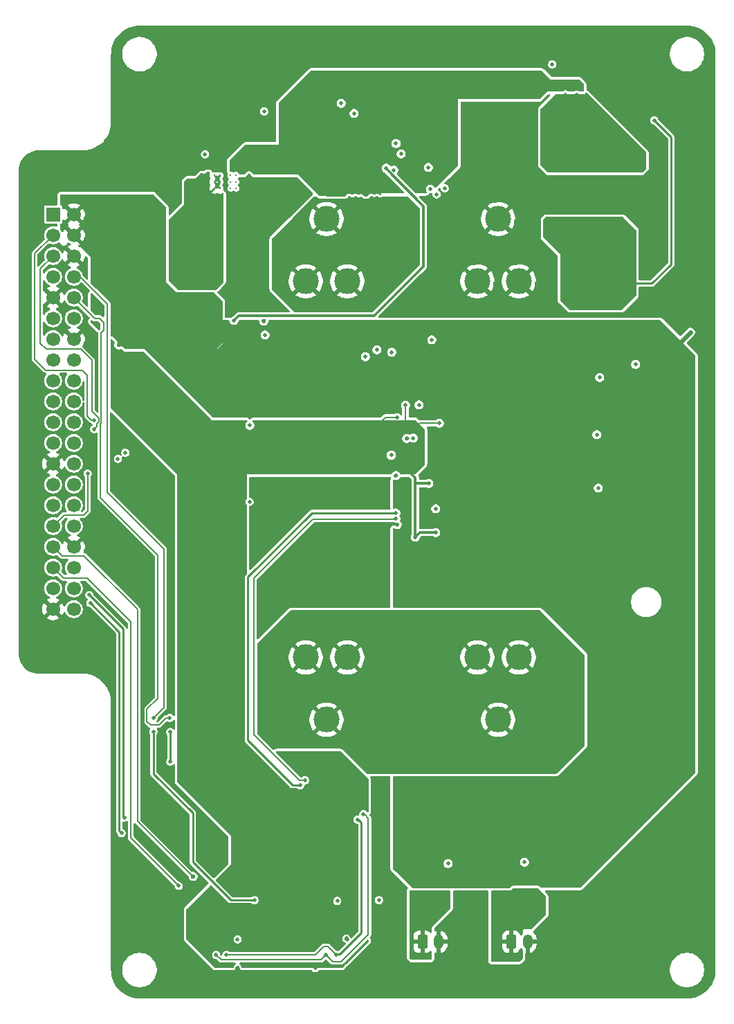
<source format=gbr>
%TF.GenerationSoftware,KiCad,Pcbnew,9.0.5*%
%TF.CreationDate,2025-11-24T08:34:37-05:00*%
%TF.ProjectId,devboard,64657662-6f61-4726-942e-6b696361645f,rev?*%
%TF.SameCoordinates,Original*%
%TF.FileFunction,Copper,L2,Inr*%
%TF.FilePolarity,Positive*%
%FSLAX46Y46*%
G04 Gerber Fmt 4.6, Leading zero omitted, Abs format (unit mm)*
G04 Created by KiCad (PCBNEW 9.0.5) date 2025-11-24 08:34:37*
%MOMM*%
%LPD*%
G01*
G04 APERTURE LIST*
G04 Aperture macros list*
%AMRoundRect*
0 Rectangle with rounded corners*
0 $1 Rounding radius*
0 $2 $3 $4 $5 $6 $7 $8 $9 X,Y pos of 4 corners*
0 Add a 4 corners polygon primitive as box body*
4,1,4,$2,$3,$4,$5,$6,$7,$8,$9,$2,$3,0*
0 Add four circle primitives for the rounded corners*
1,1,$1+$1,$2,$3*
1,1,$1+$1,$4,$5*
1,1,$1+$1,$6,$7*
1,1,$1+$1,$8,$9*
0 Add four rect primitives between the rounded corners*
20,1,$1+$1,$2,$3,$4,$5,0*
20,1,$1+$1,$4,$5,$6,$7,0*
20,1,$1+$1,$6,$7,$8,$9,0*
20,1,$1+$1,$8,$9,$2,$3,0*%
G04 Aperture macros list end*
%TA.AperFunction,ComponentPad*%
%ADD10C,0.300000*%
%TD*%
%TA.AperFunction,ComponentPad*%
%ADD11RoundRect,0.250000X-0.350000X-0.625000X0.350000X-0.625000X0.350000X0.625000X-0.350000X0.625000X0*%
%TD*%
%TA.AperFunction,ComponentPad*%
%ADD12O,1.200000X1.750000*%
%TD*%
%TA.AperFunction,ComponentPad*%
%ADD13C,3.175000*%
%TD*%
%TA.AperFunction,ComponentPad*%
%ADD14R,1.700000X1.700000*%
%TD*%
%TA.AperFunction,ComponentPad*%
%ADD15C,1.700000*%
%TD*%
%TA.AperFunction,ViaPad*%
%ADD16C,0.500000*%
%TD*%
%TA.AperFunction,ViaPad*%
%ADD17C,0.350000*%
%TD*%
%TA.AperFunction,ViaPad*%
%ADD18C,0.600000*%
%TD*%
%TA.AperFunction,Conductor*%
%ADD19C,0.600000*%
%TD*%
%TA.AperFunction,Conductor*%
%ADD20C,0.250000*%
%TD*%
%TA.AperFunction,Conductor*%
%ADD21C,0.200000*%
%TD*%
%TA.AperFunction,Conductor*%
%ADD22C,0.300000*%
%TD*%
%TA.AperFunction,Conductor*%
%ADD23C,0.150000*%
%TD*%
G04 APERTURE END LIST*
D10*
%TO.N,/5V_SUPPLY_2*%
%TO.C,PS1*%
X132817887Y-54050834D03*
X132817887Y-54838834D03*
X132817887Y-55625834D03*
X133467887Y-54050834D03*
X133467887Y-54838834D03*
X133467887Y-55625834D03*
%TO.N,unconnected-(PS1-SW-Pad5)_1*%
X134767887Y-54050834D03*
%TO.N,unconnected-(PS1-SW-Pad5)_5*%
X134767887Y-54838834D03*
%TO.N,unconnected-(PS1-SW-Pad5)*%
X134767887Y-55625834D03*
%TO.N,unconnected-(PS1-SW-Pad5)_3*%
X135417887Y-54050834D03*
%TO.N,unconnected-(PS1-SW-Pad5)_4*%
X135417887Y-54838834D03*
%TO.N,unconnected-(PS1-SW-Pad5)_2*%
X135417887Y-55625834D03*
%TD*%
D11*
%TO.N,Net-(D11-K)*%
%TO.C,J5*%
X169117887Y-147775834D03*
D12*
%TO.N,GND*%
X171117887Y-147775834D03*
%TD*%
D11*
%TO.N,Net-(J1-Pin_1)*%
%TO.C,J1*%
X158231220Y-147775834D03*
D12*
%TO.N,GND*%
X160231220Y-147775834D03*
%TD*%
D13*
%TO.N,Net-(BT1--)*%
%TO.C,BT2*%
X170040000Y-113000000D03*
X164960000Y-113000000D03*
X167500000Y-120620000D03*
%TO.N,GND*%
X167500000Y-59380000D03*
X170040000Y-67000000D03*
X164960000Y-67000000D03*
%TD*%
D14*
%TO.N,+3V3_SBC*%
%TO.C,J4*%
X113018000Y-58825900D03*
D15*
%TO.N,+5V*%
X115558000Y-58825900D03*
%TO.N,/I2C_SNS_SDA*%
X113018000Y-61365900D03*
%TO.N,+5V*%
X115558000Y-61365900D03*
%TO.N,/I2C_SNS_SCL*%
X113018000Y-63905900D03*
%TO.N,GND*%
X115558000Y-63905900D03*
%TO.N,unconnected-(J4-Pin_7-Pad7)*%
X113018000Y-66445900D03*
%TO.N,/UART2_TX_M0*%
X115558000Y-66445900D03*
%TO.N,GND*%
X113018000Y-68985900D03*
%TO.N,/UART2_RX_M0*%
X115558000Y-68985900D03*
%TO.N,unconnected-(J4-Pin_11-Pad11)*%
X113018000Y-71525900D03*
%TO.N,unconnected-(J4-Pin_12-Pad12)*%
X115558000Y-71525900D03*
%TO.N,unconnected-(J4-Pin_13-Pad13)*%
X113018000Y-74065900D03*
%TO.N,GND*%
X115558000Y-74065900D03*
%TO.N,unconnected-(J4-Pin_15-Pad15)*%
X113018000Y-76605900D03*
%TO.N,/5V_PA_EN*%
X115558000Y-76605900D03*
%TO.N,unconnected-(J4-Pin_17-Pad17)*%
X113018000Y-79145900D03*
%TO.N,/5V_HEATER_EN*%
X115558000Y-79145900D03*
%TO.N,unconnected-(J4-Pin_19-Pad19)*%
X113018000Y-81685900D03*
%TO.N,unconnected-(J4-Pin_20-Pad20)*%
X115558000Y-81685900D03*
%TO.N,unconnected-(J4-Pin_21-Pad21)*%
X113018000Y-84225900D03*
%TO.N,unconnected-(J4-Pin_22-Pad22)*%
X115558000Y-84225900D03*
%TO.N,unconnected-(J4-Pin_23-Pad23)*%
X113018000Y-86765900D03*
%TO.N,unconnected-(J4-Pin_24-Pad24)*%
X115558000Y-86765900D03*
%TO.N,GND*%
X113018000Y-89305900D03*
%TO.N,unconnected-(J4-Pin_26-Pad26)*%
X115558000Y-89305900D03*
%TO.N,/I2C_BATT_SDA*%
X113018000Y-91845900D03*
%TO.N,/I2C_BATT_SCL*%
X115558000Y-91845900D03*
%TO.N,unconnected-(J4-Pin_29-Pad29)*%
X113018000Y-94385900D03*
%TO.N,unconnected-(J4-Pin_30-Pad30)*%
X115558000Y-94385900D03*
%TO.N,/BATT_ALERT_N*%
X113018000Y-96925900D03*
%TO.N,/LED1*%
X115558000Y-96925900D03*
%TO.N,/GPS_WAKE*%
X113018000Y-99465900D03*
%TO.N,GND*%
X115558000Y-99465900D03*
%TO.N,/GPS_RST_N*%
X113018000Y-102005900D03*
%TO.N,/LED2*%
X115558000Y-102005900D03*
%TO.N,/5V_SNS*%
X113018000Y-104545900D03*
%TO.N,/LED3*%
X115558000Y-104545900D03*
%TO.N,GND*%
X113018000Y-107085900D03*
%TO.N,/LED4*%
X115558000Y-107085900D03*
%TD*%
D13*
%TO.N,+VBAT*%
%TO.C,BT1*%
X143960000Y-67000000D03*
X149040000Y-67000000D03*
X146500000Y-59380000D03*
%TO.N,Net-(BT1--)*%
X146500000Y-120620000D03*
X143960000Y-113000000D03*
X149040000Y-113000000D03*
%TD*%
D16*
%TO.N,+VBAT*%
X149017887Y-59545834D03*
X151557887Y-69705834D03*
X146477887Y-69705834D03*
D17*
X149267887Y-56775834D03*
D16*
X149017887Y-62085834D03*
X146477887Y-64625834D03*
X151557887Y-62085834D03*
X154097887Y-59545834D03*
X146477887Y-62085834D03*
D17*
X151992887Y-57425834D03*
D16*
X154097887Y-64625834D03*
D17*
X152667887Y-56775834D03*
D16*
X141397887Y-64625834D03*
X156637887Y-62085834D03*
D17*
X152667887Y-57425834D03*
D16*
X143937887Y-64625834D03*
D17*
X151317887Y-57375834D03*
D16*
X143937887Y-62085834D03*
X141397887Y-62085834D03*
D17*
X151992887Y-56775834D03*
D16*
X149017887Y-64625834D03*
X146477887Y-67165834D03*
X156637887Y-64625834D03*
D17*
X149267887Y-57425834D03*
D16*
X149017887Y-69705834D03*
D17*
X150042887Y-57425834D03*
X150042887Y-56775834D03*
D16*
X143937887Y-59545834D03*
X151557887Y-67165834D03*
X156637887Y-59545834D03*
X151557887Y-64625834D03*
X154097887Y-62085834D03*
X154097887Y-67165834D03*
X151557887Y-59545834D03*
X141397887Y-67165834D03*
X143937887Y-69705834D03*
D17*
X150728145Y-56834244D03*
D18*
%TO.N,GND*%
X164577887Y-47005834D03*
X118857887Y-100345834D03*
X139177887Y-69865834D03*
X126477887Y-130825834D03*
X111237887Y-90185834D03*
X164577887Y-54625834D03*
X126477887Y-143525834D03*
X177277887Y-143525834D03*
X154417887Y-153685834D03*
D16*
X169867887Y-51225834D03*
X135817887Y-62975834D03*
D18*
X123937887Y-49545834D03*
X192517887Y-54625834D03*
X126477887Y-49545834D03*
X144257887Y-100345834D03*
X192517887Y-138445834D03*
D16*
X138617887Y-58225834D03*
D18*
X123937887Y-143525834D03*
X179817887Y-151145834D03*
X174737887Y-151145834D03*
X184897887Y-57165834D03*
X179817887Y-39385834D03*
X131557887Y-41925834D03*
X111237887Y-107965834D03*
X184897887Y-54625834D03*
D16*
X138617887Y-64225834D03*
D18*
X192517887Y-82565834D03*
X109647887Y-62085834D03*
D16*
X171867887Y-63975834D03*
X137017887Y-54105834D03*
D18*
X126477887Y-52085834D03*
X109647887Y-79865834D03*
D16*
X169867887Y-54475834D03*
D18*
X189977887Y-138445834D03*
X126477887Y-44465834D03*
X146797887Y-92725834D03*
X139177887Y-97805834D03*
X111237887Y-113045834D03*
X174737887Y-153685834D03*
X162037887Y-62245834D03*
X167117887Y-54625834D03*
D16*
X169867887Y-56475834D03*
D18*
X172197887Y-67325834D03*
X192517887Y-107965834D03*
X177277887Y-151145834D03*
D16*
X168617887Y-38750834D03*
D18*
X167117887Y-39385834D03*
X139177887Y-49545834D03*
X121397887Y-49545834D03*
X131557887Y-151145834D03*
X109647887Y-91295834D03*
X126477887Y-39385834D03*
X192517887Y-92725834D03*
X187437887Y-57165834D03*
X109647887Y-106535834D03*
D16*
X155158758Y-96751142D03*
D18*
X123937887Y-138445834D03*
X136637887Y-67325834D03*
D16*
X155003780Y-50166360D03*
D18*
X139177887Y-36845834D03*
X111237887Y-110505834D03*
X179817887Y-143525834D03*
X192517887Y-113045834D03*
X192517887Y-146065834D03*
X162037887Y-54625834D03*
X126477887Y-146065834D03*
X189977887Y-133365834D03*
X109647887Y-74785834D03*
X172197887Y-153685834D03*
X139177887Y-95265834D03*
X109647887Y-57005834D03*
D16*
X178615387Y-41500834D03*
X137617887Y-64225834D03*
D18*
X134097887Y-44465834D03*
X162037887Y-153685834D03*
D16*
X135817887Y-57275834D03*
D18*
X184897887Y-69865834D03*
X121397887Y-47005834D03*
X192517887Y-123205834D03*
X136637887Y-39385834D03*
D16*
X132717887Y-53275834D03*
D18*
X167117887Y-47005834D03*
X184897887Y-146065834D03*
X121397887Y-41925834D03*
X192517887Y-148605834D03*
X177277887Y-146065834D03*
X159497887Y-151145834D03*
X123937887Y-44465834D03*
X151877887Y-151145834D03*
X169657887Y-69865834D03*
X187437887Y-69865834D03*
X134097887Y-41925834D03*
X187437887Y-135905834D03*
D16*
X142967887Y-55375834D03*
D18*
X189977887Y-67325834D03*
D16*
X152667887Y-75375834D03*
D18*
X113777887Y-52085834D03*
X177277887Y-148605834D03*
D16*
X170867887Y-54475834D03*
D18*
X164577887Y-39385834D03*
X151877887Y-36845834D03*
X162037887Y-57165834D03*
X164577887Y-57165834D03*
D16*
X137292887Y-45225834D03*
D18*
X179817887Y-153685834D03*
X167117887Y-52085834D03*
X192517887Y-120665834D03*
X192517887Y-69865834D03*
D16*
X151267887Y-76225834D03*
D18*
X151877887Y-92725834D03*
D16*
X154467887Y-75675834D03*
D18*
X109647887Y-86215834D03*
X192517887Y-90185834D03*
X187437887Y-148605834D03*
X111237887Y-105425834D03*
X123937887Y-102885834D03*
D16*
X169867887Y-55475834D03*
D18*
X192517887Y-67325834D03*
D17*
X175717887Y-41625834D03*
D18*
X182357887Y-143525834D03*
D16*
X170867887Y-56475834D03*
D18*
X149337887Y-153685834D03*
D16*
X138267887Y-55375834D03*
X135817887Y-59775834D03*
D18*
X187437887Y-44465834D03*
X192517887Y-57165834D03*
X146797887Y-153685834D03*
D16*
X179820387Y-43050834D03*
D18*
X111237887Y-85105834D03*
X169657887Y-62245834D03*
D16*
X171867887Y-60975834D03*
D18*
X192517887Y-135905834D03*
X192517887Y-128285834D03*
D16*
X159367887Y-74175834D03*
D18*
X189977887Y-130825834D03*
D16*
X137617887Y-59225834D03*
D18*
X109647887Y-109075834D03*
X159497887Y-153685834D03*
D16*
X137617887Y-61225834D03*
D18*
X109647887Y-69705834D03*
X164577887Y-151145834D03*
D16*
X170867887Y-55475834D03*
D18*
X189977887Y-140985834D03*
X134097887Y-135905834D03*
X156957887Y-153685834D03*
X192517887Y-74945834D03*
X184897887Y-143525834D03*
X169657887Y-36845834D03*
X182357887Y-36845834D03*
X174737887Y-148605834D03*
X116317887Y-113045834D03*
X162037887Y-59705834D03*
X187437887Y-138445834D03*
X187437887Y-133365834D03*
D16*
X159867887Y-94825834D03*
X138967887Y-55375834D03*
D18*
X121397887Y-44465834D03*
X177277887Y-153685834D03*
X192517887Y-102885834D03*
X162037887Y-69865834D03*
X177277887Y-36845834D03*
X134097887Y-39385834D03*
D16*
X170867887Y-51225834D03*
D18*
X192517887Y-49545834D03*
X184897887Y-59705834D03*
X164577887Y-52085834D03*
X184897887Y-135905834D03*
D16*
X135817887Y-57975834D03*
D18*
X189977887Y-143525834D03*
D16*
X135617887Y-150975834D03*
X170867887Y-61975834D03*
D18*
X174737887Y-39385834D03*
X139177887Y-39385834D03*
X167117887Y-67325834D03*
X187437887Y-41925834D03*
D16*
X137617887Y-60225834D03*
D18*
X162037887Y-148605834D03*
D16*
X137617887Y-62225834D03*
D18*
X192517887Y-100345834D03*
X121397887Y-140985834D03*
X162037887Y-39385834D03*
X121397887Y-148605834D03*
X129017887Y-36845834D03*
X187437887Y-54625834D03*
X123937887Y-52085834D03*
X184897887Y-138445834D03*
X164577887Y-59705834D03*
X136637887Y-36845834D03*
D16*
X130242887Y-49325834D03*
D18*
X167117887Y-69865834D03*
X146797887Y-36845834D03*
D17*
X177117887Y-41625834D03*
D18*
X109647887Y-59545834D03*
X164577887Y-49545834D03*
X187437887Y-146065834D03*
D16*
X170867887Y-59975834D03*
D18*
X154417887Y-146065834D03*
X151877887Y-39385834D03*
X141717887Y-39385834D03*
D16*
X156317887Y-86225834D03*
D18*
X136637887Y-47005834D03*
X189977887Y-54625834D03*
X109647887Y-96375834D03*
X187437887Y-59705834D03*
X192517887Y-118125834D03*
D16*
X155617887Y-51425834D03*
D18*
X131557887Y-133365834D03*
X126477887Y-151145834D03*
X126477887Y-41925834D03*
X192517887Y-80025834D03*
X162037887Y-146065834D03*
X192517887Y-140985834D03*
X192517887Y-41925834D03*
X116317887Y-110505834D03*
X189977887Y-59705834D03*
X192517887Y-72405834D03*
X141717887Y-95265834D03*
X129017887Y-133365834D03*
X121397887Y-52085834D03*
X192517887Y-143525834D03*
X192517887Y-115585834D03*
D16*
X157817887Y-82125834D03*
D18*
X184897887Y-140985834D03*
X126477887Y-97805834D03*
D16*
X171867887Y-62975834D03*
D18*
X109647887Y-101455834D03*
X109647887Y-111615834D03*
X187437887Y-36845834D03*
X167117887Y-36845834D03*
X169657887Y-59705834D03*
D16*
X135617887Y-147475834D03*
D18*
X184897887Y-36845834D03*
X192517887Y-110505834D03*
X121397887Y-143525834D03*
X109647887Y-103995834D03*
D16*
X137617887Y-63225834D03*
D18*
X162037887Y-36845834D03*
D16*
X170867887Y-49225834D03*
D18*
X134097887Y-153685834D03*
X164577887Y-64785834D03*
X167117887Y-151145834D03*
X189977887Y-62245834D03*
D16*
X135817887Y-64775834D03*
D18*
X118857887Y-113045834D03*
X109647887Y-93835834D03*
D16*
X154992887Y-90754070D03*
D18*
X182357887Y-140985834D03*
X189977887Y-69865834D03*
X131557887Y-36845834D03*
X192517887Y-59705834D03*
D16*
X137617887Y-65225834D03*
D18*
X156957887Y-36845834D03*
D16*
X138617887Y-63225834D03*
X149117887Y-150975834D03*
X137617887Y-57225834D03*
D18*
X172197887Y-36845834D03*
X159497887Y-36845834D03*
X131557887Y-44465834D03*
X189977887Y-146065834D03*
X126477887Y-36845834D03*
X159497887Y-39385834D03*
X126477887Y-148605834D03*
X162037887Y-151145834D03*
X154417887Y-148605834D03*
X192517887Y-62245834D03*
D16*
X171867887Y-59975834D03*
D18*
X187437887Y-151145834D03*
X146797887Y-39385834D03*
X187437887Y-143525834D03*
X136637887Y-41925834D03*
X121397887Y-138445834D03*
D16*
X138617887Y-62225834D03*
D18*
X189977887Y-64785834D03*
X149337887Y-92725834D03*
X109647887Y-72245834D03*
X187437887Y-52085834D03*
X174737887Y-143525834D03*
D16*
X135817887Y-62275834D03*
D18*
X182357887Y-138445834D03*
D16*
X131467887Y-53275834D03*
X158967887Y-53075834D03*
D18*
X192517887Y-85105834D03*
D16*
X169867887Y-52225834D03*
D18*
X149337887Y-39385834D03*
X109647887Y-64625834D03*
X131557887Y-153685834D03*
X192517887Y-44465834D03*
X174737887Y-146065834D03*
X113777887Y-110505834D03*
X192517887Y-95265834D03*
X151877887Y-153685834D03*
X189977887Y-47005834D03*
X167117887Y-57165834D03*
X118857887Y-110505834D03*
X187437887Y-39385834D03*
X146797887Y-100345834D03*
X169657887Y-151145834D03*
X129017887Y-44465834D03*
X126477887Y-47005834D03*
D16*
X128992887Y-51025834D03*
D18*
X126477887Y-140985834D03*
X111237887Y-52085834D03*
X129017887Y-148605834D03*
X179817887Y-140985834D03*
X177277887Y-39385834D03*
X189977887Y-52085834D03*
X182357887Y-151145834D03*
D16*
X171617887Y-39775834D03*
X170867887Y-50225834D03*
D18*
X126477887Y-153685834D03*
D16*
X170867887Y-58475834D03*
D18*
X121397887Y-135905834D03*
X164577887Y-36845834D03*
X129017887Y-49545834D03*
X111237887Y-82565834D03*
X156957887Y-39385834D03*
X187437887Y-62245834D03*
X189977887Y-57165834D03*
X126477887Y-123205834D03*
X129017887Y-135905834D03*
X172197887Y-151145834D03*
D16*
X133317887Y-53275834D03*
D18*
X156957887Y-151145834D03*
D16*
X134067887Y-49025834D03*
D18*
X187437887Y-49545834D03*
D16*
X135367887Y-48100834D03*
D18*
X149337887Y-36845834D03*
X164577887Y-69865834D03*
X189977887Y-135905834D03*
D16*
X170817887Y-47125834D03*
X135817887Y-60475834D03*
D18*
X169657887Y-64785834D03*
X154417887Y-36845834D03*
X182357887Y-146065834D03*
D16*
X148917887Y-147375834D03*
D18*
X136637887Y-49545834D03*
X109647887Y-54465834D03*
X109647887Y-77325834D03*
X169657887Y-153685834D03*
D16*
X170867887Y-57475834D03*
D18*
X184897887Y-153685834D03*
X184897887Y-39385834D03*
X192517887Y-52085834D03*
X179817887Y-148605834D03*
X192517887Y-47005834D03*
D16*
X169867887Y-53225834D03*
D18*
X131557887Y-39385834D03*
X187437887Y-153685834D03*
X192517887Y-130825834D03*
D16*
X142267887Y-55375834D03*
D18*
X179817887Y-146065834D03*
D16*
X170017887Y-46325834D03*
D18*
X162037887Y-67325834D03*
D16*
X140267887Y-55375834D03*
D18*
X189977887Y-44465834D03*
X139177887Y-67325834D03*
D16*
X170867887Y-63975834D03*
X138617887Y-65225834D03*
D18*
X192517887Y-77485834D03*
X123937887Y-87645834D03*
X134097887Y-36845834D03*
X156957887Y-69865834D03*
D16*
X138617887Y-57225834D03*
D18*
X109647887Y-88755834D03*
D16*
X171867887Y-61975834D03*
D18*
X141717887Y-153685834D03*
D16*
X140967887Y-55375834D03*
D18*
X109647887Y-81770834D03*
X129017887Y-47005834D03*
D16*
X170867887Y-62975834D03*
X169867887Y-57475834D03*
D18*
X154417887Y-143525834D03*
X192517887Y-64785834D03*
X167117887Y-62245834D03*
X192517887Y-125745834D03*
X109647887Y-98915834D03*
X164577887Y-148605834D03*
X154417887Y-151145834D03*
X118857887Y-52085834D03*
D16*
X170867887Y-52225834D03*
D18*
X139177887Y-153685834D03*
X141717887Y-36845834D03*
D16*
X138617887Y-60225834D03*
D18*
X164577887Y-153685834D03*
X189977887Y-49545834D03*
D16*
X170867887Y-60975834D03*
D18*
X111237887Y-80025834D03*
X123937887Y-140985834D03*
X129017887Y-39385834D03*
X192517887Y-105425834D03*
X116317887Y-52085834D03*
X141717887Y-57165834D03*
X121397887Y-100345834D03*
D16*
X138617887Y-59225834D03*
D18*
X172197887Y-69865834D03*
X111237887Y-87645834D03*
X139177887Y-107965834D03*
D16*
X169867887Y-49225834D03*
D18*
X184897887Y-148605834D03*
X167117887Y-49545834D03*
X164577887Y-146065834D03*
X134097887Y-47005834D03*
X187437887Y-64785834D03*
D16*
X137617887Y-58225834D03*
X169867887Y-50225834D03*
D18*
X109647887Y-67165834D03*
X164577887Y-143525834D03*
X187437887Y-140985834D03*
X189977887Y-41925834D03*
X182357887Y-39385834D03*
X144257887Y-36845834D03*
X109647887Y-83675834D03*
X174737887Y-36845834D03*
D16*
X138617887Y-61225834D03*
X133867887Y-52375834D03*
D18*
X129017887Y-41925834D03*
X111237887Y-92725834D03*
D16*
X154729421Y-53407068D03*
D18*
X167117887Y-153685834D03*
X113777887Y-113045834D03*
X123937887Y-41925834D03*
X192517887Y-97805834D03*
X121397887Y-146065834D03*
X182357887Y-148605834D03*
X123937887Y-146065834D03*
X144257887Y-39385834D03*
X154417887Y-140985834D03*
D16*
X173442887Y-65350834D03*
D18*
X192517887Y-133365834D03*
X184897887Y-151145834D03*
X192517887Y-87645834D03*
X154417887Y-39385834D03*
X167117887Y-64785834D03*
X162037887Y-64785834D03*
D16*
X170867887Y-53225834D03*
X173442887Y-68700834D03*
X133867887Y-53025834D03*
D18*
X182357887Y-153685834D03*
X126477887Y-133365834D03*
D16*
X148292887Y-45225834D03*
X135792887Y-65825834D03*
D18*
X131557887Y-135905834D03*
X126477887Y-54625834D03*
X164577887Y-62245834D03*
X179817887Y-36845834D03*
X123937887Y-47005834D03*
D16*
X138817887Y-71875834D03*
%TO.N,+5V*%
X132617887Y-72225834D03*
X179617887Y-75425834D03*
X118537887Y-59545834D03*
X132617887Y-74225834D03*
X121077887Y-62085834D03*
X167917887Y-140288334D03*
X128617887Y-74225834D03*
X127617887Y-72225834D03*
X129617887Y-72225834D03*
X126157887Y-72245834D03*
X127617887Y-71225834D03*
X178617887Y-75425834D03*
X168042887Y-137975834D03*
X130617887Y-73225834D03*
X157617887Y-135225834D03*
X191055387Y-86559167D03*
X191055387Y-79892501D03*
X118537887Y-72245834D03*
X132617887Y-71225834D03*
X166617887Y-136225834D03*
X123617887Y-69705834D03*
X118537887Y-57005834D03*
X128617887Y-72225834D03*
X126157887Y-59545834D03*
X191055387Y-73225834D03*
X168617887Y-136225834D03*
X182617887Y-74425834D03*
X127617887Y-73225834D03*
X121077887Y-59545834D03*
X180617887Y-75425834D03*
X129617887Y-73225834D03*
X181617887Y-74425834D03*
X123617887Y-67165834D03*
X159617887Y-135225834D03*
X118537887Y-69705834D03*
X158617887Y-135225834D03*
X123617887Y-74785834D03*
X157617887Y-136225834D03*
X180617887Y-74425834D03*
X126157887Y-74785834D03*
X121077887Y-57005834D03*
X126157887Y-67165834D03*
X121077887Y-72245834D03*
X131617887Y-72225834D03*
X191055387Y-93225834D03*
X158542887Y-138225834D03*
X179617887Y-74425834D03*
X158417887Y-140288334D03*
X121077887Y-69705834D03*
X123617887Y-64625834D03*
X132617887Y-70225834D03*
X123617887Y-72245834D03*
X159617887Y-136225834D03*
X130617887Y-74225834D03*
X182617887Y-75425834D03*
X127617887Y-70225834D03*
X178617887Y-74425834D03*
X123617887Y-59545834D03*
X167617887Y-135225834D03*
X126157887Y-69705834D03*
X127617887Y-74225834D03*
X126157887Y-64625834D03*
X131617887Y-74225834D03*
X118537887Y-67165834D03*
X126157887Y-62085834D03*
X181617887Y-75425834D03*
X158617887Y-136225834D03*
X118537887Y-64625834D03*
X121077887Y-67165834D03*
X123617887Y-62085834D03*
X128617887Y-73225834D03*
X118537887Y-62085834D03*
X121077887Y-64625834D03*
X167617887Y-136225834D03*
X132617887Y-73225834D03*
X129617887Y-74225834D03*
X130617887Y-72225834D03*
X123617887Y-57005834D03*
X168617887Y-135225834D03*
X121077887Y-74785834D03*
X166617887Y-135225834D03*
X131617887Y-73225834D03*
%TO.N,Net-(D11-K)*%
X171617887Y-145225834D03*
X170617887Y-145225834D03*
X170617887Y-144225834D03*
X167617887Y-144225834D03*
X169617887Y-145225834D03*
X169617887Y-144225834D03*
X167617887Y-145225834D03*
X171617887Y-144225834D03*
X168617887Y-145225834D03*
X168617887Y-144225834D03*
%TO.N,/5V_HEATER_EN*%
X120967887Y-88725834D03*
X117592887Y-106350834D03*
X121417887Y-134475834D03*
X170717887Y-138025834D03*
%TO.N,/GPS_WAKE*%
X152919387Y-142680834D03*
D18*
X130167887Y-139775834D03*
D16*
%TO.N,/GPS_RST_N*%
X147817887Y-142775834D03*
X128417887Y-140925834D03*
%TO.N,Net-(D10-K)*%
X176617887Y-46975834D03*
X174417887Y-46325834D03*
X176617887Y-45975834D03*
X178617887Y-46975834D03*
X178117887Y-49925834D03*
X177617887Y-46975834D03*
X175217887Y-47125834D03*
X176617887Y-49925834D03*
X179617887Y-47975834D03*
X178617887Y-47975834D03*
X177617887Y-45975834D03*
X176617887Y-51825834D03*
X178117887Y-50825834D03*
X179717887Y-50825834D03*
X179717887Y-51825834D03*
D17*
X175717887Y-44125834D03*
D16*
X176617887Y-47975834D03*
X178617887Y-45975834D03*
X179617887Y-46975834D03*
D17*
X177117887Y-44125834D03*
D16*
X179717887Y-49925834D03*
X177617887Y-47975834D03*
X178117887Y-51825834D03*
X176617887Y-50825834D03*
%TO.N,Net-(J1-Pin_1)*%
X157617887Y-145225834D03*
X157617887Y-142225834D03*
X160617887Y-143225834D03*
X157617887Y-143225834D03*
X157617887Y-144225834D03*
X160617887Y-142225834D03*
X158617887Y-145225834D03*
X159617887Y-144225834D03*
X158617887Y-144225834D03*
%TO.N,+3V3_SBC*%
X156167887Y-82175834D03*
X148267887Y-126675834D03*
X120617887Y-79225834D03*
X159867887Y-97725834D03*
X123817887Y-85050834D03*
X153817887Y-53175834D03*
X120617887Y-81225834D03*
X121617887Y-80225834D03*
X122617887Y-79225834D03*
X147417887Y-126675834D03*
X131617887Y-147475834D03*
X159017887Y-91725834D03*
X122617887Y-78225834D03*
X155117887Y-83675834D03*
X120617887Y-78225834D03*
X121617887Y-79225834D03*
X147839387Y-125770834D03*
X145117887Y-150975834D03*
X147417887Y-124875834D03*
X157367887Y-98275834D03*
X145117887Y-147725834D03*
X148217887Y-124875834D03*
X135217887Y-84575834D03*
X160317887Y-84375834D03*
X121617887Y-78225834D03*
X135167887Y-71775834D03*
X120617887Y-80225834D03*
%TO.N,/I2C_SNS_SDA*%
X143867887Y-128025834D03*
X146439554Y-149375834D03*
X151017887Y-132175834D03*
X118042887Y-83975834D03*
X154967887Y-96025834D03*
X157117887Y-86175834D03*
X132992887Y-149375834D03*
%TO.N,/I2C_SNS_SCL*%
X134242887Y-149375834D03*
X154417887Y-88275834D03*
X147689554Y-149375834D03*
X154967887Y-95325834D03*
X143267887Y-128625834D03*
X118061300Y-85082421D03*
X150267887Y-132825834D03*
%TO.N,/5V_PA_EN*%
X121742887Y-132575834D03*
X121867887Y-87975834D03*
X117467887Y-105375834D03*
X161367887Y-138225834D03*
%TO.N,+PACK*%
X142617887Y-51725834D03*
X141617887Y-50725834D03*
X169117887Y-41925834D03*
X171867887Y-43975834D03*
X171617887Y-41675834D03*
X145617887Y-51725834D03*
X146617887Y-54725834D03*
X151617887Y-54725834D03*
D17*
X151117887Y-56125834D03*
D16*
X138617887Y-51725834D03*
X142267887Y-53475834D03*
X135797887Y-52775834D03*
X138217887Y-53475834D03*
X146617887Y-53725834D03*
X134957887Y-52775834D03*
X166867887Y-42975834D03*
X162867887Y-42975834D03*
D17*
X150717887Y-56125834D03*
D16*
X164867887Y-43975834D03*
X150617887Y-53725834D03*
X144617887Y-51725834D03*
X149617887Y-53725834D03*
X144617887Y-54725834D03*
X144617887Y-53725834D03*
X166867887Y-43975834D03*
X137017887Y-53145834D03*
X140267887Y-53475834D03*
X148617887Y-54725834D03*
X143617887Y-51725834D03*
X137617887Y-50725834D03*
X164867887Y-42975834D03*
X137617887Y-51725834D03*
X143617887Y-50725834D03*
X162867887Y-43975834D03*
X139617887Y-51725834D03*
X138967887Y-53475834D03*
X163867887Y-42975834D03*
X145617887Y-53725834D03*
X149617887Y-54725834D03*
X148617887Y-53725834D03*
X165867887Y-43975834D03*
X167867887Y-43975834D03*
X163867887Y-43975834D03*
X140617887Y-51725834D03*
X168117887Y-41525834D03*
X135797887Y-52285834D03*
X147617887Y-54725834D03*
X165867887Y-42975834D03*
D17*
X150042887Y-56125834D03*
D16*
X140617887Y-50725834D03*
X141617887Y-51725834D03*
X140967887Y-53475834D03*
X147617887Y-53725834D03*
X142617887Y-50725834D03*
D17*
X177117887Y-42925834D03*
D16*
X145617887Y-54725834D03*
X145617887Y-50725834D03*
X134957887Y-52305834D03*
X170867887Y-43975834D03*
X168867887Y-43975834D03*
X144617887Y-50725834D03*
D17*
X175717887Y-42910834D03*
D16*
X150617887Y-54725834D03*
X138617887Y-50725834D03*
X169867887Y-43975834D03*
X142967887Y-53475834D03*
X139617887Y-50725834D03*
%TO.N,/LED1*%
X184317887Y-77175834D03*
%TO.N,/LED2*%
X179917887Y-78775834D03*
%TO.N,/LED3*%
X179567887Y-85775834D03*
%TO.N,/LED4*%
X179767887Y-92275834D03*
%TO.N,/GPS_RX*%
X125317887Y-122075834D03*
X137679387Y-142680834D03*
%TO.N,/UART2_TX_M0*%
X125317887Y-120400834D03*
%TO.N,/UART2_RX_M0*%
X127317887Y-120400834D03*
%TO.N,/GPS_TX*%
X127367887Y-125725834D03*
X127367887Y-122125834D03*
%TO.N,/REG2_EN*%
X138867887Y-46225834D03*
X131617887Y-51475834D03*
%TO.N,/REG1_EN*%
X174117887Y-40475834D03*
X149867887Y-46475834D03*
%TO.N,/5V_SNS*%
X138967887Y-73575834D03*
X137067887Y-93975834D03*
X137117887Y-84625834D03*
%TO.N,/I2C_BATT_SCL*%
X159967887Y-56375834D03*
%TO.N,/I2C_BATT_SDA*%
X160967887Y-55625834D03*
%TO.N,/BATT_ALERT_N*%
X159217887Y-55725834D03*
X117267887Y-90525834D03*
%TO.N,/5V_SUPPLY_1*%
X182617887Y-67225834D03*
X178617887Y-66225834D03*
X179617887Y-63725834D03*
X178117887Y-60525834D03*
X176617887Y-60525834D03*
X181617887Y-63725834D03*
X178617887Y-63725834D03*
X179717887Y-60525834D03*
X179617887Y-67225834D03*
X181617887Y-64725834D03*
X178117887Y-61525834D03*
X179617887Y-66225834D03*
X178117887Y-59625834D03*
X186617887Y-47325834D03*
X178617887Y-67225834D03*
X180617887Y-66225834D03*
X176617887Y-61525834D03*
X178617887Y-64725834D03*
X179717887Y-61525834D03*
X176392887Y-68700834D03*
X180617887Y-64725834D03*
X182617887Y-66225834D03*
X180267887Y-69463334D03*
X181617887Y-66225834D03*
X182617887Y-63725834D03*
X182617887Y-64725834D03*
X181617887Y-67225834D03*
X180617887Y-63725834D03*
X179617887Y-64725834D03*
X179717887Y-59625834D03*
X180617887Y-67225834D03*
X176617887Y-59625834D03*
X176392887Y-65350834D03*
%TO.N,/5V_SUPPLY_2*%
X132867887Y-59775834D03*
X132867887Y-62975834D03*
X128617887Y-61225834D03*
X130617887Y-61225834D03*
X132825139Y-65625834D03*
X128617887Y-59225834D03*
X130617887Y-65225834D03*
X129617887Y-58225834D03*
X128617887Y-65225834D03*
X132867887Y-60475834D03*
X130617887Y-59225834D03*
X130617887Y-62225834D03*
X132867887Y-57975834D03*
X128617887Y-60225834D03*
X129617887Y-62225834D03*
X129617887Y-59225834D03*
X129617887Y-67075834D03*
X130617887Y-63225834D03*
X130617887Y-64225834D03*
X130617887Y-57225834D03*
X128617887Y-64225834D03*
X130617887Y-67075834D03*
X129617887Y-57225834D03*
X128617887Y-62225834D03*
X132867887Y-62275834D03*
X129617887Y-65225834D03*
X132817887Y-64675834D03*
X129617887Y-60225834D03*
X129617887Y-61225834D03*
X129842887Y-55275834D03*
X130617887Y-58225834D03*
X128617887Y-63225834D03*
X129617887Y-63225834D03*
X130617887Y-60225834D03*
X129617887Y-64225834D03*
X132867887Y-57275834D03*
%TD*%
D19*
%TO.N,+5V*%
X189267887Y-75025834D02*
X189267887Y-75013334D01*
X189667887Y-86575834D02*
X189684554Y-86559167D01*
X191055387Y-93225834D02*
X189717887Y-93225834D01*
X191055387Y-73225834D02*
X189267887Y-75013334D01*
X191055387Y-79892501D02*
X189684554Y-79892501D01*
X189667887Y-79875834D02*
X189684554Y-79892501D01*
X191055387Y-86559167D02*
X189684554Y-86559167D01*
D20*
%TO.N,/5V_HEATER_EN*%
X121117887Y-109875834D02*
X117517887Y-106275834D01*
X121117887Y-134175834D02*
X121117887Y-109875834D01*
X121417887Y-134475834D02*
X121117887Y-134175834D01*
D21*
%TO.N,/GPS_WAKE*%
X130167887Y-139775834D02*
X130117887Y-139775834D01*
X123367887Y-107125834D02*
X116808953Y-100566900D01*
X130117887Y-139775834D02*
X123367887Y-133025834D01*
X114119000Y-100566900D02*
X113018000Y-99465900D01*
X116808953Y-100566900D02*
X114119000Y-100566900D01*
X123367887Y-133025834D02*
X123367887Y-107125834D01*
%TO.N,/GPS_RST_N*%
X117167887Y-103275834D02*
X122567887Y-108675834D01*
X113018000Y-102005900D02*
X114287934Y-103275834D01*
X114287934Y-103275834D02*
X117167887Y-103275834D01*
X122567887Y-108675834D02*
X122567887Y-135075834D01*
X122567887Y-135075834D02*
X128417887Y-140925834D01*
%TO.N,+3V3_SBC*%
X155117887Y-83675834D02*
X153717887Y-83675834D01*
X157917887Y-84375834D02*
X157367887Y-84925834D01*
D22*
X157917887Y-97725834D02*
X157367887Y-98275834D01*
X135717887Y-71225834D02*
X135167887Y-71775834D01*
X152317887Y-71225834D02*
X135717887Y-71225834D01*
D21*
X157417887Y-91725834D02*
X157367887Y-91675834D01*
X153717887Y-83675834D02*
X153217887Y-84175834D01*
X156167887Y-82175834D02*
X156167887Y-84225834D01*
D22*
X153767887Y-53225834D02*
X158367887Y-57825834D01*
X159867887Y-97725834D02*
X157917887Y-97725834D01*
X157367887Y-98275834D02*
X157367887Y-91675834D01*
D21*
X160317887Y-84375834D02*
X157917887Y-84375834D01*
D22*
X157367887Y-91675834D02*
X157367887Y-91025834D01*
X157367887Y-91025834D02*
X156667887Y-90325834D01*
D23*
X153817887Y-53175834D02*
X153767887Y-53225834D01*
D22*
X159017887Y-91725834D02*
X157417887Y-91725834D01*
X158367887Y-57825834D02*
X158367887Y-65175834D01*
X158367887Y-65175834D02*
X152317887Y-71225834D01*
D21*
%TO.N,/I2C_SNS_SDA*%
X148317887Y-150175834D02*
X151617887Y-146875834D01*
D23*
X112117887Y-77875834D02*
X116617887Y-77875834D01*
X117717887Y-83975834D02*
X118042887Y-83975834D01*
D21*
X144817887Y-96125834D02*
X154867887Y-96125834D01*
D23*
X116617887Y-77875834D02*
X117217887Y-78475834D01*
D21*
X147239554Y-150175834D02*
X148317887Y-150175834D01*
X137617887Y-103325834D02*
X144817887Y-96125834D01*
X137617887Y-122475834D02*
X137617887Y-103325834D01*
X151617887Y-146875834D02*
X151617887Y-132675834D01*
X145839554Y-149975834D02*
X133592887Y-149975834D01*
D23*
X117217887Y-83475834D02*
X117717887Y-83975834D01*
D21*
X146439554Y-149375834D02*
X145839554Y-149975834D01*
D23*
X110767887Y-63616013D02*
X110767887Y-76525834D01*
D21*
X151617887Y-132675834D02*
X151117887Y-132175834D01*
X154867887Y-96125834D02*
X154967887Y-96025834D01*
X137617887Y-122475834D02*
X143167887Y-128025834D01*
X143167887Y-128025834D02*
X143867887Y-128025834D01*
D23*
X117217887Y-78475834D02*
X117217887Y-83475834D01*
D21*
X146439554Y-149375834D02*
X147239554Y-150175834D01*
X151117887Y-132175834D02*
X151017887Y-132175834D01*
D23*
X110767887Y-76525834D02*
X112117887Y-77875834D01*
D21*
X133592887Y-149975834D02*
X132992887Y-149375834D01*
D23*
X113018000Y-61365900D02*
X110767887Y-63616013D01*
%TO.N,/I2C_SNS_SCL*%
X118617887Y-84214007D02*
X118367887Y-84464007D01*
D20*
X150267887Y-132825834D02*
X150367887Y-132825834D01*
X154967887Y-95325834D02*
X144717887Y-95325834D01*
X136867887Y-123125834D02*
X142367887Y-128625834D01*
D23*
X117817887Y-76675834D02*
X117817887Y-82937661D01*
D20*
X144717887Y-95325834D02*
X136867887Y-103175834D01*
D21*
X146117887Y-148375834D02*
X145117887Y-149375834D01*
D23*
X111467887Y-74575834D02*
X112167887Y-75275834D01*
X118617887Y-83737661D02*
X118617887Y-84214007D01*
X111467887Y-65456013D02*
X111467887Y-74575834D01*
D20*
X136867887Y-103175834D02*
X136867887Y-123125834D01*
D21*
X146689554Y-148375834D02*
X146117887Y-148375834D01*
D23*
X118367887Y-84464007D02*
X118367887Y-84775834D01*
D20*
X150767887Y-133225834D02*
X150767887Y-146625834D01*
D21*
X147689554Y-149375834D02*
X146689554Y-148375834D01*
X145117887Y-149375834D02*
X134242887Y-149375834D01*
D23*
X117817887Y-82937661D02*
X118617887Y-83737661D01*
X118367887Y-84775834D02*
X118061300Y-85082421D01*
D20*
X150767887Y-146625834D02*
X148089554Y-149304167D01*
D23*
X113018000Y-63905900D02*
X111467887Y-65456013D01*
X116417887Y-75275834D02*
X117817887Y-76675834D01*
D20*
X150367887Y-132825834D02*
X150767887Y-133225834D01*
X142367887Y-128625834D02*
X143267887Y-128625834D01*
X148089554Y-149304167D02*
X147689554Y-149304167D01*
D23*
X147689554Y-149304167D02*
X147689554Y-149375834D01*
X112167887Y-75275834D02*
X116417887Y-75275834D01*
D20*
%TO.N,/5V_PA_EN*%
X117467887Y-105375834D02*
X121617887Y-109525834D01*
X121617887Y-109525834D02*
X121617887Y-132450834D01*
X121617887Y-132450834D02*
X121742887Y-132575834D01*
%TO.N,/GPS_RX*%
X130117887Y-132025834D02*
X125317887Y-127225834D01*
X137679387Y-142680834D02*
X134772887Y-142680834D01*
X134772887Y-142680834D02*
X130117887Y-138025834D01*
X130117887Y-138025834D02*
X130117887Y-132025834D01*
X125317887Y-127225834D02*
X125317887Y-122075834D01*
D23*
%TO.N,/UART2_TX_M0*%
X119667887Y-92775834D02*
X126617887Y-99725834D01*
X115558000Y-66445900D02*
X116337953Y-66445900D01*
X126617887Y-99725834D02*
X126617887Y-119100834D01*
X119667887Y-69775834D02*
X119667887Y-92775834D01*
X126617887Y-119100834D02*
X125317887Y-120400834D01*
X116337953Y-66445900D02*
X119667887Y-69775834D01*
%TO.N,/UART2_RX_M0*%
X126842887Y-120400834D02*
X127317887Y-120400834D01*
X118727864Y-71535811D02*
X119217887Y-72025834D01*
X118817887Y-93475834D02*
X125817887Y-100475834D01*
X125817887Y-118025834D02*
X124517887Y-119325834D01*
X125817887Y-100475834D02*
X125817887Y-118025834D01*
X125967887Y-121275834D02*
X126842887Y-120400834D01*
X124517887Y-119325834D02*
X124517887Y-120825834D01*
X118917887Y-84338271D02*
X118817887Y-84438271D01*
X124967887Y-121275834D02*
X125967887Y-121275834D01*
X118107910Y-71535811D02*
X118727864Y-71535811D01*
X118817887Y-84438271D02*
X118817887Y-93475834D01*
X118917887Y-73325834D02*
X118917887Y-84338271D01*
X124517887Y-120825834D02*
X124967887Y-121275834D01*
X115558000Y-68985900D02*
X118107910Y-71535811D01*
X119217887Y-72025834D02*
X119217887Y-73025834D01*
X119217887Y-73025834D02*
X118917887Y-73325834D01*
D20*
%TO.N,/GPS_TX*%
X127367887Y-122125834D02*
X127367887Y-125725834D01*
D21*
%TO.N,/BATT_ALERT_N*%
X116767887Y-95575834D02*
X114368066Y-95575834D01*
X114368066Y-95575834D02*
X113018000Y-96925900D01*
X117267887Y-90525834D02*
X117267887Y-95075834D01*
X117267887Y-95075834D02*
X116767887Y-95575834D01*
D20*
%TO.N,/5V_SUPPLY_1*%
X188667887Y-49375834D02*
X188667887Y-64925834D01*
X186317887Y-67275834D02*
X183067887Y-67275834D01*
X183067887Y-67275834D02*
X183017887Y-67325834D01*
X188667887Y-64925834D02*
X186317887Y-67275834D01*
X186617887Y-47325834D02*
X188667887Y-49375834D01*
%TD*%
%TA.AperFunction,Conductor*%
%TO.N,+5V*%
G36*
X132733564Y-68395519D02*
G01*
X132754206Y-68412153D01*
X133731568Y-69389515D01*
X133765053Y-69450838D01*
X133767887Y-69477196D01*
X133767887Y-74625834D01*
X132817887Y-75575834D01*
X128417887Y-75575834D01*
X128417887Y-68625834D01*
X128167887Y-68375834D01*
X132666525Y-68375834D01*
X132733564Y-68395519D01*
G37*
%TD.AperFunction*%
%TD*%
%TA.AperFunction,Conductor*%
%TO.N,GND*%
G36*
X148965906Y-147135057D02*
G01*
X148996686Y-147143304D01*
X149026588Y-147155690D01*
X149036391Y-147161350D01*
X149054184Y-147171623D01*
X149079862Y-147191327D01*
X149102391Y-147213856D01*
X149122096Y-147239535D01*
X149142997Y-147275735D01*
X149151793Y-147294405D01*
X149161368Y-147320079D01*
X149161373Y-147320091D01*
X149181867Y-147362279D01*
X149191965Y-147381037D01*
X149250502Y-147446207D01*
X149252958Y-147451342D01*
X149257519Y-147454756D01*
X149267872Y-147482515D01*
X149280656Y-147509235D01*
X149279946Y-147514885D01*
X149281936Y-147520220D01*
X149275639Y-147549165D01*
X149271947Y-147578560D01*
X149267978Y-147584386D01*
X149267085Y-147588493D01*
X149245934Y-147616748D01*
X149158603Y-147704080D01*
X149097280Y-147737565D01*
X149027588Y-147732581D01*
X148986967Y-147707655D01*
X148943140Y-147667335D01*
X148943138Y-147667334D01*
X148883482Y-147630972D01*
X148883479Y-147630970D01*
X148883478Y-147630970D01*
X148870155Y-147625265D01*
X148837297Y-147611194D01*
X148824111Y-147604594D01*
X148789109Y-147584386D01*
X148781591Y-147580045D01*
X148755910Y-147560339D01*
X148733381Y-147537810D01*
X148713674Y-147512128D01*
X148697743Y-147484534D01*
X148685356Y-147454627D01*
X148677112Y-147423858D01*
X148672887Y-147391766D01*
X148672887Y-147359897D01*
X148677110Y-147327813D01*
X148685357Y-147297030D01*
X148697740Y-147267135D01*
X148713679Y-147239528D01*
X148733375Y-147213862D01*
X148755914Y-147191323D01*
X148781581Y-147171626D01*
X148809188Y-147155687D01*
X148839080Y-147143306D01*
X148869871Y-147135056D01*
X148901952Y-147130834D01*
X148933821Y-147130834D01*
X148965906Y-147135057D01*
G37*
%TD.AperFunction*%
%TA.AperFunction,Conductor*%
G36*
X127915038Y-120650830D02*
G01*
X127955567Y-120707744D01*
X127962387Y-120748301D01*
X127962387Y-121713158D01*
X127942702Y-121780197D01*
X127889898Y-121825952D01*
X127820740Y-121835896D01*
X127757184Y-121806871D01*
X127750706Y-121800839D01*
X127675203Y-121725336D01*
X127675201Y-121725334D01*
X127588599Y-121675334D01*
X127561074Y-121659442D01*
X127497426Y-121642388D01*
X127433779Y-121625334D01*
X127301995Y-121625334D01*
X127174699Y-121659442D01*
X127060573Y-121725334D01*
X127060570Y-121725336D01*
X126967389Y-121818517D01*
X126967387Y-121818520D01*
X126901495Y-121932646D01*
X126867387Y-122059942D01*
X126867387Y-122191725D01*
X126901495Y-122319021D01*
X126935846Y-122378518D01*
X126967387Y-122433148D01*
X126967388Y-122433149D01*
X126971451Y-122440186D01*
X126970098Y-122440967D01*
X126991956Y-122497494D01*
X126992387Y-122507820D01*
X126992387Y-125343847D01*
X126972702Y-125410886D01*
X126967629Y-125418100D01*
X126901495Y-125532646D01*
X126867387Y-125659942D01*
X126867387Y-125791725D01*
X126901495Y-125919021D01*
X126934441Y-125976084D01*
X126967387Y-126033148D01*
X127060573Y-126126334D01*
X127174701Y-126192226D01*
X127301995Y-126226334D01*
X127301997Y-126226334D01*
X127433777Y-126226334D01*
X127433779Y-126226334D01*
X127561073Y-126192226D01*
X127675201Y-126126334D01*
X127750706Y-126050829D01*
X127812029Y-126017344D01*
X127881721Y-126022328D01*
X127937654Y-126064200D01*
X127962071Y-126129664D01*
X127962387Y-126138510D01*
X127962387Y-128224473D01*
X127963850Y-128251768D01*
X127963854Y-128251822D01*
X127966684Y-128278144D01*
X127966685Y-128278146D01*
X127996473Y-128373275D01*
X127996477Y-128373285D01*
X128029955Y-128434595D01*
X128029960Y-128434603D01*
X128073536Y-128492814D01*
X128073552Y-128492832D01*
X134481068Y-134900347D01*
X134514553Y-134961670D01*
X134517387Y-134988028D01*
X134517387Y-138168638D01*
X134497702Y-138235677D01*
X134481068Y-138256319D01*
X132767919Y-139969467D01*
X132706596Y-140002952D01*
X132636904Y-139997968D01*
X132592557Y-139969467D01*
X130529706Y-137906616D01*
X130496221Y-137845293D01*
X130493387Y-137818935D01*
X130493387Y-131976401D01*
X130493387Y-131976399D01*
X130467797Y-131880896D01*
X130418362Y-131795272D01*
X130348449Y-131725359D01*
X125729706Y-127106616D01*
X125696221Y-127045293D01*
X125693387Y-127018935D01*
X125693387Y-122457820D01*
X125713072Y-122390781D01*
X125718145Y-122383566D01*
X125718385Y-122383149D01*
X125718387Y-122383148D01*
X125784279Y-122269020D01*
X125818387Y-122141726D01*
X125818387Y-122009942D01*
X125784279Y-121882648D01*
X125729248Y-121787332D01*
X125712776Y-121719435D01*
X125735628Y-121653408D01*
X125790549Y-121610217D01*
X125836636Y-121601334D01*
X126010738Y-121601334D01*
X126010740Y-121601334D01*
X126093526Y-121579152D01*
X126167749Y-121536299D01*
X126874914Y-120829132D01*
X126936235Y-120795649D01*
X127005926Y-120800633D01*
X127024584Y-120809423D01*
X127124701Y-120867226D01*
X127251995Y-120901334D01*
X127251997Y-120901334D01*
X127383777Y-120901334D01*
X127383779Y-120901334D01*
X127511073Y-120867226D01*
X127625201Y-120801334D01*
X127718387Y-120708148D01*
X127731000Y-120686300D01*
X127781566Y-120638086D01*
X127850173Y-120624862D01*
X127915038Y-120650830D01*
G37*
%TD.AperFunction*%
%TA.AperFunction,Conductor*%
G36*
X120198590Y-83039025D02*
G01*
X120205068Y-83045057D01*
X127926068Y-90766057D01*
X127959553Y-90827380D01*
X127962387Y-90853738D01*
X127962387Y-120053366D01*
X127942702Y-120120405D01*
X127889898Y-120166160D01*
X127820740Y-120176104D01*
X127757184Y-120147079D01*
X127731000Y-120115367D01*
X127718387Y-120093520D01*
X127625201Y-120000334D01*
X127568137Y-119967388D01*
X127511074Y-119934442D01*
X127447426Y-119917388D01*
X127383779Y-119900334D01*
X127251995Y-119900334D01*
X127124699Y-119934442D01*
X127010573Y-120000334D01*
X127010570Y-120000336D01*
X126971892Y-120039015D01*
X126910569Y-120072500D01*
X126884211Y-120075334D01*
X126800034Y-120075334D01*
X126717246Y-120097516D01*
X126643025Y-120140369D01*
X126643022Y-120140371D01*
X125869379Y-120914015D01*
X125842451Y-120928718D01*
X125816633Y-120945311D01*
X125810432Y-120946202D01*
X125808056Y-120947500D01*
X125781698Y-120950334D01*
X125775563Y-120950334D01*
X125708524Y-120930649D01*
X125662769Y-120877845D01*
X125652825Y-120808687D01*
X125681850Y-120745131D01*
X125687882Y-120738653D01*
X125718387Y-120708148D01*
X125784279Y-120594020D01*
X125818387Y-120466726D01*
X125818387Y-120412021D01*
X125838072Y-120344982D01*
X125854702Y-120324344D01*
X126807539Y-119371506D01*
X126807544Y-119371503D01*
X126817747Y-119361299D01*
X126817749Y-119361299D01*
X126878352Y-119300696D01*
X126921205Y-119226472D01*
X126928246Y-119200195D01*
X126943388Y-119143687D01*
X126943388Y-119057981D01*
X126943387Y-119057977D01*
X126943387Y-99682981D01*
X126921205Y-99600196D01*
X126921205Y-99600195D01*
X126878352Y-99525972D01*
X120029706Y-92677326D01*
X119996221Y-92616003D01*
X119993387Y-92589645D01*
X119993387Y-88659942D01*
X120467387Y-88659942D01*
X120467387Y-88791725D01*
X120501495Y-88919021D01*
X120516086Y-88944293D01*
X120567387Y-89033148D01*
X120660573Y-89126334D01*
X120774701Y-89192226D01*
X120901995Y-89226334D01*
X120901997Y-89226334D01*
X121033777Y-89226334D01*
X121033779Y-89226334D01*
X121161073Y-89192226D01*
X121275201Y-89126334D01*
X121368387Y-89033148D01*
X121434279Y-88919020D01*
X121468387Y-88791726D01*
X121468387Y-88659942D01*
X121439096Y-88550625D01*
X121440759Y-88480777D01*
X121479922Y-88422915D01*
X121544150Y-88395411D01*
X121613052Y-88406998D01*
X121620856Y-88411138D01*
X121674701Y-88442226D01*
X121801995Y-88476334D01*
X121801997Y-88476334D01*
X121933777Y-88476334D01*
X121933779Y-88476334D01*
X122061073Y-88442226D01*
X122175201Y-88376334D01*
X122268387Y-88283148D01*
X122334279Y-88169020D01*
X122368387Y-88041726D01*
X122368387Y-87909942D01*
X122334279Y-87782648D01*
X122268387Y-87668520D01*
X122175201Y-87575334D01*
X122118137Y-87542388D01*
X122061074Y-87509442D01*
X121997426Y-87492388D01*
X121933779Y-87475334D01*
X121801995Y-87475334D01*
X121674699Y-87509442D01*
X121560573Y-87575334D01*
X121560570Y-87575336D01*
X121467389Y-87668517D01*
X121467387Y-87668520D01*
X121401495Y-87782646D01*
X121367387Y-87909942D01*
X121367387Y-88041725D01*
X121396677Y-88151040D01*
X121395014Y-88220890D01*
X121355851Y-88278752D01*
X121291622Y-88306256D01*
X121222720Y-88294669D01*
X121214907Y-88290523D01*
X121194519Y-88278752D01*
X121161074Y-88259442D01*
X121097426Y-88242388D01*
X121033779Y-88225334D01*
X120901995Y-88225334D01*
X120774699Y-88259442D01*
X120660573Y-88325334D01*
X120660570Y-88325336D01*
X120567389Y-88418517D01*
X120567387Y-88418520D01*
X120501495Y-88532646D01*
X120467387Y-88659942D01*
X119993387Y-88659942D01*
X119993387Y-83132738D01*
X120013072Y-83065699D01*
X120065876Y-83019944D01*
X120135034Y-83010000D01*
X120198590Y-83039025D01*
G37*
%TD.AperFunction*%
%TA.AperFunction,Conductor*%
G36*
X154766637Y-96490452D02*
G01*
X154767191Y-96489115D01*
X154774694Y-96492222D01*
X154774701Y-96492226D01*
X154901995Y-96526334D01*
X154901997Y-96526334D01*
X155033776Y-96526334D01*
X155033779Y-96526334D01*
X155161073Y-96492226D01*
X155161077Y-96492223D01*
X155162997Y-96491709D01*
X155177375Y-96492051D01*
X155191036Y-96487550D01*
X155211607Y-96492866D01*
X155232847Y-96493372D01*
X155246031Y-96501762D01*
X155258683Y-96505032D01*
X155276757Y-96521315D01*
X155286098Y-96527260D01*
X155290488Y-96532004D01*
X155303550Y-96549452D01*
X155344959Y-96590861D01*
X155346588Y-96592622D01*
X155347824Y-96595110D01*
X155362966Y-96614844D01*
X155378899Y-96642439D01*
X155391284Y-96672339D01*
X155399531Y-96703112D01*
X155403758Y-96735211D01*
X155403758Y-96767070D01*
X155399532Y-96799166D01*
X155391286Y-96829938D01*
X155378899Y-96859843D01*
X155362965Y-96887441D01*
X155343259Y-96913121D01*
X155320737Y-96935643D01*
X155295057Y-96955349D01*
X155267459Y-96971283D01*
X155237557Y-96983669D01*
X155237555Y-96983670D01*
X155206784Y-96991916D01*
X155174687Y-96996142D01*
X155142829Y-96996142D01*
X155110732Y-96991916D01*
X155079957Y-96983669D01*
X155050054Y-96971282D01*
X154946546Y-96911522D01*
X154939756Y-96908783D01*
X154939636Y-96909070D01*
X154901670Y-96893077D01*
X154878132Y-96883162D01*
X154828226Y-96867025D01*
X154716054Y-96862312D01*
X154716053Y-96862312D01*
X154716050Y-96862312D01*
X154646895Y-96872256D01*
X154587230Y-96887085D01*
X154587226Y-96887087D01*
X154490323Y-96943760D01*
X154490315Y-96943765D01*
X154437510Y-96989521D01*
X154437499Y-96989531D01*
X154395338Y-97034247D01*
X154395332Y-97034256D01*
X154344447Y-97134330D01*
X154324764Y-97201361D01*
X154312387Y-97287442D01*
X154312387Y-106796334D01*
X154292702Y-106863373D01*
X154239898Y-106909128D01*
X154188387Y-106920334D01*
X142169248Y-106920334D01*
X142136605Y-106922084D01*
X142136596Y-106922084D01*
X142136590Y-106922085D01*
X142136585Y-106922085D01*
X142136552Y-106922088D01*
X142110261Y-106924915D01*
X142103226Y-106925754D01*
X142103224Y-106925754D01*
X141996485Y-106960534D01*
X141996475Y-106960538D01*
X141935153Y-106994023D01*
X141865557Y-107046123D01*
X141865536Y-107046141D01*
X138180068Y-110731610D01*
X138118745Y-110765095D01*
X138049053Y-110760111D01*
X137993120Y-110718239D01*
X137968703Y-110652775D01*
X137968387Y-110643929D01*
X137968387Y-103522378D01*
X137988072Y-103455339D01*
X138004706Y-103434697D01*
X144926750Y-96512653D01*
X144988073Y-96479168D01*
X145014431Y-96476334D01*
X154713950Y-96476334D01*
X154766637Y-96490452D01*
G37*
%TD.AperFunction*%
%TA.AperFunction,Conductor*%
G36*
X154364642Y-90951019D02*
G01*
X154410397Y-91003823D01*
X154420341Y-91072981D01*
X154399010Y-91126696D01*
X154395334Y-91131918D01*
X154344447Y-91231997D01*
X154324764Y-91299028D01*
X154312387Y-91385109D01*
X154312387Y-94688097D01*
X154312927Y-94706246D01*
X154313805Y-94720986D01*
X154331961Y-94797819D01*
X154328220Y-94867588D01*
X154287354Y-94924260D01*
X154222335Y-94949841D01*
X154211284Y-94950334D01*
X144668451Y-94950334D01*
X144622345Y-94962688D01*
X144622344Y-94962687D01*
X144572950Y-94975923D01*
X144572949Y-94975923D01*
X144505417Y-95014913D01*
X144493348Y-95021882D01*
X144487322Y-95025361D01*
X137235068Y-102277616D01*
X137173745Y-102311101D01*
X137104053Y-102306117D01*
X137048120Y-102264245D01*
X137023703Y-102198781D01*
X137023387Y-102189935D01*
X137023387Y-94599612D01*
X137043072Y-94532573D01*
X137095876Y-94486818D01*
X137131203Y-94476673D01*
X137133776Y-94476334D01*
X137133779Y-94476334D01*
X137261073Y-94442226D01*
X137375201Y-94376334D01*
X137468387Y-94283148D01*
X137534279Y-94169020D01*
X137568387Y-94041726D01*
X137568387Y-93909942D01*
X137534279Y-93782648D01*
X137468387Y-93668520D01*
X137375201Y-93575334D01*
X137277086Y-93518687D01*
X137261074Y-93509442D01*
X137204943Y-93494402D01*
X137133779Y-93475334D01*
X137133778Y-93475334D01*
X137133774Y-93475333D01*
X137131192Y-93474993D01*
X137129176Y-93474101D01*
X137125929Y-93473231D01*
X137126064Y-93472724D01*
X137067298Y-93446721D01*
X137028831Y-93388394D01*
X137023387Y-93352055D01*
X137023387Y-91055334D01*
X137043072Y-90988295D01*
X137095876Y-90942540D01*
X137147387Y-90931334D01*
X154297603Y-90931334D01*
X154364642Y-90951019D01*
G37*
%TD.AperFunction*%
%TA.AperFunction,Conductor*%
G36*
X155040905Y-90513293D02*
G01*
X155071687Y-90521541D01*
X155101585Y-90533925D01*
X155129186Y-90549860D01*
X155154863Y-90569564D01*
X155177391Y-90592092D01*
X155197097Y-90617773D01*
X155232052Y-90678317D01*
X155234638Y-90683029D01*
X155235797Y-90685254D01*
X155239024Y-90692109D01*
X155240020Y-90693361D01*
X155243326Y-90699707D01*
X155249210Y-90729558D01*
X155257339Y-90758891D01*
X155255904Y-90763512D01*
X155256840Y-90768257D01*
X155245652Y-90796551D01*
X155236631Y-90825621D01*
X155231176Y-90833159D01*
X155231148Y-90833232D01*
X155231098Y-90833267D01*
X155230829Y-90833640D01*
X155227141Y-90838329D01*
X155227134Y-90838340D01*
X155197093Y-90890370D01*
X155177389Y-90916048D01*
X155154866Y-90938571D01*
X155129186Y-90958277D01*
X155101588Y-90974211D01*
X155071684Y-90986598D01*
X155040913Y-90994844D01*
X155008816Y-90999070D01*
X154976958Y-90999070D01*
X154944864Y-90994845D01*
X154863462Y-90973033D01*
X154863411Y-90973018D01*
X154853029Y-90970236D01*
X154835365Y-90966061D01*
X154820918Y-90963098D01*
X154820907Y-90963097D01*
X154792449Y-90962251D01*
X154783259Y-90959253D01*
X154773644Y-90960249D01*
X154750587Y-90948594D01*
X154726025Y-90940582D01*
X154719914Y-90933090D01*
X154711287Y-90928730D01*
X154698190Y-90906458D01*
X154681861Y-90886440D01*
X154680770Y-90876835D01*
X154675870Y-90868502D01*
X154676892Y-90842686D01*
X154673978Y-90817017D01*
X154678326Y-90806487D01*
X154678636Y-90798687D01*
X154688572Y-90781680D01*
X154694558Y-90767189D01*
X154698878Y-90761017D01*
X154706431Y-90752617D01*
X154717687Y-90734151D01*
X154719931Y-90730948D01*
X154726251Y-90725894D01*
X154744474Y-90694330D01*
X154744475Y-90694331D01*
X154788677Y-90617768D01*
X154808378Y-90592094D01*
X154830913Y-90569559D01*
X154856589Y-90549858D01*
X154884182Y-90533927D01*
X154914084Y-90521541D01*
X154944867Y-90513294D01*
X154976955Y-90509070D01*
X155008817Y-90509070D01*
X155040905Y-90513293D01*
G37*
%TD.AperFunction*%
%TA.AperFunction,Conductor*%
G36*
X156365908Y-85985059D02*
G01*
X156396681Y-85993304D01*
X156426590Y-86005691D01*
X156467645Y-86029395D01*
X156490189Y-86041188D01*
X156508852Y-86049981D01*
X156520136Y-86052933D01*
X156524769Y-86054145D01*
X156548104Y-86068179D01*
X156573058Y-86079089D01*
X156577608Y-86085924D01*
X156584644Y-86090155D01*
X156596688Y-86114578D01*
X156611781Y-86137246D01*
X156613526Y-86148723D01*
X156615546Y-86152819D01*
X156617371Y-86172095D01*
X156617387Y-86173080D01*
X156617387Y-86241726D01*
X156618573Y-86246154D01*
X156618774Y-86258497D01*
X156611293Y-86285593D01*
X156606963Y-86313360D01*
X156602121Y-86318814D01*
X156600180Y-86325847D01*
X156579239Y-86344595D01*
X156560583Y-86365616D01*
X156554221Y-86369340D01*
X156519274Y-86388424D01*
X156501606Y-86401650D01*
X156489297Y-86409769D01*
X156426587Y-86445975D01*
X156396684Y-86458362D01*
X156365913Y-86466608D01*
X156333816Y-86470834D01*
X156301957Y-86470834D01*
X156269861Y-86466608D01*
X156239089Y-86458362D01*
X156209185Y-86445975D01*
X156181588Y-86430042D01*
X156155907Y-86410336D01*
X156133380Y-86387809D01*
X156113675Y-86362129D01*
X156097746Y-86334540D01*
X156085358Y-86304633D01*
X156077110Y-86273852D01*
X156072887Y-86241764D01*
X156072887Y-86209901D01*
X156077110Y-86177815D01*
X156085359Y-86147029D01*
X156097743Y-86117131D01*
X156113677Y-86089532D01*
X156133376Y-86063860D01*
X156155913Y-86041323D01*
X156181589Y-86021622D01*
X156209182Y-86005691D01*
X156239084Y-85993305D01*
X156269867Y-85985058D01*
X156301955Y-85980834D01*
X156333817Y-85980834D01*
X156365908Y-85985059D01*
G37*
%TD.AperFunction*%
%TA.AperFunction,Conductor*%
G36*
X114133270Y-69747617D02*
G01*
X114133270Y-69747616D01*
X114172622Y-69693454D01*
X114269096Y-69504115D01*
X114301239Y-69405188D01*
X114340676Y-69347512D01*
X114405034Y-69320313D01*
X114473880Y-69332227D01*
X114525357Y-69379471D01*
X114537100Y-69405184D01*
X114538127Y-69408346D01*
X114573208Y-69477196D01*
X114616768Y-69562688D01*
X114718586Y-69702828D01*
X114841072Y-69825314D01*
X114981212Y-69927132D01*
X115135555Y-70005773D01*
X115300299Y-70059302D01*
X115471389Y-70086400D01*
X115471390Y-70086400D01*
X115644610Y-70086400D01*
X115644611Y-70086400D01*
X115815701Y-70059302D01*
X115980445Y-70005773D01*
X115990996Y-70000396D01*
X116059664Y-69987500D01*
X116124405Y-70013776D01*
X116134972Y-70023200D01*
X117478629Y-71366857D01*
X117512114Y-71428180D01*
X117507130Y-71497872D01*
X117472153Y-71548249D01*
X117437514Y-71578265D01*
X117437499Y-71578278D01*
X117395338Y-71622994D01*
X117395332Y-71623003D01*
X117344447Y-71723077D01*
X117324764Y-71790108D01*
X117312387Y-71876189D01*
X117312387Y-71924472D01*
X117314137Y-71957115D01*
X117314141Y-71957168D01*
X117316968Y-71983459D01*
X117317807Y-71990494D01*
X117317807Y-71990496D01*
X117352587Y-72097235D01*
X117352591Y-72097245D01*
X117386076Y-72158567D01*
X117438176Y-72228163D01*
X117438194Y-72228184D01*
X118373663Y-73163652D01*
X118373667Y-73163656D01*
X118424523Y-73204638D01*
X118468852Y-73233127D01*
X118468856Y-73233129D01*
X118468865Y-73233135D01*
X118503626Y-73252403D01*
X118503628Y-73252403D01*
X118503631Y-73252405D01*
X118510829Y-73255290D01*
X118509941Y-73257504D01*
X118559659Y-73287418D01*
X118590550Y-73350088D01*
X118592387Y-73371355D01*
X118592387Y-82952472D01*
X118572702Y-83019511D01*
X118519898Y-83065266D01*
X118450740Y-83075210D01*
X118387184Y-83046185D01*
X118380706Y-83040153D01*
X118179706Y-82839153D01*
X118146221Y-82777830D01*
X118143387Y-82751472D01*
X118143387Y-76632983D01*
X118143387Y-76632981D01*
X118121205Y-76550196D01*
X118121205Y-76550195D01*
X118078352Y-76475972D01*
X116645786Y-75043406D01*
X116612301Y-74982083D01*
X116617285Y-74912391D01*
X116633149Y-74882839D01*
X116712622Y-74773454D01*
X116809095Y-74584117D01*
X116874757Y-74382030D01*
X116874757Y-74382027D01*
X116908000Y-74172146D01*
X116908000Y-73959653D01*
X116874757Y-73749772D01*
X116874757Y-73749769D01*
X116809095Y-73547682D01*
X116712624Y-73358349D01*
X116673270Y-73304182D01*
X116673269Y-73304182D01*
X116040962Y-73936489D01*
X116023925Y-73872907D01*
X115958099Y-73758893D01*
X115865007Y-73665801D01*
X115750993Y-73599975D01*
X115687409Y-73582937D01*
X116319716Y-72950628D01*
X116265550Y-72911275D01*
X116076217Y-72814804D01*
X115977287Y-72782660D01*
X115919611Y-72743223D01*
X115892413Y-72678864D01*
X115904328Y-72610018D01*
X115951572Y-72558542D01*
X115977290Y-72546797D01*
X115980445Y-72545773D01*
X116134788Y-72467132D01*
X116274928Y-72365314D01*
X116397414Y-72242828D01*
X116499232Y-72102688D01*
X116577873Y-71948345D01*
X116631402Y-71783601D01*
X116658500Y-71612511D01*
X116658500Y-71439289D01*
X116631402Y-71268199D01*
X116577873Y-71103455D01*
X116499232Y-70949112D01*
X116397414Y-70808972D01*
X116274928Y-70686486D01*
X116134788Y-70584668D01*
X115980445Y-70506027D01*
X115815701Y-70452498D01*
X115815699Y-70452497D01*
X115815698Y-70452497D01*
X115684271Y-70431681D01*
X115644611Y-70425400D01*
X115471389Y-70425400D01*
X115431728Y-70431681D01*
X115300302Y-70452497D01*
X115300299Y-70452498D01*
X115140923Y-70504283D01*
X115135552Y-70506028D01*
X114981211Y-70584668D01*
X114901256Y-70642759D01*
X114841072Y-70686486D01*
X114841070Y-70686488D01*
X114841069Y-70686488D01*
X114718588Y-70808969D01*
X114718588Y-70808970D01*
X114718586Y-70808972D01*
X114702339Y-70831334D01*
X114616768Y-70949111D01*
X114538128Y-71103452D01*
X114484597Y-71268202D01*
X114476997Y-71316187D01*
X114457500Y-71439289D01*
X114457500Y-71612511D01*
X114460927Y-71634147D01*
X114482583Y-71770882D01*
X114484598Y-71783601D01*
X114518306Y-71887344D01*
X114538128Y-71948347D01*
X114548807Y-71969305D01*
X114616768Y-72102688D01*
X114718586Y-72242828D01*
X114841072Y-72365314D01*
X114981212Y-72467132D01*
X115135555Y-72545773D01*
X115138708Y-72546797D01*
X115139752Y-72547511D01*
X115140048Y-72547634D01*
X115140022Y-72547695D01*
X115196383Y-72586230D01*
X115223585Y-72650588D01*
X115211674Y-72719435D01*
X115164433Y-72770913D01*
X115138712Y-72782660D01*
X115039783Y-72814804D01*
X114850439Y-72911280D01*
X114796282Y-72950627D01*
X114796282Y-72950628D01*
X115428591Y-73582937D01*
X115365007Y-73599975D01*
X115250993Y-73665801D01*
X115157901Y-73758893D01*
X115092075Y-73872907D01*
X115075037Y-73936491D01*
X114442728Y-73304182D01*
X114442727Y-73304182D01*
X114403380Y-73358339D01*
X114306904Y-73547683D01*
X114274760Y-73646612D01*
X114235322Y-73704288D01*
X114170964Y-73731486D01*
X114102117Y-73719571D01*
X114050642Y-73672327D01*
X114038898Y-73646612D01*
X114037873Y-73643455D01*
X113959232Y-73489112D01*
X113857414Y-73348972D01*
X113734928Y-73226486D01*
X113594788Y-73124668D01*
X113440445Y-73046027D01*
X113275701Y-72992498D01*
X113275699Y-72992497D01*
X113275698Y-72992497D01*
X113144271Y-72971681D01*
X113104611Y-72965400D01*
X112931389Y-72965400D01*
X112891728Y-72971681D01*
X112760302Y-72992497D01*
X112595552Y-73046028D01*
X112441211Y-73124668D01*
X112361256Y-73182759D01*
X112301072Y-73226486D01*
X112301070Y-73226488D01*
X112301069Y-73226488D01*
X112178588Y-73348969D01*
X112178588Y-73348970D01*
X112178586Y-73348972D01*
X112169367Y-73361661D01*
X112076768Y-73489111D01*
X112027872Y-73585076D01*
X111979897Y-73635872D01*
X111912076Y-73652667D01*
X111845942Y-73630130D01*
X111802490Y-73575415D01*
X111793387Y-73528781D01*
X111793387Y-72063018D01*
X111813072Y-71995979D01*
X111865876Y-71950224D01*
X111935034Y-71940280D01*
X111998590Y-71969305D01*
X112027872Y-72006724D01*
X112076766Y-72102686D01*
X112089952Y-72120834D01*
X112178586Y-72242828D01*
X112301072Y-72365314D01*
X112441212Y-72467132D01*
X112595555Y-72545773D01*
X112760299Y-72599302D01*
X112931389Y-72626400D01*
X112931390Y-72626400D01*
X113104610Y-72626400D01*
X113104611Y-72626400D01*
X113275701Y-72599302D01*
X113440445Y-72545773D01*
X113594788Y-72467132D01*
X113734928Y-72365314D01*
X113857414Y-72242828D01*
X113959232Y-72102688D01*
X114037873Y-71948345D01*
X114091402Y-71783601D01*
X114118500Y-71612511D01*
X114118500Y-71439289D01*
X114091402Y-71268199D01*
X114037873Y-71103455D01*
X113959232Y-70949112D01*
X113857414Y-70808972D01*
X113734928Y-70686486D01*
X113594788Y-70584668D01*
X113440446Y-70506027D01*
X113437284Y-70505000D01*
X113436236Y-70504283D01*
X113435952Y-70504166D01*
X113435976Y-70504106D01*
X113379609Y-70465561D01*
X113352413Y-70401202D01*
X113364329Y-70332356D01*
X113411574Y-70280881D01*
X113437288Y-70269139D01*
X113536215Y-70236996D01*
X113725554Y-70140522D01*
X113779716Y-70101170D01*
X113779717Y-70101170D01*
X113147408Y-69468862D01*
X113210993Y-69451825D01*
X113325007Y-69385999D01*
X113418099Y-69292907D01*
X113483925Y-69178893D01*
X113500962Y-69115308D01*
X114133270Y-69747617D01*
G37*
%TD.AperFunction*%
%TA.AperFunction,Conductor*%
G36*
X139028021Y-71646019D02*
G01*
X139073776Y-71698823D01*
X139083720Y-71767981D01*
X139079958Y-71785273D01*
X139075264Y-71801255D01*
X139075263Y-71801262D01*
X139062889Y-71887324D01*
X139062887Y-71887336D01*
X139062887Y-71891762D01*
X139058662Y-71923853D01*
X139058661Y-71923858D01*
X139050415Y-71954630D01*
X139038028Y-71984535D01*
X139022094Y-72012133D01*
X139002388Y-72037813D01*
X138979866Y-72060335D01*
X138954186Y-72080041D01*
X138926588Y-72095975D01*
X138896684Y-72108362D01*
X138865913Y-72116608D01*
X138833816Y-72120834D01*
X138801957Y-72120834D01*
X138769861Y-72116608D01*
X138739089Y-72108362D01*
X138709185Y-72095975D01*
X138681588Y-72080042D01*
X138655907Y-72060336D01*
X138633380Y-72037809D01*
X138613675Y-72012129D01*
X138597746Y-71984540D01*
X138585357Y-71954630D01*
X138577110Y-71923852D01*
X138572887Y-71891764D01*
X138572887Y-71887344D01*
X138572887Y-71887334D01*
X138565905Y-71822393D01*
X138555963Y-71776692D01*
X138560947Y-71707002D01*
X138602817Y-71651068D01*
X138668281Y-71626650D01*
X138677129Y-71626334D01*
X138960982Y-71626334D01*
X139028021Y-71646019D01*
G37*
%TD.AperFunction*%
%TA.AperFunction,Conductor*%
G36*
X112552075Y-69178893D02*
G01*
X112617901Y-69292907D01*
X112710993Y-69385999D01*
X112825007Y-69451825D01*
X112888590Y-69468862D01*
X112256282Y-70101169D01*
X112256282Y-70101170D01*
X112310449Y-70140524D01*
X112499784Y-70236996D01*
X112598711Y-70269139D01*
X112656387Y-70308576D01*
X112683586Y-70372934D01*
X112671672Y-70441781D01*
X112624428Y-70493257D01*
X112598722Y-70504997D01*
X112597522Y-70505387D01*
X112595550Y-70506028D01*
X112441211Y-70584668D01*
X112361256Y-70642759D01*
X112301072Y-70686486D01*
X112301070Y-70686488D01*
X112301069Y-70686488D01*
X112178588Y-70808969D01*
X112178588Y-70808970D01*
X112178586Y-70808972D01*
X112162339Y-70831334D01*
X112076768Y-70949111D01*
X112027872Y-71045076D01*
X111979897Y-71095872D01*
X111912076Y-71112667D01*
X111845942Y-71090130D01*
X111802490Y-71035415D01*
X111793387Y-70988781D01*
X111793387Y-69873154D01*
X111813072Y-69806115D01*
X111865876Y-69760360D01*
X111895160Y-69755184D01*
X112535036Y-69115307D01*
X112552075Y-69178893D01*
G37*
%TD.AperFunction*%
%TA.AperFunction,Conductor*%
G36*
X115092075Y-64098893D02*
G01*
X115157901Y-64212907D01*
X115250993Y-64305999D01*
X115365007Y-64371825D01*
X115428590Y-64388862D01*
X114796282Y-65021169D01*
X114796282Y-65021170D01*
X114850449Y-65060524D01*
X115039784Y-65156996D01*
X115138711Y-65189139D01*
X115196387Y-65228576D01*
X115223586Y-65292934D01*
X115211672Y-65361781D01*
X115164428Y-65413257D01*
X115138722Y-65424997D01*
X115137522Y-65425387D01*
X115135550Y-65426028D01*
X114981211Y-65504668D01*
X114912598Y-65554519D01*
X114841072Y-65606486D01*
X114841070Y-65606488D01*
X114841069Y-65606488D01*
X114718588Y-65728969D01*
X114718588Y-65728970D01*
X114718586Y-65728972D01*
X114674859Y-65789156D01*
X114616768Y-65869111D01*
X114538128Y-66023452D01*
X114484597Y-66188202D01*
X114457500Y-66359289D01*
X114457500Y-66532510D01*
X114475545Y-66646446D01*
X114484598Y-66703601D01*
X114538127Y-66868345D01*
X114616768Y-67022688D01*
X114718586Y-67162828D01*
X114841072Y-67285314D01*
X114981212Y-67387132D01*
X115135555Y-67465773D01*
X115300299Y-67519302D01*
X115471389Y-67546400D01*
X115471390Y-67546400D01*
X115644610Y-67546400D01*
X115644611Y-67546400D01*
X115815701Y-67519302D01*
X115980445Y-67465773D01*
X116134788Y-67387132D01*
X116274928Y-67285314D01*
X116397414Y-67162828D01*
X116397421Y-67162817D01*
X116400578Y-67159123D01*
X116402254Y-67160554D01*
X116450295Y-67123464D01*
X116519905Y-67117443D01*
X116581720Y-67150012D01*
X116583033Y-67151307D01*
X117478629Y-68046903D01*
X117512114Y-68108226D01*
X117507130Y-68177918D01*
X117472153Y-68228295D01*
X117437514Y-68258311D01*
X117437499Y-68258324D01*
X117395338Y-68303040D01*
X117395332Y-68303049D01*
X117344447Y-68403123D01*
X117324764Y-68470154D01*
X117324763Y-68470161D01*
X117317601Y-68519975D01*
X117312387Y-68556235D01*
X117312387Y-69980598D01*
X117292702Y-70047637D01*
X117239898Y-70093392D01*
X117170740Y-70103336D01*
X117107184Y-70074311D01*
X117100706Y-70068279D01*
X116595300Y-69562873D01*
X116561815Y-69501550D01*
X116566799Y-69431858D01*
X116572494Y-69418900D01*
X116577873Y-69408345D01*
X116631402Y-69243601D01*
X116658500Y-69072511D01*
X116658500Y-68899289D01*
X116631402Y-68728199D01*
X116577873Y-68563455D01*
X116499232Y-68409112D01*
X116397414Y-68268972D01*
X116274928Y-68146486D01*
X116134788Y-68044668D01*
X115980445Y-67966027D01*
X115815701Y-67912498D01*
X115815699Y-67912497D01*
X115815698Y-67912497D01*
X115684271Y-67891681D01*
X115644611Y-67885400D01*
X115471389Y-67885400D01*
X115431728Y-67891681D01*
X115300302Y-67912497D01*
X115135552Y-67966028D01*
X114981211Y-68044668D01*
X114906921Y-68098644D01*
X114841072Y-68146486D01*
X114841070Y-68146488D01*
X114841069Y-68146488D01*
X114718588Y-68268969D01*
X114718588Y-68268970D01*
X114718586Y-68268972D01*
X114693834Y-68303040D01*
X114616768Y-68409111D01*
X114538128Y-68563450D01*
X114537099Y-68566620D01*
X114536381Y-68567669D01*
X114536266Y-68567948D01*
X114536207Y-68567923D01*
X114497657Y-68624293D01*
X114433297Y-68651487D01*
X114364451Y-68639568D01*
X114312979Y-68592320D01*
X114301239Y-68566611D01*
X114269096Y-68467684D01*
X114172624Y-68278349D01*
X114133270Y-68224182D01*
X114133269Y-68224182D01*
X113500962Y-68856490D01*
X113483925Y-68792907D01*
X113418099Y-68678893D01*
X113325007Y-68585801D01*
X113210993Y-68519975D01*
X113147409Y-68502937D01*
X113779716Y-67870628D01*
X113725550Y-67831275D01*
X113536217Y-67734804D01*
X113437287Y-67702660D01*
X113379611Y-67663223D01*
X113352413Y-67598864D01*
X113364328Y-67530018D01*
X113411572Y-67478542D01*
X113437290Y-67466797D01*
X113440445Y-67465773D01*
X113594788Y-67387132D01*
X113734928Y-67285314D01*
X113857414Y-67162828D01*
X113959232Y-67022688D01*
X114037873Y-66868345D01*
X114091402Y-66703601D01*
X114118500Y-66532511D01*
X114118500Y-66359289D01*
X114091402Y-66188199D01*
X114037873Y-66023455D01*
X113959232Y-65869112D01*
X113857414Y-65728972D01*
X113734928Y-65606486D01*
X113594788Y-65504668D01*
X113440445Y-65426027D01*
X113275701Y-65372498D01*
X113275699Y-65372497D01*
X113275698Y-65372497D01*
X113144271Y-65351681D01*
X113104611Y-65345400D01*
X112931389Y-65345400D01*
X112891728Y-65351681D01*
X112760302Y-65372497D01*
X112760299Y-65372498D01*
X112600923Y-65424283D01*
X112595552Y-65426028D01*
X112441211Y-65504668D01*
X112372598Y-65554519D01*
X112301072Y-65606486D01*
X112301070Y-65606488D01*
X112301069Y-65606488D01*
X112178588Y-65728969D01*
X112178588Y-65728970D01*
X112178586Y-65728972D01*
X112134859Y-65789156D01*
X112076768Y-65869111D01*
X112027872Y-65965076D01*
X111979897Y-66015872D01*
X111912076Y-66032667D01*
X111845942Y-66010130D01*
X111802490Y-65955415D01*
X111793387Y-65908781D01*
X111793387Y-65642200D01*
X111813072Y-65575161D01*
X111829702Y-65554523D01*
X112441027Y-64943197D01*
X112502348Y-64909714D01*
X112572039Y-64914698D01*
X112584993Y-64920391D01*
X112595555Y-64925773D01*
X112760299Y-64979302D01*
X112931389Y-65006400D01*
X112931390Y-65006400D01*
X113104610Y-65006400D01*
X113104611Y-65006400D01*
X113275701Y-64979302D01*
X113440445Y-64925773D01*
X113594788Y-64847132D01*
X113734928Y-64745314D01*
X113857414Y-64622828D01*
X113959232Y-64482688D01*
X114037873Y-64328345D01*
X114038896Y-64325194D01*
X114039610Y-64324150D01*
X114039734Y-64323852D01*
X114039796Y-64323877D01*
X114078327Y-64267518D01*
X114142683Y-64240315D01*
X114211530Y-64252223D01*
X114263011Y-64299462D01*
X114274760Y-64325187D01*
X114306904Y-64424117D01*
X114403375Y-64613450D01*
X114442728Y-64667616D01*
X115075037Y-64035308D01*
X115092075Y-64098893D01*
G37*
%TD.AperFunction*%
%TA.AperFunction,Conductor*%
G36*
X111998590Y-66889305D02*
G01*
X112027872Y-66926724D01*
X112076766Y-67022686D01*
X112107357Y-67064790D01*
X112178586Y-67162828D01*
X112301072Y-67285314D01*
X112441212Y-67387132D01*
X112595555Y-67465773D01*
X112598708Y-67466797D01*
X112599752Y-67467511D01*
X112600048Y-67467634D01*
X112600022Y-67467695D01*
X112656383Y-67506230D01*
X112683585Y-67570588D01*
X112671674Y-67639435D01*
X112624433Y-67690913D01*
X112598712Y-67702660D01*
X112499783Y-67734804D01*
X112310439Y-67831280D01*
X112256282Y-67870627D01*
X112256282Y-67870628D01*
X112888591Y-68502937D01*
X112825007Y-68519975D01*
X112710993Y-68585801D01*
X112617901Y-68678893D01*
X112552075Y-68792907D01*
X112535037Y-68856491D01*
X111893811Y-68215265D01*
X111858736Y-68207897D01*
X111808981Y-68158844D01*
X111793387Y-68098644D01*
X111793387Y-66983018D01*
X111813072Y-66915979D01*
X111865876Y-66870224D01*
X111935034Y-66860280D01*
X111998590Y-66889305D01*
G37*
%TD.AperFunction*%
%TA.AperFunction,Conductor*%
G36*
X117043524Y-63916403D02*
G01*
X117066524Y-63916732D01*
X117078650Y-63924044D01*
X117089321Y-63926366D01*
X117117575Y-63947517D01*
X117276068Y-64106010D01*
X117309553Y-64167333D01*
X117312387Y-64193691D01*
X117312387Y-66660645D01*
X117292702Y-66727684D01*
X117239898Y-66773439D01*
X117170740Y-66783383D01*
X117107184Y-66754358D01*
X117100706Y-66748326D01*
X116676983Y-66324603D01*
X116643498Y-66263280D01*
X116642191Y-66256319D01*
X116631403Y-66188203D01*
X116631402Y-66188202D01*
X116631402Y-66188199D01*
X116577873Y-66023455D01*
X116499232Y-65869112D01*
X116397414Y-65728972D01*
X116274928Y-65606486D01*
X116134788Y-65504668D01*
X115980446Y-65426027D01*
X115977284Y-65425000D01*
X115976236Y-65424283D01*
X115975952Y-65424166D01*
X115975976Y-65424106D01*
X115919609Y-65385561D01*
X115892413Y-65321202D01*
X115904329Y-65252356D01*
X115951574Y-65200881D01*
X115977288Y-65189139D01*
X116076215Y-65156996D01*
X116265554Y-65060522D01*
X116319716Y-65021170D01*
X116319717Y-65021170D01*
X115687408Y-64388862D01*
X115750993Y-64371825D01*
X115865007Y-64305999D01*
X115958099Y-64212907D01*
X116023925Y-64098893D01*
X116040962Y-64035308D01*
X116673270Y-64667617D01*
X116673270Y-64667616D01*
X116712622Y-64613454D01*
X116809095Y-64424117D01*
X116874757Y-64222030D01*
X116874757Y-64222027D01*
X116907421Y-64015800D01*
X116912813Y-64004423D01*
X116913712Y-63991864D01*
X116927496Y-63973449D01*
X116937350Y-63952665D01*
X116948039Y-63946009D01*
X116955584Y-63935931D01*
X116977134Y-63927893D01*
X116996662Y-63915734D01*
X117009251Y-63915913D01*
X117021048Y-63911514D01*
X117043524Y-63916403D01*
G37*
%TD.AperFunction*%
%TA.AperFunction,Conductor*%
G36*
X113784829Y-62258658D02*
G01*
X113823118Y-62292316D01*
X113825664Y-62295717D01*
X113825684Y-62295740D01*
X114050816Y-62520871D01*
X114065123Y-62534289D01*
X114077081Y-62544802D01*
X114077082Y-62544802D01*
X114077084Y-62544804D01*
X114167963Y-62600053D01*
X114233072Y-62625402D01*
X114292318Y-62641829D01*
X114404577Y-62640133D01*
X114404582Y-62640132D01*
X114473036Y-62626262D01*
X114473039Y-62626261D01*
X114473055Y-62626258D01*
X114531782Y-62608045D01*
X114625301Y-62545926D01*
X114675407Y-62497231D01*
X114714962Y-62450164D01*
X114760053Y-62347346D01*
X114760055Y-62347335D01*
X114760380Y-62346360D01*
X114760666Y-62345946D01*
X114762355Y-62342097D01*
X114763107Y-62342427D01*
X114800198Y-62288946D01*
X114864735Y-62262174D01*
X114933501Y-62274544D01*
X114950940Y-62285139D01*
X114981207Y-62307129D01*
X114981209Y-62307130D01*
X114981212Y-62307132D01*
X115135555Y-62385773D01*
X115138708Y-62386797D01*
X115139752Y-62387511D01*
X115140048Y-62387634D01*
X115140022Y-62387695D01*
X115196383Y-62426230D01*
X115223585Y-62490588D01*
X115211674Y-62559435D01*
X115164433Y-62610913D01*
X115138712Y-62622660D01*
X115039783Y-62654804D01*
X114850439Y-62751280D01*
X114796282Y-62790627D01*
X114796282Y-62790628D01*
X115428591Y-63422937D01*
X115365007Y-63439975D01*
X115250993Y-63505801D01*
X115157901Y-63598893D01*
X115092075Y-63712907D01*
X115075037Y-63776491D01*
X114442728Y-63144182D01*
X114442727Y-63144182D01*
X114403380Y-63198339D01*
X114306904Y-63387683D01*
X114274760Y-63486612D01*
X114235322Y-63544288D01*
X114170964Y-63571486D01*
X114102117Y-63559571D01*
X114050642Y-63512327D01*
X114038898Y-63486612D01*
X114037873Y-63483455D01*
X113959232Y-63329112D01*
X113857414Y-63188972D01*
X113734928Y-63066486D01*
X113594788Y-62964668D01*
X113440445Y-62886027D01*
X113275701Y-62832498D01*
X113275699Y-62832497D01*
X113275698Y-62832497D01*
X113144271Y-62811681D01*
X113104611Y-62805400D01*
X112931389Y-62805400D01*
X112891728Y-62811681D01*
X112760302Y-62832497D01*
X112595552Y-62886028D01*
X112441211Y-62964668D01*
X112361256Y-63022759D01*
X112301072Y-63066486D01*
X112301070Y-63066488D01*
X112301069Y-63066488D01*
X112178588Y-63188969D01*
X112178588Y-63188970D01*
X112178586Y-63188972D01*
X112134859Y-63249156D01*
X112076768Y-63329111D01*
X111998128Y-63483452D01*
X111944597Y-63648202D01*
X111917500Y-63819289D01*
X111917500Y-63992510D01*
X111944597Y-64163597D01*
X111998128Y-64328348D01*
X112003504Y-64338899D01*
X112016399Y-64407569D01*
X111990121Y-64472309D01*
X111980699Y-64482873D01*
X111305068Y-65158505D01*
X111243745Y-65191990D01*
X111174054Y-65187006D01*
X111118120Y-65145135D01*
X111093703Y-65079670D01*
X111093387Y-65070824D01*
X111093387Y-63802201D01*
X111113072Y-63735162D01*
X111129701Y-63714525D01*
X112441028Y-62403197D01*
X112502349Y-62369714D01*
X112572041Y-62374698D01*
X112584996Y-62380393D01*
X112595555Y-62385773D01*
X112760299Y-62439302D01*
X112931389Y-62466400D01*
X112931390Y-62466400D01*
X113104610Y-62466400D01*
X113104611Y-62466400D01*
X113275701Y-62439302D01*
X113440445Y-62385773D01*
X113594788Y-62307132D01*
X113650969Y-62266313D01*
X113716775Y-62242833D01*
X113784829Y-62258658D01*
G37*
%TD.AperFunction*%
%TA.AperFunction,Conductor*%
G36*
X190620932Y-35726482D02*
G01*
X190954828Y-35742886D01*
X190966937Y-35744079D01*
X191294589Y-35792682D01*
X191306523Y-35795056D01*
X191426798Y-35825183D01*
X191627852Y-35875544D01*
X191639471Y-35879069D01*
X191951368Y-35990668D01*
X191962596Y-35995320D01*
X192262042Y-36136949D01*
X192272771Y-36142683D01*
X192326482Y-36174877D01*
X192556878Y-36312972D01*
X192566996Y-36319732D01*
X192833053Y-36517054D01*
X192842460Y-36524774D01*
X193009483Y-36676155D01*
X193081304Y-36741251D01*
X193087898Y-36747227D01*
X193096500Y-36755830D01*
X193313760Y-36995543D01*
X193318943Y-37001261D01*
X193326663Y-37010668D01*
X193523978Y-37276719D01*
X193530739Y-37286837D01*
X193701032Y-37570958D01*
X193706768Y-37581690D01*
X193848389Y-37881125D01*
X193853046Y-37892368D01*
X193964635Y-38204247D01*
X193968167Y-38215891D01*
X194048649Y-38537204D01*
X194051023Y-38549139D01*
X194099623Y-38876791D01*
X194100816Y-38888902D01*
X194117237Y-39223219D01*
X194117386Y-39229300D01*
X194117386Y-39261983D01*
X194117386Y-39291722D01*
X194117386Y-39291724D01*
X194117387Y-39301716D01*
X194117387Y-151222749D01*
X194117238Y-151228834D01*
X194100834Y-151562734D01*
X194099641Y-151574843D01*
X194051038Y-151902500D01*
X194048664Y-151914435D01*
X193968181Y-152235749D01*
X193964649Y-152247394D01*
X193853054Y-152559284D01*
X193848397Y-152570526D01*
X193706776Y-152869963D01*
X193701040Y-152880695D01*
X193530745Y-153164821D01*
X193523984Y-153174939D01*
X193326667Y-153440995D01*
X193318948Y-153450401D01*
X193096499Y-153695842D01*
X193087894Y-153704447D01*
X192842464Y-153926896D01*
X192833058Y-153934616D01*
X192566993Y-154131949D01*
X192556875Y-154138709D01*
X192272772Y-154308999D01*
X192262041Y-154314736D01*
X191962592Y-154456371D01*
X191951349Y-154461028D01*
X191639467Y-154572627D01*
X191627822Y-154576159D01*
X191306506Y-154656650D01*
X191294572Y-154659024D01*
X190966926Y-154707633D01*
X190954816Y-154708827D01*
X190621986Y-154725185D01*
X190615899Y-154725334D01*
X123620950Y-154725334D01*
X123614853Y-154725184D01*
X123280288Y-154708714D01*
X123268158Y-154707517D01*
X122939841Y-154658716D01*
X122927902Y-154656336D01*
X122605976Y-154575528D01*
X122594310Y-154571982D01*
X122281875Y-154459947D01*
X122270614Y-154455272D01*
X121970694Y-154313095D01*
X121959946Y-154307336D01*
X121675446Y-154136392D01*
X121665320Y-154129609D01*
X121398974Y-153931541D01*
X121389560Y-153923794D01*
X121143964Y-153700536D01*
X121135355Y-153691900D01*
X120917211Y-153450401D01*
X120912858Y-153445582D01*
X120905152Y-153436156D01*
X120707935Y-153169193D01*
X120701181Y-153159042D01*
X120576306Y-152949718D01*
X120531131Y-152873992D01*
X120525415Y-152863244D01*
X120384177Y-152562854D01*
X120379544Y-152551594D01*
X120268498Y-152238806D01*
X120264989Y-152227131D01*
X120185201Y-151904954D01*
X120182855Y-151892989D01*
X120135094Y-151564526D01*
X120133935Y-151552388D01*
X120125236Y-151363521D01*
X120118522Y-151217758D01*
X120118392Y-151212091D01*
X120118593Y-151148842D01*
X120118387Y-151148065D01*
X120118387Y-151139320D01*
X120118387Y-151088139D01*
X121517187Y-151088139D01*
X121517187Y-151363528D01*
X121553131Y-151636539D01*
X121624402Y-151902529D01*
X121729778Y-152156931D01*
X121729784Y-152156943D01*
X121867471Y-152395424D01*
X122035109Y-152613893D01*
X122035113Y-152613897D01*
X122035117Y-152613902D01*
X122229818Y-152808603D01*
X122229822Y-152808606D01*
X122229828Y-152808612D01*
X122448297Y-152976250D01*
X122686778Y-153113937D01*
X122686783Y-153113939D01*
X122686789Y-153113942D01*
X122795671Y-153159042D01*
X122941190Y-153219318D01*
X123207181Y-153290590D01*
X123480200Y-153326534D01*
X123480207Y-153326534D01*
X123755567Y-153326534D01*
X123755574Y-153326534D01*
X124028593Y-153290590D01*
X124294584Y-153219318D01*
X124548996Y-153113937D01*
X124787477Y-152976250D01*
X125005946Y-152808612D01*
X125200665Y-152613893D01*
X125368303Y-152395424D01*
X125505990Y-152156943D01*
X125611371Y-151902531D01*
X125682643Y-151636540D01*
X125718587Y-151363521D01*
X125718587Y-151088147D01*
X125682643Y-150815128D01*
X125611371Y-150549137D01*
X125551893Y-150405544D01*
X125505995Y-150294736D01*
X125505992Y-150294730D01*
X125505990Y-150294725D01*
X125368303Y-150056244D01*
X125200665Y-149837775D01*
X125200659Y-149837769D01*
X125200656Y-149837765D01*
X125005955Y-149643064D01*
X125005950Y-149643060D01*
X125005946Y-149643056D01*
X124787477Y-149475418D01*
X124729121Y-149441726D01*
X124548998Y-149337732D01*
X124548984Y-149337725D01*
X124294582Y-149232349D01*
X124109093Y-149182648D01*
X124028593Y-149161078D01*
X123994465Y-149156585D01*
X123755581Y-149125134D01*
X123755574Y-149125134D01*
X123480200Y-149125134D01*
X123480192Y-149125134D01*
X123207181Y-149161078D01*
X122941191Y-149232349D01*
X122686789Y-149337725D01*
X122686775Y-149337732D01*
X122448303Y-149475414D01*
X122448296Y-149475419D01*
X122229818Y-149643064D01*
X122035117Y-149837765D01*
X122035110Y-149837773D01*
X122035109Y-149837775D01*
X121869316Y-150053840D01*
X121867472Y-150056243D01*
X121867467Y-150056250D01*
X121729785Y-150294722D01*
X121729778Y-150294736D01*
X121624402Y-150549138D01*
X121553131Y-150815128D01*
X121517187Y-151088139D01*
X120118387Y-151088139D01*
X120118387Y-118556689D01*
X120118572Y-118555991D01*
X120118387Y-118490803D01*
X120118387Y-118425623D01*
X120118387Y-118419316D01*
X120118182Y-118416265D01*
X120117915Y-118318441D01*
X120083358Y-117976866D01*
X120015547Y-117640312D01*
X119915132Y-117312006D01*
X119783078Y-116995101D01*
X119620650Y-116692637D01*
X119429408Y-116407516D01*
X119211188Y-116142474D01*
X119211186Y-116142471D01*
X118968087Y-115900060D01*
X118968082Y-115900055D01*
X118702414Y-115682577D01*
X118416764Y-115492150D01*
X118113843Y-115330580D01*
X118113841Y-115330579D01*
X117796563Y-115199421D01*
X117467975Y-115099935D01*
X117467972Y-115099934D01*
X117467971Y-115099934D01*
X117131227Y-115033075D01*
X117131232Y-115033075D01*
X116789565Y-114999485D01*
X116789559Y-114999485D01*
X116642422Y-114999498D01*
X116617899Y-114999501D01*
X111303751Y-114999501D01*
X111296264Y-114999275D01*
X111006204Y-114981729D01*
X110991339Y-114979924D01*
X110709201Y-114928220D01*
X110694663Y-114924636D01*
X110420832Y-114839307D01*
X110406831Y-114833998D01*
X110145263Y-114716276D01*
X110132004Y-114709317D01*
X109886540Y-114560929D01*
X109874217Y-114552423D01*
X109648425Y-114375526D01*
X109637217Y-114365596D01*
X109434403Y-114162782D01*
X109424473Y-114151574D01*
X109247572Y-113925776D01*
X109239074Y-113913465D01*
X109090679Y-113667989D01*
X109083726Y-113654743D01*
X108965999Y-113393163D01*
X108960692Y-113379167D01*
X108875363Y-113105336D01*
X108871779Y-113090798D01*
X108820075Y-112808660D01*
X108818270Y-112793795D01*
X108800726Y-112503752D01*
X108800500Y-112496265D01*
X108800500Y-106979653D01*
X111668000Y-106979653D01*
X111668000Y-107192146D01*
X111701242Y-107402027D01*
X111701242Y-107402030D01*
X111766904Y-107604117D01*
X111863375Y-107793450D01*
X111902728Y-107847616D01*
X112535036Y-107215307D01*
X112552075Y-107278893D01*
X112617901Y-107392907D01*
X112710993Y-107485999D01*
X112825007Y-107551825D01*
X112888590Y-107568862D01*
X112256282Y-108201169D01*
X112256282Y-108201170D01*
X112310449Y-108240524D01*
X112499782Y-108336995D01*
X112701870Y-108402657D01*
X112911754Y-108435900D01*
X113124246Y-108435900D01*
X113334127Y-108402657D01*
X113334130Y-108402657D01*
X113536217Y-108336995D01*
X113725554Y-108240522D01*
X113779716Y-108201170D01*
X113779717Y-108201170D01*
X113147408Y-107568862D01*
X113210993Y-107551825D01*
X113325007Y-107485999D01*
X113418099Y-107392907D01*
X113483925Y-107278893D01*
X113500962Y-107215308D01*
X114133270Y-107847617D01*
X114133270Y-107847616D01*
X114172622Y-107793454D01*
X114269096Y-107604115D01*
X114301239Y-107505188D01*
X114340676Y-107447512D01*
X114405034Y-107420313D01*
X114473880Y-107432227D01*
X114525357Y-107479471D01*
X114537100Y-107505184D01*
X114538127Y-107508346D01*
X114538128Y-107508347D01*
X114616768Y-107662688D01*
X114718586Y-107802828D01*
X114841072Y-107925314D01*
X114981212Y-108027132D01*
X115135555Y-108105773D01*
X115300299Y-108159302D01*
X115471389Y-108186400D01*
X115471390Y-108186400D01*
X115644610Y-108186400D01*
X115644611Y-108186400D01*
X115815701Y-108159302D01*
X115980445Y-108105773D01*
X116134788Y-108027132D01*
X116274928Y-107925314D01*
X116397414Y-107802828D01*
X116499232Y-107662688D01*
X116577873Y-107508345D01*
X116631402Y-107343601D01*
X116658500Y-107172511D01*
X116658500Y-106999289D01*
X116631402Y-106828199D01*
X116577873Y-106663455D01*
X116499232Y-106509112D01*
X116397414Y-106368972D01*
X116274928Y-106246486D01*
X116134788Y-106144668D01*
X115980445Y-106066027D01*
X115815701Y-106012498D01*
X115815699Y-106012497D01*
X115815698Y-106012497D01*
X115684271Y-105991681D01*
X115644611Y-105985400D01*
X115471389Y-105985400D01*
X115431728Y-105991681D01*
X115300302Y-106012497D01*
X115135552Y-106066028D01*
X114981211Y-106144668D01*
X114901256Y-106202759D01*
X114841072Y-106246486D01*
X114841070Y-106246488D01*
X114841069Y-106246488D01*
X114718588Y-106368969D01*
X114718588Y-106368970D01*
X114718586Y-106368972D01*
X114683891Y-106416725D01*
X114616768Y-106509111D01*
X114538128Y-106663450D01*
X114537099Y-106666620D01*
X114536381Y-106667669D01*
X114536266Y-106667948D01*
X114536207Y-106667923D01*
X114497657Y-106724293D01*
X114433297Y-106751487D01*
X114364451Y-106739568D01*
X114312979Y-106692320D01*
X114301239Y-106666611D01*
X114269096Y-106567684D01*
X114172624Y-106378349D01*
X114133270Y-106324182D01*
X114133269Y-106324182D01*
X113500962Y-106956490D01*
X113483925Y-106892907D01*
X113418099Y-106778893D01*
X113325007Y-106685801D01*
X113210993Y-106619975D01*
X113147409Y-106602937D01*
X113779716Y-105970628D01*
X113725550Y-105931275D01*
X113536217Y-105834804D01*
X113437287Y-105802660D01*
X113379611Y-105763223D01*
X113352413Y-105698864D01*
X113364328Y-105630018D01*
X113411572Y-105578542D01*
X113437290Y-105566797D01*
X113440445Y-105565773D01*
X113594788Y-105487132D01*
X113734928Y-105385314D01*
X113857414Y-105262828D01*
X113959232Y-105122688D01*
X114037873Y-104968345D01*
X114091402Y-104803601D01*
X114118500Y-104632511D01*
X114118500Y-104459289D01*
X114091402Y-104288199D01*
X114037873Y-104123455D01*
X113959232Y-103969112D01*
X113857414Y-103828972D01*
X113734928Y-103706486D01*
X113594788Y-103604668D01*
X113440445Y-103526027D01*
X113275701Y-103472498D01*
X113275699Y-103472497D01*
X113275698Y-103472497D01*
X113144271Y-103451681D01*
X113104611Y-103445400D01*
X112931389Y-103445400D01*
X112891728Y-103451681D01*
X112760302Y-103472497D01*
X112595552Y-103526028D01*
X112441211Y-103604668D01*
X112384297Y-103646019D01*
X112301072Y-103706486D01*
X112301070Y-103706488D01*
X112301069Y-103706488D01*
X112178588Y-103828969D01*
X112178588Y-103828970D01*
X112178586Y-103828972D01*
X112134859Y-103889156D01*
X112076768Y-103969111D01*
X111998128Y-104123452D01*
X111944597Y-104288202D01*
X111917500Y-104459289D01*
X111917500Y-104632511D01*
X111944598Y-104803601D01*
X111998127Y-104968345D01*
X112076768Y-105122688D01*
X112178586Y-105262828D01*
X112301072Y-105385314D01*
X112441212Y-105487132D01*
X112595555Y-105565773D01*
X112598708Y-105566797D01*
X112599752Y-105567511D01*
X112600048Y-105567634D01*
X112600022Y-105567695D01*
X112656383Y-105606230D01*
X112683585Y-105670588D01*
X112671674Y-105739435D01*
X112624433Y-105790913D01*
X112598712Y-105802660D01*
X112499783Y-105834804D01*
X112310439Y-105931280D01*
X112256282Y-105970627D01*
X112256282Y-105970628D01*
X112888591Y-106602937D01*
X112825007Y-106619975D01*
X112710993Y-106685801D01*
X112617901Y-106778893D01*
X112552075Y-106892907D01*
X112535037Y-106956491D01*
X111902728Y-106324182D01*
X111902727Y-106324182D01*
X111863380Y-106378339D01*
X111766904Y-106567682D01*
X111701242Y-106769769D01*
X111701242Y-106769772D01*
X111668000Y-106979653D01*
X108800500Y-106979653D01*
X108800500Y-96839289D01*
X111917500Y-96839289D01*
X111917500Y-97012511D01*
X111944598Y-97183601D01*
X111998127Y-97348345D01*
X112076768Y-97502688D01*
X112178586Y-97642828D01*
X112301072Y-97765314D01*
X112441212Y-97867132D01*
X112595555Y-97945773D01*
X112760299Y-97999302D01*
X112931389Y-98026400D01*
X112931390Y-98026400D01*
X113104610Y-98026400D01*
X113104611Y-98026400D01*
X113275701Y-97999302D01*
X113440445Y-97945773D01*
X113594788Y-97867132D01*
X113734928Y-97765314D01*
X113857414Y-97642828D01*
X113959232Y-97502688D01*
X114037873Y-97348345D01*
X114091402Y-97183601D01*
X114118500Y-97012511D01*
X114118500Y-96839289D01*
X114091402Y-96668199D01*
X114037873Y-96503455D01*
X114037869Y-96503447D01*
X114036401Y-96498929D01*
X114034406Y-96429088D01*
X114066649Y-96372931D01*
X114476929Y-95962653D01*
X114503856Y-95947949D01*
X114529675Y-95931357D01*
X114535875Y-95930465D01*
X114538252Y-95929168D01*
X114564610Y-95926334D01*
X114701862Y-95926334D01*
X114768901Y-95946019D01*
X114814656Y-95998823D01*
X114824600Y-96067981D01*
X114795575Y-96131537D01*
X114789543Y-96138015D01*
X114718588Y-96208969D01*
X114718588Y-96208970D01*
X114718586Y-96208972D01*
X114674859Y-96269156D01*
X114616768Y-96349111D01*
X114538128Y-96503452D01*
X114484597Y-96668202D01*
X114484597Y-96668204D01*
X114457500Y-96839289D01*
X114457500Y-97012511D01*
X114484598Y-97183601D01*
X114538127Y-97348345D01*
X114616768Y-97502688D01*
X114718586Y-97642828D01*
X114841072Y-97765314D01*
X114981212Y-97867132D01*
X115135555Y-97945773D01*
X115138708Y-97946797D01*
X115139752Y-97947511D01*
X115140048Y-97947634D01*
X115140022Y-97947695D01*
X115196383Y-97986230D01*
X115223585Y-98050588D01*
X115211674Y-98119435D01*
X115164433Y-98170913D01*
X115138712Y-98182660D01*
X115039783Y-98214804D01*
X114850439Y-98311280D01*
X114796282Y-98350627D01*
X114796282Y-98350628D01*
X115428591Y-98982937D01*
X115365007Y-98999975D01*
X115250993Y-99065801D01*
X115157901Y-99158893D01*
X115092075Y-99272907D01*
X115075037Y-99336491D01*
X114442728Y-98704182D01*
X114442727Y-98704182D01*
X114403380Y-98758339D01*
X114306904Y-98947683D01*
X114274760Y-99046612D01*
X114235322Y-99104288D01*
X114170964Y-99131486D01*
X114102117Y-99119571D01*
X114050642Y-99072327D01*
X114038898Y-99046612D01*
X114037873Y-99043455D01*
X113959232Y-98889112D01*
X113857414Y-98748972D01*
X113734928Y-98626486D01*
X113594788Y-98524668D01*
X113440445Y-98446027D01*
X113275701Y-98392498D01*
X113275699Y-98392497D01*
X113275698Y-98392497D01*
X113144271Y-98371681D01*
X113104611Y-98365400D01*
X112931389Y-98365400D01*
X112891728Y-98371681D01*
X112760302Y-98392497D01*
X112595552Y-98446028D01*
X112441211Y-98524668D01*
X112361256Y-98582759D01*
X112301072Y-98626486D01*
X112301070Y-98626488D01*
X112301069Y-98626488D01*
X112178588Y-98748969D01*
X112178588Y-98748970D01*
X112178586Y-98748972D01*
X112134859Y-98809156D01*
X112076768Y-98889111D01*
X111998128Y-99043452D01*
X111944597Y-99208202D01*
X111934349Y-99272907D01*
X111917500Y-99379289D01*
X111917500Y-99552511D01*
X111917894Y-99554996D01*
X111938164Y-99682983D01*
X111944598Y-99723601D01*
X111998127Y-99888345D01*
X112076768Y-100042688D01*
X112178586Y-100182828D01*
X112301072Y-100305314D01*
X112441212Y-100407132D01*
X112595555Y-100485773D01*
X112760299Y-100539302D01*
X112931389Y-100566400D01*
X112931390Y-100566400D01*
X113104610Y-100566400D01*
X113104611Y-100566400D01*
X113275701Y-100539302D01*
X113440445Y-100485773D01*
X113440447Y-100485771D01*
X113444971Y-100484302D01*
X113514812Y-100482307D01*
X113570970Y-100514552D01*
X113903788Y-100847370D01*
X113983712Y-100893514D01*
X114072856Y-100917400D01*
X114802277Y-100917400D01*
X114869316Y-100937085D01*
X114915071Y-100989889D01*
X114925015Y-101059047D01*
X114895990Y-101122603D01*
X114875166Y-101141714D01*
X114841072Y-101166486D01*
X114841070Y-101166488D01*
X114841069Y-101166488D01*
X114718588Y-101288969D01*
X114718588Y-101288970D01*
X114718586Y-101288972D01*
X114674859Y-101349156D01*
X114616768Y-101429111D01*
X114538128Y-101583452D01*
X114484597Y-101748202D01*
X114457500Y-101919289D01*
X114457500Y-102092510D01*
X114474331Y-102198781D01*
X114484598Y-102263601D01*
X114538127Y-102428345D01*
X114616768Y-102582688D01*
X114718586Y-102722828D01*
X114718587Y-102722829D01*
X114721450Y-102726769D01*
X114720001Y-102727821D01*
X114723969Y-102736678D01*
X114735360Y-102749823D01*
X114737958Y-102767897D01*
X114745427Y-102784564D01*
X114742828Y-102801764D01*
X114745304Y-102818981D01*
X114737718Y-102835591D01*
X114734990Y-102853650D01*
X114723504Y-102866714D01*
X114716279Y-102882537D01*
X114700915Y-102892410D01*
X114688859Y-102906125D01*
X114671952Y-102911023D01*
X114657501Y-102920311D01*
X114622566Y-102925334D01*
X114484478Y-102925334D01*
X114417439Y-102905649D01*
X114396797Y-102889015D01*
X114066652Y-102558870D01*
X114033167Y-102497547D01*
X114036402Y-102432871D01*
X114037873Y-102428345D01*
X114091402Y-102263601D01*
X114118500Y-102092511D01*
X114118500Y-101919289D01*
X114091402Y-101748199D01*
X114037873Y-101583455D01*
X113959232Y-101429112D01*
X113857414Y-101288972D01*
X113734928Y-101166486D01*
X113594788Y-101064668D01*
X113440445Y-100986027D01*
X113275701Y-100932498D01*
X113275699Y-100932497D01*
X113275698Y-100932497D01*
X113144271Y-100911681D01*
X113104611Y-100905400D01*
X112931389Y-100905400D01*
X112891728Y-100911681D01*
X112760302Y-100932497D01*
X112595552Y-100986028D01*
X112441211Y-101064668D01*
X112361472Y-101122603D01*
X112301072Y-101166486D01*
X112301070Y-101166488D01*
X112301069Y-101166488D01*
X112178588Y-101288969D01*
X112178588Y-101288970D01*
X112178586Y-101288972D01*
X112134859Y-101349156D01*
X112076768Y-101429111D01*
X111998128Y-101583452D01*
X111944597Y-101748202D01*
X111917500Y-101919289D01*
X111917500Y-102092510D01*
X111934331Y-102198781D01*
X111944598Y-102263601D01*
X111998127Y-102428345D01*
X112076768Y-102582688D01*
X112178586Y-102722828D01*
X112301072Y-102845314D01*
X112441212Y-102947132D01*
X112595555Y-103025773D01*
X112760299Y-103079302D01*
X112931389Y-103106400D01*
X112931390Y-103106400D01*
X113104610Y-103106400D01*
X113104611Y-103106400D01*
X113275701Y-103079302D01*
X113440445Y-103025773D01*
X113440447Y-103025771D01*
X113444971Y-103024302D01*
X113514812Y-103022307D01*
X113570970Y-103054552D01*
X114072722Y-103556304D01*
X114152646Y-103602448D01*
X114241790Y-103626334D01*
X114622679Y-103626334D01*
X114689718Y-103646019D01*
X114735473Y-103698823D01*
X114745417Y-103767981D01*
X114720062Y-103824022D01*
X114721450Y-103825031D01*
X114718588Y-103828969D01*
X114718586Y-103828972D01*
X114670587Y-103895035D01*
X114616768Y-103969111D01*
X114538128Y-104123452D01*
X114484597Y-104288202D01*
X114457500Y-104459289D01*
X114457500Y-104632511D01*
X114484598Y-104803601D01*
X114538127Y-104968345D01*
X114616768Y-105122688D01*
X114718586Y-105262828D01*
X114841072Y-105385314D01*
X114981212Y-105487132D01*
X115135555Y-105565773D01*
X115300299Y-105619302D01*
X115471389Y-105646400D01*
X115471390Y-105646400D01*
X115644610Y-105646400D01*
X115644611Y-105646400D01*
X115815701Y-105619302D01*
X115980445Y-105565773D01*
X116134788Y-105487132D01*
X116274928Y-105385314D01*
X116397414Y-105262828D01*
X116499232Y-105122688D01*
X116577873Y-104968345D01*
X116631402Y-104803601D01*
X116658500Y-104632511D01*
X116658500Y-104459289D01*
X116631402Y-104288199D01*
X116577873Y-104123455D01*
X116499232Y-103969112D01*
X116397414Y-103828972D01*
X116397411Y-103828969D01*
X116394550Y-103825031D01*
X116395959Y-103824006D01*
X116370462Y-103767114D01*
X116380893Y-103698028D01*
X116427019Y-103645548D01*
X116493321Y-103626334D01*
X116971343Y-103626334D01*
X117038382Y-103646019D01*
X117059024Y-103662653D01*
X122181068Y-108784696D01*
X122214553Y-108846019D01*
X122217387Y-108872377D01*
X122217387Y-109370506D01*
X122197702Y-109437545D01*
X122144898Y-109483300D01*
X122075740Y-109493244D01*
X122012184Y-109464219D01*
X121974410Y-109405441D01*
X121973624Y-109402644D01*
X121967797Y-109380896D01*
X121918362Y-109295272D01*
X121848449Y-109225359D01*
X118003511Y-105380421D01*
X117970026Y-105319098D01*
X117968511Y-105310406D01*
X117934278Y-105182646D01*
X117899661Y-105122688D01*
X117868387Y-105068520D01*
X117775201Y-104975334D01*
X117718137Y-104942388D01*
X117661074Y-104909442D01*
X117597426Y-104892388D01*
X117533779Y-104875334D01*
X117401995Y-104875334D01*
X117274699Y-104909442D01*
X117160573Y-104975334D01*
X117160570Y-104975336D01*
X117067389Y-105068517D01*
X117067387Y-105068520D01*
X117001495Y-105182646D01*
X116967387Y-105309942D01*
X116967387Y-105441725D01*
X117001495Y-105569021D01*
X117022978Y-105606230D01*
X117067387Y-105683148D01*
X117160573Y-105776334D01*
X117174777Y-105784535D01*
X117210182Y-105804977D01*
X117258397Y-105855544D01*
X117271619Y-105924151D01*
X117245651Y-105989016D01*
X117235863Y-106000043D01*
X117192390Y-106043516D01*
X117192387Y-106043520D01*
X117126495Y-106157646D01*
X117092387Y-106284942D01*
X117092387Y-106416725D01*
X117126495Y-106544021D01*
X117140156Y-106567682D01*
X117192387Y-106658148D01*
X117285573Y-106751334D01*
X117399701Y-106817226D01*
X117526995Y-106851334D01*
X117526996Y-106851334D01*
X117534845Y-106853437D01*
X117534441Y-106854943D01*
X117589875Y-106879467D01*
X117597474Y-106886458D01*
X120706068Y-109995052D01*
X120739553Y-110056375D01*
X120742387Y-110082733D01*
X120742387Y-134225272D01*
X120750758Y-134256513D01*
X120750762Y-134256525D01*
X120751860Y-134260622D01*
X120767977Y-134320772D01*
X120773823Y-134330897D01*
X120779831Y-134341304D01*
X120779833Y-134341308D01*
X120806942Y-134388260D01*
X120817413Y-134406397D01*
X120817415Y-134406399D01*
X120882262Y-134471246D01*
X120915747Y-134532569D01*
X120917262Y-134541258D01*
X120951495Y-134669021D01*
X120984441Y-134726084D01*
X121017387Y-134783148D01*
X121110573Y-134876334D01*
X121224701Y-134942226D01*
X121351995Y-134976334D01*
X121351997Y-134976334D01*
X121483777Y-134976334D01*
X121483779Y-134976334D01*
X121611073Y-134942226D01*
X121725201Y-134876334D01*
X121818387Y-134783148D01*
X121884279Y-134669020D01*
X121918387Y-134541726D01*
X121918387Y-134409942D01*
X121884279Y-134282648D01*
X121818387Y-134168520D01*
X121725201Y-134075334D01*
X121659308Y-134037290D01*
X121611072Y-134009441D01*
X121611073Y-134009441D01*
X121585291Y-134002533D01*
X121525631Y-133966167D01*
X121495103Y-133903319D01*
X121493387Y-133882759D01*
X121493387Y-133188736D01*
X121513072Y-133121697D01*
X121565876Y-133075942D01*
X121635034Y-133065998D01*
X121649472Y-133068959D01*
X121676995Y-133076334D01*
X121676997Y-133076334D01*
X121808777Y-133076334D01*
X121808779Y-133076334D01*
X121936073Y-133042226D01*
X122031388Y-132987195D01*
X122099286Y-132970723D01*
X122165313Y-132993575D01*
X122208504Y-133048496D01*
X122217387Y-133094583D01*
X122217387Y-135121977D01*
X122232850Y-135179689D01*
X122241271Y-135211117D01*
X122241274Y-135211124D01*
X122287414Y-135291042D01*
X122287418Y-135291047D01*
X127881068Y-140884696D01*
X127914553Y-140946019D01*
X127917387Y-140972377D01*
X127917387Y-140991725D01*
X127951495Y-141119021D01*
X127973616Y-141157335D01*
X128017387Y-141233148D01*
X128110573Y-141326334D01*
X128224701Y-141392226D01*
X128351995Y-141426334D01*
X128351997Y-141426334D01*
X128483777Y-141426334D01*
X128483779Y-141426334D01*
X128611073Y-141392226D01*
X128725201Y-141326334D01*
X128818387Y-141233148D01*
X128884279Y-141119020D01*
X128918387Y-140991726D01*
X128918387Y-140859942D01*
X128884279Y-140732648D01*
X128818387Y-140618520D01*
X128725201Y-140525334D01*
X128668137Y-140492388D01*
X128611074Y-140459442D01*
X128547426Y-140442388D01*
X128483779Y-140425334D01*
X128483778Y-140425334D01*
X128464430Y-140425334D01*
X128397391Y-140405649D01*
X128376749Y-140389015D01*
X122954706Y-134966971D01*
X122921221Y-134905648D01*
X122918387Y-134879290D01*
X122918387Y-133371378D01*
X122938072Y-133304339D01*
X122990876Y-133258584D01*
X123060034Y-133248640D01*
X123123590Y-133277665D01*
X123130068Y-133283697D01*
X129581068Y-139734697D01*
X129614553Y-139796020D01*
X129617387Y-139822378D01*
X129617387Y-139848309D01*
X129654903Y-139988319D01*
X129654904Y-139988322D01*
X129727375Y-140113845D01*
X129727377Y-140113847D01*
X129727378Y-140113849D01*
X129829872Y-140216343D01*
X129829873Y-140216344D01*
X129829875Y-140216345D01*
X129955398Y-140288816D01*
X129955399Y-140288816D01*
X129955402Y-140288818D01*
X130095412Y-140326334D01*
X130095415Y-140326334D01*
X130240359Y-140326334D01*
X130240362Y-140326334D01*
X130380372Y-140288818D01*
X130505902Y-140216343D01*
X130608396Y-140113849D01*
X130680871Y-139988319D01*
X130718387Y-139848309D01*
X130718387Y-139703359D01*
X130680871Y-139563349D01*
X130608396Y-139437819D01*
X130505902Y-139335325D01*
X130505900Y-139335324D01*
X130505898Y-139335322D01*
X130380375Y-139262851D01*
X130380376Y-139262851D01*
X130368893Y-139259774D01*
X130240362Y-139225334D01*
X130114431Y-139225334D01*
X130047392Y-139205649D01*
X130026750Y-139189015D01*
X123754706Y-132916971D01*
X123721221Y-132855648D01*
X123718387Y-132829290D01*
X123718387Y-107079692D01*
X123718387Y-107079690D01*
X123694501Y-106990546D01*
X123677175Y-106960537D01*
X123648360Y-106910628D01*
X123648357Y-106910625D01*
X123648356Y-106910622D01*
X123583099Y-106845365D01*
X117024165Y-100286430D01*
X117024164Y-100286429D01*
X117024161Y-100286427D01*
X116944243Y-100240287D01*
X116944242Y-100240286D01*
X116944241Y-100240286D01*
X116858392Y-100217282D01*
X116798734Y-100180919D01*
X116768205Y-100118072D01*
X116776500Y-100048696D01*
X116780003Y-100041214D01*
X116809095Y-99984117D01*
X116874757Y-99782030D01*
X116874757Y-99782027D01*
X116908000Y-99572146D01*
X116908000Y-99359653D01*
X116874757Y-99149772D01*
X116874757Y-99149769D01*
X116809095Y-98947682D01*
X116712624Y-98758349D01*
X116673270Y-98704182D01*
X116673269Y-98704182D01*
X116040962Y-99336489D01*
X116023925Y-99272907D01*
X115958099Y-99158893D01*
X115865007Y-99065801D01*
X115750993Y-98999975D01*
X115687409Y-98982937D01*
X116319716Y-98350628D01*
X116265550Y-98311275D01*
X116076217Y-98214804D01*
X115977287Y-98182660D01*
X115919611Y-98143223D01*
X115892413Y-98078864D01*
X115904328Y-98010018D01*
X115951572Y-97958542D01*
X115977290Y-97946797D01*
X115980445Y-97945773D01*
X116134788Y-97867132D01*
X116274928Y-97765314D01*
X116397414Y-97642828D01*
X116499232Y-97502688D01*
X116577873Y-97348345D01*
X116631402Y-97183601D01*
X116658500Y-97012511D01*
X116658500Y-96839289D01*
X116631402Y-96668199D01*
X116577873Y-96503455D01*
X116499232Y-96349112D01*
X116397414Y-96208972D01*
X116326457Y-96138015D01*
X116292972Y-96076692D01*
X116297956Y-96007000D01*
X116339828Y-95951067D01*
X116405292Y-95926650D01*
X116414138Y-95926334D01*
X116814029Y-95926334D01*
X116814031Y-95926334D01*
X116903175Y-95902448D01*
X116983099Y-95856304D01*
X117548357Y-95291046D01*
X117594501Y-95211122D01*
X117618387Y-95121978D01*
X117618387Y-95029690D01*
X117618387Y-90934510D01*
X117638072Y-90867471D01*
X117654706Y-90846829D01*
X117658849Y-90842686D01*
X117668387Y-90833148D01*
X117734279Y-90719020D01*
X117768387Y-90591726D01*
X117768387Y-90459942D01*
X117734279Y-90332648D01*
X117668387Y-90218520D01*
X117575201Y-90125334D01*
X117518137Y-90092388D01*
X117461074Y-90059442D01*
X117397426Y-90042388D01*
X117333779Y-90025334D01*
X117201995Y-90025334D01*
X117074699Y-90059442D01*
X116960573Y-90125334D01*
X116960570Y-90125336D01*
X116867389Y-90218517D01*
X116867387Y-90218520D01*
X116801495Y-90332646D01*
X116767387Y-90459942D01*
X116767387Y-90591725D01*
X116801495Y-90719021D01*
X116828652Y-90766057D01*
X116867387Y-90833148D01*
X116867389Y-90833150D01*
X116881068Y-90846829D01*
X116914553Y-90908152D01*
X116917387Y-90934510D01*
X116917387Y-94879290D01*
X116897702Y-94946329D01*
X116881068Y-94966971D01*
X116659024Y-95189015D01*
X116632096Y-95203718D01*
X116606278Y-95220311D01*
X116600077Y-95221202D01*
X116597701Y-95222500D01*
X116571343Y-95225334D01*
X116551772Y-95225334D01*
X116484733Y-95205649D01*
X116438978Y-95152845D01*
X116429034Y-95083687D01*
X116451454Y-95028448D01*
X116453698Y-95025360D01*
X116499232Y-94962688D01*
X116577873Y-94808345D01*
X116631402Y-94643601D01*
X116658500Y-94472511D01*
X116658500Y-94299289D01*
X116631402Y-94128199D01*
X116577873Y-93963455D01*
X116499232Y-93809112D01*
X116397414Y-93668972D01*
X116274928Y-93546486D01*
X116134788Y-93444668D01*
X115980445Y-93366027D01*
X115815701Y-93312498D01*
X115815699Y-93312497D01*
X115815698Y-93312497D01*
X115671413Y-93289645D01*
X115644611Y-93285400D01*
X115471389Y-93285400D01*
X115444587Y-93289645D01*
X115300302Y-93312497D01*
X115135552Y-93366028D01*
X114981211Y-93444668D01*
X114940701Y-93474101D01*
X114841072Y-93546486D01*
X114841070Y-93546488D01*
X114841069Y-93546488D01*
X114718588Y-93668969D01*
X114718588Y-93668970D01*
X114718586Y-93668972D01*
X114674859Y-93729156D01*
X114616768Y-93809111D01*
X114538128Y-93963452D01*
X114484597Y-94128202D01*
X114478132Y-94169021D01*
X114457500Y-94299289D01*
X114457500Y-94472511D01*
X114484598Y-94643601D01*
X114538127Y-94808345D01*
X114616768Y-94962688D01*
X114662301Y-95025359D01*
X114664546Y-95028448D01*
X114688026Y-95094254D01*
X114672201Y-95162308D01*
X114622095Y-95211003D01*
X114564228Y-95225334D01*
X114321922Y-95225334D01*
X114232778Y-95249220D01*
X114232775Y-95249221D01*
X114152857Y-95295361D01*
X114152852Y-95295365D01*
X113570969Y-95877247D01*
X113509646Y-95910732D01*
X113444970Y-95907497D01*
X113275698Y-95852497D01*
X113144271Y-95831681D01*
X113104611Y-95825400D01*
X112931389Y-95825400D01*
X112891728Y-95831681D01*
X112760302Y-95852497D01*
X112595552Y-95906028D01*
X112441211Y-95984668D01*
X112361256Y-96042759D01*
X112301072Y-96086486D01*
X112301070Y-96086488D01*
X112301069Y-96086488D01*
X112178588Y-96208969D01*
X112178588Y-96208970D01*
X112178586Y-96208972D01*
X112134859Y-96269156D01*
X112076768Y-96349111D01*
X111998128Y-96503452D01*
X111944597Y-96668202D01*
X111944597Y-96668204D01*
X111917500Y-96839289D01*
X108800500Y-96839289D01*
X108800500Y-94299289D01*
X111917500Y-94299289D01*
X111917500Y-94472511D01*
X111944598Y-94643601D01*
X111998127Y-94808345D01*
X112076768Y-94962688D01*
X112178586Y-95102828D01*
X112301072Y-95225314D01*
X112441212Y-95327132D01*
X112595555Y-95405773D01*
X112760299Y-95459302D01*
X112931389Y-95486400D01*
X112931390Y-95486400D01*
X113104610Y-95486400D01*
X113104611Y-95486400D01*
X113275701Y-95459302D01*
X113440445Y-95405773D01*
X113594788Y-95327132D01*
X113734928Y-95225314D01*
X113857414Y-95102828D01*
X113959232Y-94962688D01*
X114037873Y-94808345D01*
X114091402Y-94643601D01*
X114118500Y-94472511D01*
X114118500Y-94299289D01*
X114091402Y-94128199D01*
X114037873Y-93963455D01*
X113959232Y-93809112D01*
X113857414Y-93668972D01*
X113734928Y-93546486D01*
X113594788Y-93444668D01*
X113440445Y-93366027D01*
X113275701Y-93312498D01*
X113275699Y-93312497D01*
X113275698Y-93312497D01*
X113131413Y-93289645D01*
X113104611Y-93285400D01*
X112931389Y-93285400D01*
X112904587Y-93289645D01*
X112760302Y-93312497D01*
X112595552Y-93366028D01*
X112441211Y-93444668D01*
X112400701Y-93474101D01*
X112301072Y-93546486D01*
X112301070Y-93546488D01*
X112301069Y-93546488D01*
X112178588Y-93668969D01*
X112178588Y-93668970D01*
X112178586Y-93668972D01*
X112134859Y-93729156D01*
X112076768Y-93809111D01*
X111998128Y-93963452D01*
X111944597Y-94128202D01*
X111938132Y-94169021D01*
X111917500Y-94299289D01*
X108800500Y-94299289D01*
X108800500Y-89199653D01*
X111668000Y-89199653D01*
X111668000Y-89412146D01*
X111701242Y-89622027D01*
X111701242Y-89622030D01*
X111766904Y-89824117D01*
X111863375Y-90013450D01*
X111902728Y-90067616D01*
X112535036Y-89435307D01*
X112552075Y-89498893D01*
X112617901Y-89612907D01*
X112710993Y-89705999D01*
X112825007Y-89771825D01*
X112888590Y-89788862D01*
X112256282Y-90421169D01*
X112256282Y-90421170D01*
X112310449Y-90460524D01*
X112499784Y-90556996D01*
X112598711Y-90589139D01*
X112656387Y-90628576D01*
X112683586Y-90692934D01*
X112671672Y-90761781D01*
X112624428Y-90813257D01*
X112598722Y-90824997D01*
X112597522Y-90825387D01*
X112595550Y-90826028D01*
X112441211Y-90904668D01*
X112367426Y-90958277D01*
X112301072Y-91006486D01*
X112301070Y-91006488D01*
X112301069Y-91006488D01*
X112178588Y-91128969D01*
X112178588Y-91128970D01*
X112178586Y-91128972D01*
X112134859Y-91189156D01*
X112076768Y-91269111D01*
X111998128Y-91423452D01*
X111944597Y-91588202D01*
X111917500Y-91759289D01*
X111917500Y-91932511D01*
X111944598Y-92103601D01*
X111998127Y-92268345D01*
X112076768Y-92422688D01*
X112178586Y-92562828D01*
X112301072Y-92685314D01*
X112441212Y-92787132D01*
X112595555Y-92865773D01*
X112760299Y-92919302D01*
X112931389Y-92946400D01*
X112931390Y-92946400D01*
X113104610Y-92946400D01*
X113104611Y-92946400D01*
X113275701Y-92919302D01*
X113440445Y-92865773D01*
X113594788Y-92787132D01*
X113734928Y-92685314D01*
X113857414Y-92562828D01*
X113959232Y-92422688D01*
X114037873Y-92268345D01*
X114091402Y-92103601D01*
X114118500Y-91932511D01*
X114118500Y-91759289D01*
X114457500Y-91759289D01*
X114457500Y-91932511D01*
X114484598Y-92103601D01*
X114538127Y-92268345D01*
X114616768Y-92422688D01*
X114718586Y-92562828D01*
X114841072Y-92685314D01*
X114981212Y-92787132D01*
X115135555Y-92865773D01*
X115300299Y-92919302D01*
X115471389Y-92946400D01*
X115471390Y-92946400D01*
X115644610Y-92946400D01*
X115644611Y-92946400D01*
X115815701Y-92919302D01*
X115980445Y-92865773D01*
X116134788Y-92787132D01*
X116274928Y-92685314D01*
X116397414Y-92562828D01*
X116499232Y-92422688D01*
X116577873Y-92268345D01*
X116631402Y-92103601D01*
X116658500Y-91932511D01*
X116658500Y-91759289D01*
X116631402Y-91588199D01*
X116577873Y-91423455D01*
X116499232Y-91269112D01*
X116397414Y-91128972D01*
X116274928Y-91006486D01*
X116134788Y-90904668D01*
X116000230Y-90836108D01*
X115980447Y-90826028D01*
X115980446Y-90826027D01*
X115980445Y-90826027D01*
X115815701Y-90772498D01*
X115815699Y-90772497D01*
X115815698Y-90772497D01*
X115684271Y-90751681D01*
X115644611Y-90745400D01*
X115471389Y-90745400D01*
X115431728Y-90751681D01*
X115300302Y-90772497D01*
X115300299Y-90772498D01*
X115140923Y-90824283D01*
X115135552Y-90826028D01*
X114981211Y-90904668D01*
X114907426Y-90958277D01*
X114841072Y-91006486D01*
X114841070Y-91006488D01*
X114841069Y-91006488D01*
X114718588Y-91128969D01*
X114718588Y-91128970D01*
X114718586Y-91128972D01*
X114674859Y-91189156D01*
X114616768Y-91269111D01*
X114538128Y-91423452D01*
X114484597Y-91588202D01*
X114457500Y-91759289D01*
X114118500Y-91759289D01*
X114091402Y-91588199D01*
X114037873Y-91423455D01*
X113959232Y-91269112D01*
X113857414Y-91128972D01*
X113734928Y-91006486D01*
X113594788Y-90904668D01*
X113583515Y-90898924D01*
X113440446Y-90826027D01*
X113437284Y-90825000D01*
X113436236Y-90824283D01*
X113435952Y-90824166D01*
X113435976Y-90824106D01*
X113379609Y-90785561D01*
X113352413Y-90721202D01*
X113364329Y-90652356D01*
X113411574Y-90600881D01*
X113437288Y-90589139D01*
X113536215Y-90556996D01*
X113725554Y-90460522D01*
X113779716Y-90421170D01*
X113779717Y-90421170D01*
X113147408Y-89788862D01*
X113210993Y-89771825D01*
X113325007Y-89705999D01*
X113418099Y-89612907D01*
X113483925Y-89498893D01*
X113500962Y-89435308D01*
X114133270Y-90067617D01*
X114133270Y-90067616D01*
X114172622Y-90013454D01*
X114269096Y-89824115D01*
X114301239Y-89725188D01*
X114340676Y-89667512D01*
X114405034Y-89640313D01*
X114473880Y-89652227D01*
X114525357Y-89699471D01*
X114537100Y-89725184D01*
X114538127Y-89728346D01*
X114538128Y-89728347D01*
X114616768Y-89882688D01*
X114718586Y-90022828D01*
X114841072Y-90145314D01*
X114981212Y-90247132D01*
X115135555Y-90325773D01*
X115300299Y-90379302D01*
X115471389Y-90406400D01*
X115471390Y-90406400D01*
X115644610Y-90406400D01*
X115644611Y-90406400D01*
X115815701Y-90379302D01*
X115980445Y-90325773D01*
X116134788Y-90247132D01*
X116274928Y-90145314D01*
X116397414Y-90022828D01*
X116499232Y-89882688D01*
X116577873Y-89728345D01*
X116631402Y-89563601D01*
X116658500Y-89392511D01*
X116658500Y-89219289D01*
X116631402Y-89048199D01*
X116577873Y-88883455D01*
X116499232Y-88729112D01*
X116397414Y-88588972D01*
X116274928Y-88466486D01*
X116134788Y-88364668D01*
X115980445Y-88286027D01*
X115815701Y-88232498D01*
X115815699Y-88232497D01*
X115815698Y-88232497D01*
X115684271Y-88211681D01*
X115644611Y-88205400D01*
X115471389Y-88205400D01*
X115431728Y-88211681D01*
X115300302Y-88232497D01*
X115135552Y-88286028D01*
X114981211Y-88364668D01*
X114938898Y-88395411D01*
X114841072Y-88466486D01*
X114841070Y-88466488D01*
X114841069Y-88466488D01*
X114718588Y-88588969D01*
X114718588Y-88588970D01*
X114718586Y-88588972D01*
X114674859Y-88649156D01*
X114616768Y-88729111D01*
X114538128Y-88883450D01*
X114537099Y-88886620D01*
X114536381Y-88887669D01*
X114536266Y-88887948D01*
X114536207Y-88887923D01*
X114497657Y-88944293D01*
X114433297Y-88971487D01*
X114364451Y-88959568D01*
X114312979Y-88912320D01*
X114301239Y-88886611D01*
X114269096Y-88787684D01*
X114172624Y-88598349D01*
X114133270Y-88544182D01*
X114133269Y-88544182D01*
X113500962Y-89176490D01*
X113483925Y-89112907D01*
X113418099Y-88998893D01*
X113325007Y-88905801D01*
X113210993Y-88839975D01*
X113147409Y-88822937D01*
X113779716Y-88190628D01*
X113725550Y-88151275D01*
X113536217Y-88054804D01*
X113437287Y-88022660D01*
X113379611Y-87983223D01*
X113352413Y-87918864D01*
X113364328Y-87850018D01*
X113411572Y-87798542D01*
X113437290Y-87786797D01*
X113440445Y-87785773D01*
X113594788Y-87707132D01*
X113734928Y-87605314D01*
X113857414Y-87482828D01*
X113959232Y-87342688D01*
X114037873Y-87188345D01*
X114091402Y-87023601D01*
X114118500Y-86852511D01*
X114118500Y-86679289D01*
X114457500Y-86679289D01*
X114457500Y-86852511D01*
X114484598Y-87023601D01*
X114538127Y-87188345D01*
X114616768Y-87342688D01*
X114718586Y-87482828D01*
X114841072Y-87605314D01*
X114981212Y-87707132D01*
X115135555Y-87785773D01*
X115300299Y-87839302D01*
X115471389Y-87866400D01*
X115471390Y-87866400D01*
X115644610Y-87866400D01*
X115644611Y-87866400D01*
X115815701Y-87839302D01*
X115980445Y-87785773D01*
X116134788Y-87707132D01*
X116274928Y-87605314D01*
X116397414Y-87482828D01*
X116499232Y-87342688D01*
X116577873Y-87188345D01*
X116631402Y-87023601D01*
X116658500Y-86852511D01*
X116658500Y-86679289D01*
X116631402Y-86508199D01*
X116577873Y-86343455D01*
X116499232Y-86189112D01*
X116397414Y-86048972D01*
X116274928Y-85926486D01*
X116134788Y-85824668D01*
X115980445Y-85746027D01*
X115815701Y-85692498D01*
X115815699Y-85692497D01*
X115815698Y-85692497D01*
X115684271Y-85671681D01*
X115644611Y-85665400D01*
X115471389Y-85665400D01*
X115431728Y-85671681D01*
X115300302Y-85692497D01*
X115135552Y-85746028D01*
X114981211Y-85824668D01*
X114901256Y-85882759D01*
X114841072Y-85926486D01*
X114841070Y-85926488D01*
X114841069Y-85926488D01*
X114718588Y-86048969D01*
X114718588Y-86048970D01*
X114718586Y-86048972D01*
X114696705Y-86079089D01*
X114616768Y-86189111D01*
X114538128Y-86343452D01*
X114484597Y-86508202D01*
X114457500Y-86679289D01*
X114118500Y-86679289D01*
X114091402Y-86508199D01*
X114037873Y-86343455D01*
X113959232Y-86189112D01*
X113857414Y-86048972D01*
X113734928Y-85926486D01*
X113594788Y-85824668D01*
X113440445Y-85746027D01*
X113275701Y-85692498D01*
X113275699Y-85692497D01*
X113275698Y-85692497D01*
X113144271Y-85671681D01*
X113104611Y-85665400D01*
X112931389Y-85665400D01*
X112891728Y-85671681D01*
X112760302Y-85692497D01*
X112595552Y-85746028D01*
X112441211Y-85824668D01*
X112361256Y-85882759D01*
X112301072Y-85926486D01*
X112301070Y-85926488D01*
X112301069Y-85926488D01*
X112178588Y-86048969D01*
X112178588Y-86048970D01*
X112178586Y-86048972D01*
X112156705Y-86079089D01*
X112076768Y-86189111D01*
X111998128Y-86343452D01*
X111944597Y-86508202D01*
X111917500Y-86679289D01*
X111917500Y-86852511D01*
X111944598Y-87023601D01*
X111998127Y-87188345D01*
X112076768Y-87342688D01*
X112178586Y-87482828D01*
X112301072Y-87605314D01*
X112441212Y-87707132D01*
X112595555Y-87785773D01*
X112598708Y-87786797D01*
X112599752Y-87787511D01*
X112600048Y-87787634D01*
X112600022Y-87787695D01*
X112656383Y-87826230D01*
X112683585Y-87890588D01*
X112671674Y-87959435D01*
X112624433Y-88010913D01*
X112598712Y-88022660D01*
X112499783Y-88054804D01*
X112310439Y-88151280D01*
X112256282Y-88190627D01*
X112256282Y-88190628D01*
X112888591Y-88822937D01*
X112825007Y-88839975D01*
X112710993Y-88905801D01*
X112617901Y-88998893D01*
X112552075Y-89112907D01*
X112535037Y-89176491D01*
X111902728Y-88544182D01*
X111902727Y-88544182D01*
X111863380Y-88598339D01*
X111766904Y-88787682D01*
X111701242Y-88989769D01*
X111701242Y-88989772D01*
X111668000Y-89199653D01*
X108800500Y-89199653D01*
X108800500Y-84139289D01*
X111917500Y-84139289D01*
X111917500Y-84312511D01*
X111944598Y-84483601D01*
X111998127Y-84648345D01*
X112076768Y-84802688D01*
X112178586Y-84942828D01*
X112301072Y-85065314D01*
X112441212Y-85167132D01*
X112595555Y-85245773D01*
X112760299Y-85299302D01*
X112931389Y-85326400D01*
X112931390Y-85326400D01*
X113104610Y-85326400D01*
X113104611Y-85326400D01*
X113275701Y-85299302D01*
X113440445Y-85245773D01*
X113594788Y-85167132D01*
X113734928Y-85065314D01*
X113857414Y-84942828D01*
X113959232Y-84802688D01*
X114037873Y-84648345D01*
X114091402Y-84483601D01*
X114118500Y-84312511D01*
X114118500Y-84139289D01*
X114457500Y-84139289D01*
X114457500Y-84312511D01*
X114484598Y-84483601D01*
X114538127Y-84648345D01*
X114616768Y-84802688D01*
X114718586Y-84942828D01*
X114841072Y-85065314D01*
X114981212Y-85167132D01*
X115135555Y-85245773D01*
X115300299Y-85299302D01*
X115471389Y-85326400D01*
X115471390Y-85326400D01*
X115644610Y-85326400D01*
X115644611Y-85326400D01*
X115815701Y-85299302D01*
X115980445Y-85245773D01*
X116134788Y-85167132D01*
X116274928Y-85065314D01*
X116397414Y-84942828D01*
X116499232Y-84802688D01*
X116577873Y-84648345D01*
X116631402Y-84483601D01*
X116658500Y-84312511D01*
X116658500Y-84139289D01*
X116631402Y-83968199D01*
X116577873Y-83803455D01*
X116499232Y-83649112D01*
X116397414Y-83508972D01*
X116274928Y-83386486D01*
X116134788Y-83284668D01*
X115980445Y-83206027D01*
X115815701Y-83152498D01*
X115815699Y-83152497D01*
X115815698Y-83152497D01*
X115684271Y-83131681D01*
X115644611Y-83125400D01*
X115471389Y-83125400D01*
X115431728Y-83131681D01*
X115300302Y-83152497D01*
X115135552Y-83206028D01*
X114981211Y-83284668D01*
X114903668Y-83341007D01*
X114841072Y-83386486D01*
X114841070Y-83386488D01*
X114841069Y-83386488D01*
X114718588Y-83508969D01*
X114718588Y-83508970D01*
X114718586Y-83508972D01*
X114711528Y-83518687D01*
X114616768Y-83649111D01*
X114538128Y-83803452D01*
X114484597Y-83968202D01*
X114457500Y-84139289D01*
X114118500Y-84139289D01*
X114091402Y-83968199D01*
X114037873Y-83803455D01*
X113959232Y-83649112D01*
X113857414Y-83508972D01*
X113734928Y-83386486D01*
X113594788Y-83284668D01*
X113440445Y-83206027D01*
X113275701Y-83152498D01*
X113275699Y-83152497D01*
X113275698Y-83152497D01*
X113144271Y-83131681D01*
X113104611Y-83125400D01*
X112931389Y-83125400D01*
X112891728Y-83131681D01*
X112760302Y-83152497D01*
X112595552Y-83206028D01*
X112441211Y-83284668D01*
X112363668Y-83341007D01*
X112301072Y-83386486D01*
X112301070Y-83386488D01*
X112301069Y-83386488D01*
X112178588Y-83508969D01*
X112178588Y-83508970D01*
X112178586Y-83508972D01*
X112171528Y-83518687D01*
X112076768Y-83649111D01*
X111998128Y-83803452D01*
X111944597Y-83968202D01*
X111917500Y-84139289D01*
X108800500Y-84139289D01*
X108800500Y-81599289D01*
X111917500Y-81599289D01*
X111917500Y-81772511D01*
X111920510Y-81791516D01*
X111944597Y-81943597D01*
X111944597Y-81943599D01*
X111944598Y-81943601D01*
X111998127Y-82108345D01*
X112076768Y-82262688D01*
X112178586Y-82402828D01*
X112301072Y-82525314D01*
X112441212Y-82627132D01*
X112595555Y-82705773D01*
X112760299Y-82759302D01*
X112931389Y-82786400D01*
X112931390Y-82786400D01*
X113104610Y-82786400D01*
X113104611Y-82786400D01*
X113275701Y-82759302D01*
X113440445Y-82705773D01*
X113594788Y-82627132D01*
X113734928Y-82525314D01*
X113857414Y-82402828D01*
X113959232Y-82262688D01*
X114037873Y-82108345D01*
X114091402Y-81943601D01*
X114118500Y-81772511D01*
X114118500Y-81599289D01*
X114091402Y-81428199D01*
X114037873Y-81263455D01*
X113959232Y-81109112D01*
X113857414Y-80968972D01*
X113734928Y-80846486D01*
X113594788Y-80744668D01*
X113440445Y-80666027D01*
X113275701Y-80612498D01*
X113275699Y-80612497D01*
X113275698Y-80612497D01*
X113144271Y-80591681D01*
X113104611Y-80585400D01*
X112931389Y-80585400D01*
X112891728Y-80591681D01*
X112760302Y-80612497D01*
X112595552Y-80666028D01*
X112441211Y-80744668D01*
X112361256Y-80802759D01*
X112301072Y-80846486D01*
X112301070Y-80846488D01*
X112301069Y-80846488D01*
X112178588Y-80968969D01*
X112178588Y-80968970D01*
X112178586Y-80968972D01*
X112134859Y-81029156D01*
X112076768Y-81109111D01*
X111998128Y-81263452D01*
X111944597Y-81428202D01*
X111933158Y-81500426D01*
X111917500Y-81599289D01*
X108800500Y-81599289D01*
X108800500Y-63573160D01*
X110442387Y-63573160D01*
X110442387Y-76568686D01*
X110464569Y-76651474D01*
X110485995Y-76688584D01*
X110507422Y-76725696D01*
X111857421Y-78075695D01*
X111857422Y-78075696D01*
X111918025Y-78136299D01*
X111918027Y-78136300D01*
X111918031Y-78136303D01*
X111992242Y-78179148D01*
X111992249Y-78179152D01*
X112075034Y-78201334D01*
X112106862Y-78201334D01*
X112173901Y-78221019D01*
X112219656Y-78273823D01*
X112229600Y-78342981D01*
X112200575Y-78406537D01*
X112194543Y-78413015D01*
X112178588Y-78428969D01*
X112178588Y-78428970D01*
X112178586Y-78428972D01*
X112134859Y-78489156D01*
X112076768Y-78569111D01*
X111998128Y-78723452D01*
X111944597Y-78888202D01*
X111933158Y-78960426D01*
X111917500Y-79059289D01*
X111917500Y-79232511D01*
X111920510Y-79251516D01*
X111944597Y-79403597D01*
X111944597Y-79403599D01*
X111944598Y-79403601D01*
X111998127Y-79568345D01*
X112076768Y-79722688D01*
X112178586Y-79862828D01*
X112301072Y-79985314D01*
X112441212Y-80087132D01*
X112595555Y-80165773D01*
X112760299Y-80219302D01*
X112931389Y-80246400D01*
X112931390Y-80246400D01*
X113104610Y-80246400D01*
X113104611Y-80246400D01*
X113275701Y-80219302D01*
X113440445Y-80165773D01*
X113594788Y-80087132D01*
X113734928Y-79985314D01*
X113857414Y-79862828D01*
X113959232Y-79722688D01*
X114037873Y-79568345D01*
X114091402Y-79403601D01*
X114118500Y-79232511D01*
X114118500Y-79059289D01*
X114091402Y-78888199D01*
X114037873Y-78723455D01*
X113959232Y-78569112D01*
X113857414Y-78428972D01*
X113841457Y-78413015D01*
X113807972Y-78351692D01*
X113812956Y-78282000D01*
X113854828Y-78226067D01*
X113920292Y-78201650D01*
X113929138Y-78201334D01*
X114646862Y-78201334D01*
X114713901Y-78221019D01*
X114759656Y-78273823D01*
X114769600Y-78342981D01*
X114740575Y-78406537D01*
X114734543Y-78413015D01*
X114718588Y-78428969D01*
X114718588Y-78428970D01*
X114718586Y-78428972D01*
X114674859Y-78489156D01*
X114616768Y-78569111D01*
X114538128Y-78723452D01*
X114484597Y-78888202D01*
X114473158Y-78960426D01*
X114457500Y-79059289D01*
X114457500Y-79232511D01*
X114460510Y-79251516D01*
X114484597Y-79403597D01*
X114484597Y-79403599D01*
X114484598Y-79403601D01*
X114538127Y-79568345D01*
X114616768Y-79722688D01*
X114718586Y-79862828D01*
X114841072Y-79985314D01*
X114981212Y-80087132D01*
X115135555Y-80165773D01*
X115300299Y-80219302D01*
X115471389Y-80246400D01*
X115471390Y-80246400D01*
X115644610Y-80246400D01*
X115644611Y-80246400D01*
X115815701Y-80219302D01*
X115980445Y-80165773D01*
X116134788Y-80087132D01*
X116274928Y-79985314D01*
X116397414Y-79862828D01*
X116499232Y-79722688D01*
X116577873Y-79568345D01*
X116631402Y-79403601D01*
X116645914Y-79311974D01*
X116675843Y-79248841D01*
X116735154Y-79211909D01*
X116805017Y-79212907D01*
X116863250Y-79251516D01*
X116891364Y-79315480D01*
X116892387Y-79331373D01*
X116892387Y-81500426D01*
X116872702Y-81567465D01*
X116819898Y-81613220D01*
X116750740Y-81623164D01*
X116687184Y-81594139D01*
X116649410Y-81535361D01*
X116645914Y-81519824D01*
X116631402Y-81428202D01*
X116631402Y-81428199D01*
X116577873Y-81263455D01*
X116499232Y-81109112D01*
X116397414Y-80968972D01*
X116274928Y-80846486D01*
X116134788Y-80744668D01*
X115980445Y-80666027D01*
X115815701Y-80612498D01*
X115815699Y-80612497D01*
X115815698Y-80612497D01*
X115684271Y-80591681D01*
X115644611Y-80585400D01*
X115471389Y-80585400D01*
X115431728Y-80591681D01*
X115300302Y-80612497D01*
X115135552Y-80666028D01*
X114981211Y-80744668D01*
X114901256Y-80802759D01*
X114841072Y-80846486D01*
X114841070Y-80846488D01*
X114841069Y-80846488D01*
X114718588Y-80968969D01*
X114718588Y-80968970D01*
X114718586Y-80968972D01*
X114674859Y-81029156D01*
X114616768Y-81109111D01*
X114538128Y-81263452D01*
X114484597Y-81428202D01*
X114473158Y-81500426D01*
X114457500Y-81599289D01*
X114457500Y-81772511D01*
X114460510Y-81791516D01*
X114484597Y-81943597D01*
X114484597Y-81943599D01*
X114484598Y-81943601D01*
X114538127Y-82108345D01*
X114616768Y-82262688D01*
X114718586Y-82402828D01*
X114841072Y-82525314D01*
X114981212Y-82627132D01*
X115135555Y-82705773D01*
X115300299Y-82759302D01*
X115471389Y-82786400D01*
X115471390Y-82786400D01*
X115644610Y-82786400D01*
X115644611Y-82786400D01*
X115815701Y-82759302D01*
X115980445Y-82705773D01*
X116134788Y-82627132D01*
X116274928Y-82525314D01*
X116397414Y-82402828D01*
X116499232Y-82262688D01*
X116577873Y-82108345D01*
X116631402Y-81943601D01*
X116645914Y-81851974D01*
X116675843Y-81788841D01*
X116735154Y-81751909D01*
X116805017Y-81752907D01*
X116863250Y-81791516D01*
X116891364Y-81855480D01*
X116892387Y-81871373D01*
X116892387Y-83518686D01*
X116914569Y-83601474D01*
X116934786Y-83636489D01*
X116957422Y-83675696D01*
X117457420Y-84175693D01*
X117457422Y-84175696D01*
X117518025Y-84236299D01*
X117540405Y-84249220D01*
X117592248Y-84279152D01*
X117623186Y-84287441D01*
X117678774Y-84319535D01*
X117735573Y-84376334D01*
X117815576Y-84422523D01*
X117823424Y-84427055D01*
X117871640Y-84477622D01*
X117884862Y-84546229D01*
X117858894Y-84611094D01*
X117823426Y-84641828D01*
X117753989Y-84681919D01*
X117753983Y-84681923D01*
X117660802Y-84775104D01*
X117660800Y-84775107D01*
X117594908Y-84889233D01*
X117580547Y-84942830D01*
X117560800Y-85016529D01*
X117560800Y-85148313D01*
X117577854Y-85211960D01*
X117594908Y-85275608D01*
X117608588Y-85299302D01*
X117660800Y-85389735D01*
X117753986Y-85482921D01*
X117868114Y-85548813D01*
X117995408Y-85582921D01*
X117995410Y-85582921D01*
X118127190Y-85582921D01*
X118127192Y-85582921D01*
X118254486Y-85548813D01*
X118306387Y-85518847D01*
X118374286Y-85502375D01*
X118440313Y-85525227D01*
X118483504Y-85580148D01*
X118492387Y-85626235D01*
X118492387Y-93518686D01*
X118514569Y-93601474D01*
X118535995Y-93638584D01*
X118557422Y-93675696D01*
X118557424Y-93675698D01*
X125456068Y-100574342D01*
X125489553Y-100635665D01*
X125492387Y-100662023D01*
X125492387Y-117839645D01*
X125472702Y-117906684D01*
X125456068Y-117927326D01*
X124257424Y-119125969D01*
X124257420Y-119125975D01*
X124214568Y-119200195D01*
X124214569Y-119200196D01*
X124192387Y-119282981D01*
X124192387Y-120868686D01*
X124214569Y-120951474D01*
X124235995Y-120988584D01*
X124257422Y-121025696D01*
X124768025Y-121536299D01*
X124842248Y-121579152D01*
X124845905Y-121580131D01*
X124848644Y-121581801D01*
X124849752Y-121582260D01*
X124849680Y-121582432D01*
X124905565Y-121616490D01*
X124936099Y-121679335D01*
X124927809Y-121748711D01*
X124921204Y-121761907D01*
X124851496Y-121882644D01*
X124851496Y-121882645D01*
X124817387Y-122009942D01*
X124817387Y-122141725D01*
X124851495Y-122269021D01*
X124880363Y-122319021D01*
X124917387Y-122383148D01*
X124917388Y-122383149D01*
X124921451Y-122390186D01*
X124920098Y-122390967D01*
X124941956Y-122447494D01*
X124942387Y-122457820D01*
X124942387Y-127275269D01*
X124967977Y-127370772D01*
X124967978Y-127370773D01*
X124967978Y-127370774D01*
X124972250Y-127378174D01*
X125012788Y-127448387D01*
X125017413Y-127456397D01*
X125017416Y-127456400D01*
X129706068Y-132145052D01*
X129739553Y-132206375D01*
X129742387Y-132232733D01*
X129742387Y-138075272D01*
X129751993Y-138111119D01*
X129751993Y-138111121D01*
X129751994Y-138111121D01*
X129767977Y-138170773D01*
X129767978Y-138170774D01*
X129796399Y-138220001D01*
X129817413Y-138256397D01*
X132061521Y-140500505D01*
X132095006Y-140561828D01*
X132090022Y-140631520D01*
X132061521Y-140675867D01*
X129173536Y-143563852D01*
X129173528Y-143563859D01*
X129155266Y-143584192D01*
X129155251Y-143584209D01*
X129138623Y-143604845D01*
X129092421Y-143693171D01*
X129072737Y-143760208D01*
X129072735Y-143760216D01*
X129062387Y-143832193D01*
X129062387Y-147424473D01*
X129063411Y-147443575D01*
X129063412Y-147443588D01*
X129063687Y-147448728D01*
X129063411Y-147449895D01*
X129064031Y-147454207D01*
X129064582Y-147458590D01*
X129065774Y-147469672D01*
X129066685Y-147478144D01*
X129066687Y-147478151D01*
X129067927Y-147484106D01*
X129067633Y-147484166D01*
X129069566Y-147492680D01*
X129070012Y-147495783D01*
X129071469Y-147504771D01*
X129087225Y-147544817D01*
X129088851Y-147548950D01*
X129096458Y-147573249D01*
X129097755Y-147575625D01*
X129099065Y-147574909D01*
X129106295Y-147593284D01*
X129107970Y-147597543D01*
X129117184Y-147611880D01*
X129121354Y-147618863D01*
X129122031Y-147620086D01*
X129122035Y-147620104D01*
X129122345Y-147620673D01*
X129122375Y-147620711D01*
X129125408Y-147626266D01*
X129129960Y-147634602D01*
X129173535Y-147692813D01*
X129173547Y-147692827D01*
X130922447Y-149441726D01*
X132600902Y-151120181D01*
X132621252Y-151138460D01*
X132621258Y-151138465D01*
X132621266Y-151138472D01*
X132641887Y-151155089D01*
X132641889Y-151155090D01*
X132641894Y-151155094D01*
X132730225Y-151201299D01*
X132797264Y-151220984D01*
X132797268Y-151220984D01*
X132797270Y-151220985D01*
X132808901Y-151222657D01*
X132869249Y-151231334D01*
X132869250Y-151231334D01*
X135004595Y-151231334D01*
X135025831Y-151230449D01*
X135045172Y-151228834D01*
X135046406Y-151228731D01*
X135136785Y-151203937D01*
X135199632Y-151173408D01*
X135199644Y-151173401D01*
X135199645Y-151173401D01*
X135238658Y-151149937D01*
X135238659Y-151149935D01*
X135238664Y-151149933D01*
X135306160Y-151076567D01*
X135342525Y-151016906D01*
X135354138Y-150989788D01*
X135371150Y-150950061D01*
X135371151Y-150950057D01*
X135371153Y-150950053D01*
X135385359Y-150897029D01*
X135397747Y-150867125D01*
X135413676Y-150839536D01*
X135433373Y-150813864D01*
X135459086Y-150788150D01*
X135476037Y-150773985D01*
X135503756Y-150754741D01*
X135535468Y-150728557D01*
X135538109Y-150726240D01*
X135568362Y-150712197D01*
X135598240Y-150697354D01*
X135599935Y-150697541D01*
X135601481Y-150696824D01*
X135634521Y-150701365D01*
X135667686Y-150705033D01*
X135669306Y-150706147D01*
X135670700Y-150706339D01*
X135697985Y-150723134D01*
X135704155Y-150728137D01*
X135709776Y-150734032D01*
X135764569Y-150777123D01*
X135765308Y-150777722D01*
X135765535Y-150778051D01*
X135774892Y-150786357D01*
X135802395Y-150813860D01*
X135822098Y-150839537D01*
X135838026Y-150867125D01*
X135850412Y-150897027D01*
X135864622Y-150950056D01*
X135864624Y-150950061D01*
X135870982Y-150970366D01*
X135877963Y-150989784D01*
X135877964Y-150989786D01*
X135877965Y-150989788D01*
X135877966Y-150989790D01*
X135893838Y-151016906D01*
X135925303Y-151070662D01*
X135925305Y-151070664D01*
X135971054Y-151123462D01*
X135971057Y-151123465D01*
X135971058Y-151123466D01*
X136003832Y-151155091D01*
X136092167Y-151201299D01*
X136092168Y-151201299D01*
X136092168Y-151201300D01*
X136129349Y-151212217D01*
X136159206Y-151220984D01*
X136159210Y-151220984D01*
X136159212Y-151220985D01*
X136170843Y-151222657D01*
X136231191Y-151231334D01*
X144616479Y-151231334D01*
X144683518Y-151251019D01*
X144714854Y-151279847D01*
X144717386Y-151283147D01*
X144717387Y-151283148D01*
X144810573Y-151376334D01*
X144924701Y-151442226D01*
X145051995Y-151476334D01*
X145051997Y-151476334D01*
X145183777Y-151476334D01*
X145183779Y-151476334D01*
X145311073Y-151442226D01*
X145425201Y-151376334D01*
X145518387Y-151283148D01*
X145518389Y-151283143D01*
X145520920Y-151279847D01*
X145523766Y-151277768D01*
X145524134Y-151277401D01*
X145524191Y-151277458D01*
X145577348Y-151238645D01*
X145619295Y-151231334D01*
X148366526Y-151231334D01*
X148367962Y-151231256D01*
X148393839Y-151229870D01*
X148420197Y-151227036D01*
X148515331Y-151197247D01*
X148576654Y-151163762D01*
X148634873Y-151120180D01*
X148666914Y-151088139D01*
X188517187Y-151088139D01*
X188517187Y-151363528D01*
X188553131Y-151636539D01*
X188624402Y-151902529D01*
X188729778Y-152156931D01*
X188729784Y-152156943D01*
X188867471Y-152395424D01*
X189035109Y-152613893D01*
X189035113Y-152613897D01*
X189035117Y-152613902D01*
X189229818Y-152808603D01*
X189229822Y-152808606D01*
X189229828Y-152808612D01*
X189448297Y-152976250D01*
X189686778Y-153113937D01*
X189686783Y-153113939D01*
X189686789Y-153113942D01*
X189795671Y-153159042D01*
X189941190Y-153219318D01*
X190207181Y-153290590D01*
X190480200Y-153326534D01*
X190480207Y-153326534D01*
X190755567Y-153326534D01*
X190755574Y-153326534D01*
X191028593Y-153290590D01*
X191294584Y-153219318D01*
X191548996Y-153113937D01*
X191787477Y-152976250D01*
X192005946Y-152808612D01*
X192200665Y-152613893D01*
X192368303Y-152395424D01*
X192505990Y-152156943D01*
X192611371Y-151902531D01*
X192682643Y-151636540D01*
X192718587Y-151363521D01*
X192718587Y-151088147D01*
X192682643Y-150815128D01*
X192611371Y-150549137D01*
X192551893Y-150405544D01*
X192505995Y-150294736D01*
X192505992Y-150294730D01*
X192505990Y-150294725D01*
X192368303Y-150056244D01*
X192200665Y-149837775D01*
X192200659Y-149837769D01*
X192200656Y-149837765D01*
X192005955Y-149643064D01*
X192005950Y-149643060D01*
X192005946Y-149643056D01*
X191787477Y-149475418D01*
X191729121Y-149441726D01*
X191548998Y-149337732D01*
X191548984Y-149337725D01*
X191294582Y-149232349D01*
X191109093Y-149182648D01*
X191028593Y-149161078D01*
X190994465Y-149156585D01*
X190755581Y-149125134D01*
X190755574Y-149125134D01*
X190480200Y-149125134D01*
X190480192Y-149125134D01*
X190207181Y-149161078D01*
X189941191Y-149232349D01*
X189686789Y-149337725D01*
X189686775Y-149337732D01*
X189448303Y-149475414D01*
X189448296Y-149475419D01*
X189229818Y-149643064D01*
X189035117Y-149837765D01*
X189035110Y-149837773D01*
X189035109Y-149837775D01*
X188869316Y-150053840D01*
X188867472Y-150056243D01*
X188867467Y-150056250D01*
X188729785Y-150294722D01*
X188729778Y-150294736D01*
X188624402Y-150549138D01*
X188553131Y-150815128D01*
X188517187Y-151088139D01*
X148666914Y-151088139D01*
X148875835Y-150879216D01*
X148875834Y-150879215D01*
X148875847Y-150879202D01*
X148875852Y-150879200D01*
X148881886Y-150873165D01*
X148894788Y-150860262D01*
X148895520Y-150857772D01*
X148901456Y-150849329D01*
X148908209Y-150840528D01*
X148918894Y-150828343D01*
X148970402Y-150776835D01*
X148982589Y-150766148D01*
X149009725Y-150745327D01*
X149021269Y-150733783D01*
X149021269Y-150733781D01*
X149027102Y-150727949D01*
X149027115Y-150727933D01*
X151812234Y-147942818D01*
X151830513Y-147922468D01*
X151847147Y-147901826D01*
X151893352Y-147813495D01*
X151913037Y-147746456D01*
X151923387Y-147674471D01*
X151923387Y-147620878D01*
X151923224Y-147611757D01*
X151922908Y-147602911D01*
X151906961Y-147522743D01*
X151882544Y-147457279D01*
X151862889Y-147416197D01*
X151862888Y-147416196D01*
X151862888Y-147416195D01*
X151804350Y-147351025D01*
X151774196Y-147287997D01*
X151782905Y-147218673D01*
X151808915Y-147180486D01*
X151898357Y-147091046D01*
X151944501Y-147011122D01*
X151966490Y-146929058D01*
X151968387Y-146921978D01*
X151968387Y-142614942D01*
X152418887Y-142614942D01*
X152418887Y-142746725D01*
X152452995Y-142874021D01*
X152485941Y-142931084D01*
X152518887Y-142988148D01*
X152612073Y-143081334D01*
X152726201Y-143147226D01*
X152853495Y-143181334D01*
X152853497Y-143181334D01*
X152985277Y-143181334D01*
X152985279Y-143181334D01*
X153112573Y-143147226D01*
X153226701Y-143081334D01*
X153319887Y-142988148D01*
X153385779Y-142874020D01*
X153419887Y-142746726D01*
X153419887Y-142614942D01*
X153385779Y-142487648D01*
X153319887Y-142373520D01*
X153226701Y-142280334D01*
X153164633Y-142244499D01*
X153112574Y-142214442D01*
X153048926Y-142197388D01*
X152985279Y-142180334D01*
X152853495Y-142180334D01*
X152726199Y-142214442D01*
X152612073Y-142280334D01*
X152612070Y-142280336D01*
X152518889Y-142373517D01*
X152518887Y-142373520D01*
X152452995Y-142487646D01*
X152418887Y-142614942D01*
X151968387Y-142614942D01*
X151968387Y-132629690D01*
X151944501Y-132540546D01*
X151944500Y-132540544D01*
X151944500Y-132540543D01*
X151938233Y-132529689D01*
X151938231Y-132529687D01*
X151898357Y-132460622D01*
X151759811Y-132322076D01*
X151726326Y-132260753D01*
X151731310Y-132191061D01*
X151766287Y-132140684D01*
X151815519Y-132098025D01*
X151847144Y-132065251D01*
X151893352Y-131976916D01*
X151893504Y-131976401D01*
X151901953Y-131947623D01*
X151913037Y-131909877D01*
X151923387Y-131837892D01*
X151923387Y-127927196D01*
X151921923Y-127899882D01*
X151919089Y-127873524D01*
X151889300Y-127778390D01*
X151855815Y-127717067D01*
X151855813Y-127717065D01*
X151854556Y-127714762D01*
X151839704Y-127646489D01*
X151864120Y-127581024D01*
X151920053Y-127539153D01*
X151963388Y-127531334D01*
X154188387Y-127531334D01*
X154255426Y-127551019D01*
X154301181Y-127603823D01*
X154312387Y-127655334D01*
X154312387Y-138799472D01*
X154314137Y-138832115D01*
X154314141Y-138832168D01*
X154316968Y-138858459D01*
X154317807Y-138865494D01*
X154317807Y-138865496D01*
X154352587Y-138972235D01*
X154352591Y-138972245D01*
X154386076Y-139033567D01*
X154438176Y-139103163D01*
X154438194Y-139103184D01*
X154776866Y-139441855D01*
X156431023Y-141096012D01*
X156464508Y-141157335D01*
X156459524Y-141227027D01*
X156433563Y-141268758D01*
X156395338Y-141309299D01*
X156395332Y-141309308D01*
X156344447Y-141409382D01*
X156324764Y-141476413D01*
X156312387Y-141562494D01*
X156312387Y-149674472D01*
X156314137Y-149707115D01*
X156314141Y-149707168D01*
X156316968Y-149733459D01*
X156317807Y-149740494D01*
X156317807Y-149740496D01*
X156352587Y-149847235D01*
X156352591Y-149847245D01*
X156386076Y-149908567D01*
X156438176Y-149978163D01*
X156438194Y-149978184D01*
X156538181Y-150078170D01*
X156615547Y-150155536D01*
X156628066Y-150166781D01*
X156639880Y-150177393D01*
X156660561Y-150194058D01*
X156666059Y-150198385D01*
X156666062Y-150198387D01*
X156766138Y-150249273D01*
X156833177Y-150268958D01*
X156919249Y-150281334D01*
X156919252Y-150281334D01*
X159243877Y-150281334D01*
X159243887Y-150281334D01*
X159308828Y-150274352D01*
X159360339Y-150263146D01*
X159398545Y-150252188D01*
X159495458Y-150195509D01*
X159548262Y-150149754D01*
X159548269Y-150149746D01*
X159548274Y-150149742D01*
X159590435Y-150105026D01*
X159590440Y-150105021D01*
X159641326Y-150004945D01*
X159661011Y-149937906D01*
X159673387Y-149851834D01*
X159673387Y-149196862D01*
X159693072Y-149129823D01*
X159745876Y-149084068D01*
X159815034Y-149074124D01*
X159835706Y-149078931D01*
X159973637Y-149123748D01*
X159981219Y-149124949D01*
X159981220Y-149124948D01*
X159981220Y-148056164D01*
X160000965Y-148075909D01*
X160086475Y-148125278D01*
X160181850Y-148150834D01*
X160280590Y-148150834D01*
X160375965Y-148125278D01*
X160461475Y-148075909D01*
X160481220Y-148056164D01*
X160481220Y-149124949D01*
X160488804Y-149123748D01*
X160653475Y-149070242D01*
X160807744Y-148991638D01*
X160947822Y-148889866D01*
X161070252Y-148767436D01*
X161172024Y-148627358D01*
X161250628Y-148473091D01*
X161304134Y-148308418D01*
X161331220Y-148137405D01*
X161331220Y-148025834D01*
X160511550Y-148025834D01*
X160531295Y-148006089D01*
X160580664Y-147920579D01*
X160606220Y-147825204D01*
X160606220Y-147726464D01*
X160580664Y-147631089D01*
X160531295Y-147545579D01*
X160511550Y-147525834D01*
X161331220Y-147525834D01*
X161331220Y-147414262D01*
X161304134Y-147243249D01*
X161250628Y-147078576D01*
X161172024Y-146924309D01*
X161070252Y-146784231D01*
X160947822Y-146661801D01*
X160807744Y-146560029D01*
X160653477Y-146481425D01*
X160488809Y-146427921D01*
X160488801Y-146427919D01*
X160481220Y-146426718D01*
X160481220Y-147495504D01*
X160461475Y-147475759D01*
X160375965Y-147426390D01*
X160280590Y-147400834D01*
X160181850Y-147400834D01*
X160086475Y-147426390D01*
X160000965Y-147475759D01*
X159981220Y-147495504D01*
X159981220Y-146426718D01*
X159981219Y-146426718D01*
X159973638Y-146427919D01*
X159973621Y-146427923D01*
X159835704Y-146472735D01*
X159807585Y-146473538D01*
X159779740Y-146477542D01*
X159773128Y-146474522D01*
X159765863Y-146474730D01*
X159741774Y-146460203D01*
X159716184Y-146448517D01*
X159712253Y-146442401D01*
X159706031Y-146438649D01*
X159693620Y-146413406D01*
X159678410Y-146389739D01*
X159676933Y-146379466D01*
X159675203Y-146375948D01*
X159673387Y-146354804D01*
X159673387Y-146153737D01*
X159693072Y-146086698D01*
X159709706Y-146066056D01*
X161847589Y-143928174D01*
X161869445Y-143903842D01*
X161886079Y-143883200D01*
X161890440Y-143877659D01*
X161941326Y-143777583D01*
X161961011Y-143710544D01*
X161973387Y-143624472D01*
X161973387Y-141655334D01*
X161993072Y-141588295D01*
X162045876Y-141542540D01*
X162097387Y-141531334D01*
X166188387Y-141531334D01*
X166255426Y-141551019D01*
X166301181Y-141603823D01*
X166312387Y-141655334D01*
X166312387Y-147116414D01*
X166312387Y-147766683D01*
X166312387Y-148435257D01*
X166312387Y-150101834D01*
X166312388Y-150101843D01*
X166319368Y-150166769D01*
X166319370Y-150166781D01*
X166330575Y-150218287D01*
X166341531Y-150256488D01*
X166341533Y-150256492D01*
X166398210Y-150353402D01*
X166398212Y-150353405D01*
X166443968Y-150406210D01*
X166443978Y-150406221D01*
X166488694Y-150448382D01*
X166488696Y-150448383D01*
X166488700Y-150448387D01*
X166588776Y-150499273D01*
X166655815Y-150518958D01*
X166741887Y-150531334D01*
X166741890Y-150531334D01*
X170066526Y-150531334D01*
X170068446Y-150531231D01*
X170099184Y-150529583D01*
X170125542Y-150526749D01*
X170132547Y-150525914D01*
X170239294Y-150491131D01*
X170300617Y-150457646D01*
X170312986Y-150448387D01*
X170369312Y-150406221D01*
X170370227Y-150405536D01*
X170697589Y-150078174D01*
X170719445Y-150053842D01*
X170736079Y-150033200D01*
X170740440Y-150027659D01*
X170791326Y-149927583D01*
X170811011Y-149860544D01*
X170823387Y-149774472D01*
X170823387Y-149220120D01*
X170843072Y-149153081D01*
X170866855Y-149125830D01*
X170867887Y-149124948D01*
X170867887Y-148056164D01*
X170887632Y-148075909D01*
X170973142Y-148125278D01*
X171068517Y-148150834D01*
X171167257Y-148150834D01*
X171262632Y-148125278D01*
X171348142Y-148075909D01*
X171367887Y-148056164D01*
X171367887Y-149124949D01*
X171375471Y-149123748D01*
X171540142Y-149070242D01*
X171694411Y-148991638D01*
X171834489Y-148889866D01*
X171956919Y-148767436D01*
X172058691Y-148627358D01*
X172137295Y-148473091D01*
X172190801Y-148308418D01*
X172217887Y-148137405D01*
X172217887Y-148025834D01*
X171398217Y-148025834D01*
X171417962Y-148006089D01*
X171467331Y-147920579D01*
X171492887Y-147825204D01*
X171492887Y-147726464D01*
X171467331Y-147631089D01*
X171417962Y-147545579D01*
X171398217Y-147525834D01*
X172217887Y-147525834D01*
X172217887Y-147414262D01*
X172190801Y-147243249D01*
X172137295Y-147078576D01*
X172058691Y-146924309D01*
X171956919Y-146784231D01*
X171834485Y-146661797D01*
X171814924Y-146647585D01*
X171772259Y-146592254D01*
X171766281Y-146522641D01*
X171798888Y-146460846D01*
X171813501Y-146448001D01*
X171870219Y-146405542D01*
X171870219Y-146405541D01*
X171870227Y-146405536D01*
X173547589Y-144728174D01*
X173569445Y-144703842D01*
X173586079Y-144683200D01*
X173590440Y-144677659D01*
X173641326Y-144577583D01*
X173661011Y-144510544D01*
X173673387Y-144424472D01*
X173673387Y-142277196D01*
X173671636Y-142244537D01*
X173668802Y-142218179D01*
X173667967Y-142211174D01*
X173633184Y-142104427D01*
X173633182Y-142104422D01*
X173599697Y-142043100D01*
X173547597Y-141973504D01*
X173547592Y-141973499D01*
X173547589Y-141973494D01*
X173547585Y-141973490D01*
X173547579Y-141973483D01*
X173267110Y-141693015D01*
X173233625Y-141631692D01*
X173238609Y-141562001D01*
X173280480Y-141506067D01*
X173345945Y-141481650D01*
X173354791Y-141481334D01*
X177516526Y-141481334D01*
X177518446Y-141481231D01*
X177549184Y-141479583D01*
X177575542Y-141476749D01*
X177582547Y-141475914D01*
X177689294Y-141441131D01*
X177750617Y-141407646D01*
X177771216Y-141392226D01*
X177820216Y-141355544D01*
X177820227Y-141355536D01*
X191797589Y-127378174D01*
X191819445Y-127353842D01*
X191836079Y-127333200D01*
X191840440Y-127327659D01*
X191891326Y-127227583D01*
X191911011Y-127160544D01*
X191923387Y-127074472D01*
X191923387Y-76077196D01*
X191921636Y-76044537D01*
X191918802Y-76018179D01*
X191917967Y-76011174D01*
X191883184Y-75904427D01*
X191883182Y-75904422D01*
X191849697Y-75843100D01*
X191797597Y-75773504D01*
X191797592Y-75773499D01*
X191797589Y-75773494D01*
X191797585Y-75773490D01*
X191797579Y-75773483D01*
X190629601Y-74605506D01*
X190596116Y-74544183D01*
X190601100Y-74474491D01*
X190629601Y-74430144D01*
X190993845Y-74065900D01*
X191495897Y-73563849D01*
X191568371Y-73438319D01*
X191605887Y-73298308D01*
X191605887Y-73153360D01*
X191568371Y-73013349D01*
X191495897Y-72887819D01*
X191393402Y-72785324D01*
X191267872Y-72712850D01*
X191267873Y-72712850D01*
X191232869Y-72703471D01*
X191127861Y-72675334D01*
X190982913Y-72675334D01*
X190877904Y-72703471D01*
X190842901Y-72712850D01*
X190717373Y-72785323D01*
X190717370Y-72785325D01*
X189851076Y-73651619D01*
X189789753Y-73685104D01*
X189720061Y-73680120D01*
X189675714Y-73651619D01*
X187607740Y-71583645D01*
X187607727Y-71583632D01*
X187583395Y-71561776D01*
X187562753Y-71545142D01*
X187562750Y-71545140D01*
X187562712Y-71545109D01*
X187557214Y-71540782D01*
X187557212Y-71540781D01*
X187457134Y-71489894D01*
X187390103Y-71470211D01*
X187390097Y-71470210D01*
X187304025Y-71457834D01*
X187304022Y-71457834D01*
X152951642Y-71457834D01*
X152884603Y-71438149D01*
X152838848Y-71385345D01*
X152828904Y-71316187D01*
X152857929Y-71252631D01*
X152863961Y-71246153D01*
X157246944Y-66863170D01*
X162872500Y-66863170D01*
X162872500Y-67136829D01*
X162908217Y-67408116D01*
X162908219Y-67408127D01*
X162979042Y-67672444D01*
X162979045Y-67672454D01*
X163083759Y-67925255D01*
X163083764Y-67925266D01*
X163220578Y-68162233D01*
X163220584Y-68162241D01*
X163317674Y-68288771D01*
X164159140Y-67447304D01*
X164249739Y-67582896D01*
X164377104Y-67710261D01*
X164512693Y-67800858D01*
X163671227Y-68642323D01*
X163671227Y-68642324D01*
X163797758Y-68739415D01*
X163797766Y-68739421D01*
X164034733Y-68876235D01*
X164034744Y-68876240D01*
X164287545Y-68980954D01*
X164287555Y-68980957D01*
X164551872Y-69051780D01*
X164551883Y-69051782D01*
X164823170Y-69087499D01*
X164823185Y-69087500D01*
X165096815Y-69087500D01*
X165096829Y-69087499D01*
X165368116Y-69051782D01*
X165368127Y-69051780D01*
X165632444Y-68980957D01*
X165632454Y-68980954D01*
X165885255Y-68876240D01*
X165885266Y-68876235D01*
X166122233Y-68739421D01*
X166122251Y-68739409D01*
X166248771Y-68642325D01*
X166248771Y-68642323D01*
X165407305Y-67800858D01*
X165542896Y-67710261D01*
X165670261Y-67582896D01*
X165760858Y-67447305D01*
X166602323Y-68288771D01*
X166602325Y-68288771D01*
X166699409Y-68162251D01*
X166699421Y-68162233D01*
X166836235Y-67925266D01*
X166836240Y-67925255D01*
X166940954Y-67672454D01*
X166940957Y-67672444D01*
X167011780Y-67408127D01*
X167011782Y-67408116D01*
X167047499Y-67136829D01*
X167047500Y-67136815D01*
X167047500Y-66863184D01*
X167047499Y-66863170D01*
X167952500Y-66863170D01*
X167952500Y-67136829D01*
X167988217Y-67408116D01*
X167988219Y-67408127D01*
X168059042Y-67672444D01*
X168059045Y-67672454D01*
X168163759Y-67925255D01*
X168163764Y-67925266D01*
X168300578Y-68162233D01*
X168300584Y-68162241D01*
X168397674Y-68288771D01*
X169239140Y-67447304D01*
X169329739Y-67582896D01*
X169457104Y-67710261D01*
X169592693Y-67800858D01*
X168751227Y-68642323D01*
X168751227Y-68642324D01*
X168877758Y-68739415D01*
X168877766Y-68739421D01*
X169114733Y-68876235D01*
X169114744Y-68876240D01*
X169367545Y-68980954D01*
X169367555Y-68980957D01*
X169631872Y-69051780D01*
X169631883Y-69051782D01*
X169903170Y-69087499D01*
X169903185Y-69087500D01*
X170176815Y-69087500D01*
X170176829Y-69087499D01*
X170448116Y-69051782D01*
X170448127Y-69051780D01*
X170712444Y-68980957D01*
X170712454Y-68980954D01*
X170965255Y-68876240D01*
X170965266Y-68876235D01*
X171202233Y-68739421D01*
X171202251Y-68739409D01*
X171328771Y-68642325D01*
X171328771Y-68642323D01*
X170487305Y-67800858D01*
X170622896Y-67710261D01*
X170750261Y-67582896D01*
X170840858Y-67447305D01*
X171682323Y-68288771D01*
X171682325Y-68288771D01*
X171779409Y-68162251D01*
X171779421Y-68162233D01*
X171916235Y-67925266D01*
X171916240Y-67925255D01*
X172020954Y-67672454D01*
X172020957Y-67672444D01*
X172091780Y-67408127D01*
X172091782Y-67408116D01*
X172127499Y-67136829D01*
X172127500Y-67136815D01*
X172127500Y-66863184D01*
X172127499Y-66863170D01*
X172091782Y-66591883D01*
X172091780Y-66591872D01*
X172020957Y-66327555D01*
X172020954Y-66327545D01*
X171916240Y-66074744D01*
X171916235Y-66074733D01*
X171779421Y-65837766D01*
X171779415Y-65837758D01*
X171682324Y-65711227D01*
X171682323Y-65711227D01*
X170840858Y-66552693D01*
X170750261Y-66417104D01*
X170622896Y-66289739D01*
X170487304Y-66199140D01*
X171328771Y-65357674D01*
X171202241Y-65260584D01*
X171202233Y-65260578D01*
X170965266Y-65123764D01*
X170965255Y-65123759D01*
X170712454Y-65019045D01*
X170712444Y-65019042D01*
X170448127Y-64948219D01*
X170448116Y-64948217D01*
X170176829Y-64912500D01*
X169903170Y-64912500D01*
X169631883Y-64948217D01*
X169631872Y-64948219D01*
X169367555Y-65019042D01*
X169367545Y-65019045D01*
X169114744Y-65123759D01*
X169114733Y-65123764D01*
X168877766Y-65260578D01*
X168877750Y-65260589D01*
X168751227Y-65357673D01*
X168751227Y-65357674D01*
X169592694Y-66199141D01*
X169457104Y-66289739D01*
X169329739Y-66417104D01*
X169239141Y-66552694D01*
X168397674Y-65711227D01*
X168397673Y-65711227D01*
X168300589Y-65837750D01*
X168300578Y-65837766D01*
X168163764Y-66074733D01*
X168163759Y-66074744D01*
X168059045Y-66327545D01*
X168059042Y-66327555D01*
X167988219Y-66591872D01*
X167988217Y-66591883D01*
X167952500Y-66863170D01*
X167047499Y-66863170D01*
X167011782Y-66591883D01*
X167011780Y-66591872D01*
X166940957Y-66327555D01*
X166940954Y-66327545D01*
X166836240Y-66074744D01*
X166836235Y-66074733D01*
X166699421Y-65837766D01*
X166699415Y-65837758D01*
X166602324Y-65711227D01*
X166602323Y-65711227D01*
X165760858Y-66552693D01*
X165670261Y-66417104D01*
X165542896Y-66289739D01*
X165407304Y-66199140D01*
X166248771Y-65357674D01*
X166122241Y-65260584D01*
X166122233Y-65260578D01*
X165885266Y-65123764D01*
X165885255Y-65123759D01*
X165632454Y-65019045D01*
X165632444Y-65019042D01*
X165368127Y-64948219D01*
X165368116Y-64948217D01*
X165096829Y-64912500D01*
X164823170Y-64912500D01*
X164551883Y-64948217D01*
X164551872Y-64948219D01*
X164287555Y-65019042D01*
X164287545Y-65019045D01*
X164034744Y-65123759D01*
X164034733Y-65123764D01*
X163797766Y-65260578D01*
X163797750Y-65260589D01*
X163671227Y-65357673D01*
X163671227Y-65357674D01*
X164512694Y-66199141D01*
X164377104Y-66289739D01*
X164249739Y-66417104D01*
X164159141Y-66552694D01*
X163317674Y-65711227D01*
X163317673Y-65711227D01*
X163220589Y-65837750D01*
X163220578Y-65837766D01*
X163083764Y-66074733D01*
X163083759Y-66074744D01*
X162979045Y-66327545D01*
X162979042Y-66327555D01*
X162908219Y-66591872D01*
X162908217Y-66591883D01*
X162872500Y-66863170D01*
X157246944Y-66863170D01*
X157338676Y-66771438D01*
X157989374Y-66120740D01*
X158688367Y-65421747D01*
X158741094Y-65330422D01*
X158768387Y-65228561D01*
X158768387Y-65123107D01*
X158768387Y-59243170D01*
X165412500Y-59243170D01*
X165412500Y-59516829D01*
X165448217Y-59788116D01*
X165448219Y-59788127D01*
X165519042Y-60052444D01*
X165519045Y-60052454D01*
X165623759Y-60305255D01*
X165623764Y-60305266D01*
X165760578Y-60542233D01*
X165760584Y-60542241D01*
X165857674Y-60668771D01*
X166699140Y-59827304D01*
X166789739Y-59962896D01*
X166917104Y-60090261D01*
X167052693Y-60180858D01*
X166211227Y-61022323D01*
X166211227Y-61022324D01*
X166337758Y-61119415D01*
X166337766Y-61119421D01*
X166574733Y-61256235D01*
X166574744Y-61256240D01*
X166827545Y-61360954D01*
X166827555Y-61360957D01*
X167091872Y-61431780D01*
X167091883Y-61431782D01*
X167363170Y-61467499D01*
X167363185Y-61467500D01*
X167636815Y-61467500D01*
X167636829Y-61467499D01*
X167908116Y-61431782D01*
X167908127Y-61431780D01*
X168172444Y-61360957D01*
X168172454Y-61360954D01*
X168425255Y-61256240D01*
X168425266Y-61256235D01*
X168662233Y-61119421D01*
X168662251Y-61119409D01*
X168788771Y-61022325D01*
X168788771Y-61022323D01*
X167947305Y-60180858D01*
X168082896Y-60090261D01*
X168210261Y-59962896D01*
X168300858Y-59827305D01*
X169142323Y-60668771D01*
X169142325Y-60668771D01*
X169239409Y-60542251D01*
X169239421Y-60542233D01*
X169376235Y-60305266D01*
X169376240Y-60305255D01*
X169480954Y-60052454D01*
X169480957Y-60052444D01*
X169551780Y-59788127D01*
X169551782Y-59788116D01*
X169587499Y-59516829D01*
X169587500Y-59516815D01*
X169587500Y-59480798D01*
X172712387Y-59480798D01*
X172712387Y-61574472D01*
X172714137Y-61607115D01*
X172714141Y-61607168D01*
X172716968Y-61633459D01*
X172717807Y-61640494D01*
X172717807Y-61640496D01*
X172752587Y-61747235D01*
X172752591Y-61747245D01*
X172786076Y-61808567D01*
X172838176Y-61878163D01*
X172838194Y-61878184D01*
X174776068Y-63816057D01*
X174809553Y-63877380D01*
X174812387Y-63903738D01*
X174812387Y-69374472D01*
X174814137Y-69407115D01*
X174814141Y-69407168D01*
X174816968Y-69433459D01*
X174817807Y-69440494D01*
X174817807Y-69440496D01*
X174852587Y-69547235D01*
X174852591Y-69547245D01*
X174886076Y-69608567D01*
X174938176Y-69678163D01*
X174938194Y-69678184D01*
X175497007Y-70236996D01*
X175965547Y-70705536D01*
X175986771Y-70724600D01*
X175989880Y-70727393D01*
X176010561Y-70744058D01*
X176016059Y-70748385D01*
X176016062Y-70748387D01*
X176116138Y-70799273D01*
X176183177Y-70818958D01*
X176269249Y-70831334D01*
X176269252Y-70831334D01*
X182566526Y-70831334D01*
X182568446Y-70831231D01*
X182599184Y-70829583D01*
X182625542Y-70826749D01*
X182632547Y-70825914D01*
X182739294Y-70791131D01*
X182800617Y-70757646D01*
X182812986Y-70748387D01*
X182870216Y-70705544D01*
X182870227Y-70705536D01*
X184597589Y-68978174D01*
X184619445Y-68953842D01*
X184636079Y-68933200D01*
X184640440Y-68927659D01*
X184691326Y-68827583D01*
X184711011Y-68760544D01*
X184723387Y-68674472D01*
X184723387Y-67775334D01*
X184743072Y-67708295D01*
X184795876Y-67662540D01*
X184847387Y-67651334D01*
X186367322Y-67651334D01*
X186367323Y-67651334D01*
X186415073Y-67638539D01*
X186462825Y-67625744D01*
X186548449Y-67576309D01*
X186618362Y-67506396D01*
X186618361Y-67506396D01*
X186676930Y-67447827D01*
X186676929Y-67447827D01*
X188968362Y-65156397D01*
X188993079Y-65113584D01*
X189017797Y-65070772D01*
X189033914Y-65010622D01*
X189043387Y-64975270D01*
X189043387Y-64876398D01*
X189043387Y-49326399D01*
X189035738Y-49297852D01*
X189017798Y-49230897D01*
X188968362Y-49145271D01*
X187153510Y-47330419D01*
X187120025Y-47269096D01*
X187118509Y-47260401D01*
X187118387Y-47259945D01*
X187118387Y-47259942D01*
X187084279Y-47132648D01*
X187018387Y-47018520D01*
X186925201Y-46925334D01*
X186868137Y-46892388D01*
X186811074Y-46859442D01*
X186747426Y-46842388D01*
X186683779Y-46825334D01*
X186551995Y-46825334D01*
X186424699Y-46859442D01*
X186310573Y-46925334D01*
X186310570Y-46925336D01*
X186217389Y-47018517D01*
X186217387Y-47018520D01*
X186151495Y-47132646D01*
X186117387Y-47259942D01*
X186117387Y-47391725D01*
X186151495Y-47519021D01*
X186184441Y-47576084D01*
X186217387Y-47633148D01*
X186310573Y-47726334D01*
X186424701Y-47792226D01*
X186551995Y-47826334D01*
X186551996Y-47826334D01*
X186559845Y-47828437D01*
X186559441Y-47829943D01*
X186614875Y-47854467D01*
X186622474Y-47861458D01*
X188256068Y-49495052D01*
X188289553Y-49556375D01*
X188292387Y-49582733D01*
X188292387Y-64718934D01*
X188272702Y-64785973D01*
X188256068Y-64806615D01*
X186198669Y-66864015D01*
X186137346Y-66897500D01*
X186110988Y-66900334D01*
X184847387Y-66900334D01*
X184780348Y-66880649D01*
X184734593Y-66827845D01*
X184723387Y-66776334D01*
X184723387Y-60777195D01*
X184723277Y-60775154D01*
X184721636Y-60744537D01*
X184718802Y-60718179D01*
X184717967Y-60711174D01*
X184683184Y-60604427D01*
X184683182Y-60604422D01*
X184649697Y-60543100D01*
X184597597Y-60473504D01*
X184597592Y-60473499D01*
X184597589Y-60473494D01*
X184597585Y-60473490D01*
X184597579Y-60473483D01*
X183070264Y-58946168D01*
X183070254Y-58946159D01*
X183070246Y-58946151D01*
X183045876Y-58924264D01*
X183025195Y-58907604D01*
X183025180Y-58907592D01*
X183025145Y-58907564D01*
X183019601Y-58903204D01*
X183019599Y-58903203D01*
X182942656Y-58864116D01*
X182919503Y-58852354D01*
X182919502Y-58852353D01*
X182919501Y-58852353D01*
X182852458Y-58832695D01*
X182809965Y-58826602D01*
X182766382Y-58820353D01*
X182766380Y-58820353D01*
X182766374Y-58820352D01*
X173369094Y-58823914D01*
X173336498Y-58825671D01*
X173336478Y-58825672D01*
X173310200Y-58828504D01*
X173303255Y-58829332D01*
X173303246Y-58829333D01*
X173196506Y-58864114D01*
X173196502Y-58864116D01*
X173135176Y-58897602D01*
X173065572Y-58949705D01*
X173065558Y-58949717D01*
X172838192Y-59177084D01*
X172816330Y-59201425D01*
X172799678Y-59222088D01*
X172795335Y-59227606D01*
X172795334Y-59227608D01*
X172744447Y-59327686D01*
X172724764Y-59394717D01*
X172712387Y-59480798D01*
X169587500Y-59480798D01*
X169587500Y-59243184D01*
X169587499Y-59243170D01*
X169551782Y-58971883D01*
X169551780Y-58971872D01*
X169480957Y-58707555D01*
X169480954Y-58707545D01*
X169376240Y-58454744D01*
X169376235Y-58454733D01*
X169239421Y-58217766D01*
X169239415Y-58217758D01*
X169142324Y-58091227D01*
X169142323Y-58091227D01*
X168300858Y-58932693D01*
X168210261Y-58797104D01*
X168082896Y-58669739D01*
X167947304Y-58579140D01*
X168788771Y-57737674D01*
X168662241Y-57640584D01*
X168662233Y-57640578D01*
X168425266Y-57503764D01*
X168425255Y-57503759D01*
X168172454Y-57399045D01*
X168172444Y-57399042D01*
X167908127Y-57328219D01*
X167908116Y-57328217D01*
X167636829Y-57292500D01*
X167363170Y-57292500D01*
X167091883Y-57328217D01*
X167091872Y-57328219D01*
X166827555Y-57399042D01*
X166827545Y-57399045D01*
X166574744Y-57503759D01*
X166574733Y-57503764D01*
X166337766Y-57640578D01*
X166337750Y-57640589D01*
X166211227Y-57737673D01*
X166211227Y-57737674D01*
X167052694Y-58579141D01*
X166917104Y-58669739D01*
X166789739Y-58797104D01*
X166699141Y-58932694D01*
X165857674Y-58091227D01*
X165857673Y-58091227D01*
X165760589Y-58217750D01*
X165760578Y-58217766D01*
X165623764Y-58454733D01*
X165623759Y-58454744D01*
X165519045Y-58707545D01*
X165519042Y-58707555D01*
X165448219Y-58971872D01*
X165448217Y-58971883D01*
X165412500Y-59243170D01*
X158768387Y-59243170D01*
X158768387Y-57773107D01*
X158741094Y-57671247D01*
X158688367Y-57579921D01*
X158613800Y-57505354D01*
X157851461Y-56743015D01*
X157817976Y-56681692D01*
X157822960Y-56612000D01*
X157864832Y-56556067D01*
X157930296Y-56531650D01*
X157939142Y-56531334D01*
X158656120Y-56531334D01*
X158656126Y-56531334D01*
X158713945Y-56525813D01*
X158760032Y-56516930D01*
X158791562Y-56509093D01*
X158891062Y-56457089D01*
X158945983Y-56413898D01*
X158990242Y-56371221D01*
X159037138Y-56288934D01*
X159043422Y-56282874D01*
X159046580Y-56274735D01*
X159068187Y-56258995D01*
X159087433Y-56240438D01*
X159097479Y-56237657D01*
X159103054Y-56233597D01*
X159127493Y-56229352D01*
X159137637Y-56226545D01*
X159150071Y-56225818D01*
X159151995Y-56226334D01*
X159283779Y-56226334D01*
X159323521Y-56215685D01*
X159336155Y-56214947D01*
X159358359Y-56220081D01*
X159381143Y-56220624D01*
X159391749Y-56227802D01*
X159404228Y-56230688D01*
X159420130Y-56247011D01*
X159439006Y-56259786D01*
X159444048Y-56271561D01*
X159452985Y-56280734D01*
X159457538Y-56303063D01*
X159466510Y-56324015D01*
X159467387Y-56338736D01*
X159467387Y-56441726D01*
X159471505Y-56457093D01*
X159501495Y-56569021D01*
X159534441Y-56626084D01*
X159567387Y-56683148D01*
X159660573Y-56776334D01*
X159774701Y-56842226D01*
X159901995Y-56876334D01*
X159901997Y-56876334D01*
X160033777Y-56876334D01*
X160033779Y-56876334D01*
X160161073Y-56842226D01*
X160275201Y-56776334D01*
X160368387Y-56683148D01*
X160434279Y-56569020D01*
X160468387Y-56441726D01*
X160468387Y-56309942D01*
X160434279Y-56182648D01*
X160368387Y-56068520D01*
X160275201Y-55975334D01*
X160211462Y-55938534D01*
X160177554Y-55918957D01*
X160129338Y-55868390D01*
X160116116Y-55799783D01*
X160142084Y-55734918D01*
X160151873Y-55723889D01*
X160256623Y-55619139D01*
X160269082Y-55612335D01*
X160278505Y-55601718D01*
X160299137Y-55595924D01*
X160317946Y-55585654D01*
X160332106Y-55586666D01*
X160345773Y-55582829D01*
X160366260Y-55589109D01*
X160387638Y-55590638D01*
X160399003Y-55599146D01*
X160412574Y-55603306D01*
X160426415Y-55619667D01*
X160443571Y-55632510D01*
X160449411Y-55646849D01*
X160457701Y-55656648D01*
X160467242Y-55690628D01*
X160467385Y-55691720D01*
X160501496Y-55819022D01*
X160501496Y-55819023D01*
X160549899Y-55902859D01*
X160549901Y-55902862D01*
X160567387Y-55933148D01*
X160660573Y-56026334D01*
X160748876Y-56077316D01*
X160768285Y-56088522D01*
X160774701Y-56092226D01*
X160901995Y-56126334D01*
X160901997Y-56126334D01*
X161033777Y-56126334D01*
X161033779Y-56126334D01*
X161161073Y-56092226D01*
X161275201Y-56026334D01*
X161368387Y-55933148D01*
X161434279Y-55819020D01*
X161468387Y-55691726D01*
X161468387Y-55559942D01*
X161434279Y-55432648D01*
X161368387Y-55318520D01*
X161275201Y-55225334D01*
X161212269Y-55189000D01*
X161161074Y-55159442D01*
X161033773Y-55125332D01*
X161032681Y-55125189D01*
X161031828Y-55124811D01*
X161025929Y-55123231D01*
X161026175Y-55122310D01*
X160968786Y-55096919D01*
X160930318Y-55038593D01*
X160929490Y-54968728D01*
X160961192Y-54914570D01*
X161457286Y-54418476D01*
X162797589Y-53078174D01*
X162819445Y-53053842D01*
X162836079Y-53033200D01*
X162840440Y-53027659D01*
X162891326Y-52927583D01*
X162911011Y-52860544D01*
X162923387Y-52774472D01*
X162923387Y-45155334D01*
X162943072Y-45088295D01*
X162995876Y-45042540D01*
X163047387Y-45031334D01*
X172566526Y-45031334D01*
X172568446Y-45031231D01*
X172599184Y-45029583D01*
X172625542Y-45026749D01*
X172632547Y-45025914D01*
X172739294Y-44991131D01*
X172758152Y-44980834D01*
X172771575Y-44973504D01*
X172800617Y-44957646D01*
X172870227Y-44905536D01*
X173608109Y-44167652D01*
X173635036Y-44152949D01*
X173660855Y-44136357D01*
X173667055Y-44135465D01*
X173669432Y-44134168D01*
X173695790Y-44131334D01*
X173750483Y-44131334D01*
X173817522Y-44151019D01*
X173863277Y-44203823D01*
X173873221Y-44272981D01*
X173844196Y-44336537D01*
X173838164Y-44343015D01*
X172503098Y-45678080D01*
X172503082Y-45678097D01*
X172481227Y-45702427D01*
X172464562Y-45723108D01*
X172460235Y-45728606D01*
X172460234Y-45728608D01*
X172409347Y-45828686D01*
X172389664Y-45895717D01*
X172377287Y-45981798D01*
X172377287Y-52739372D01*
X172379037Y-52772015D01*
X172379041Y-52772068D01*
X172381868Y-52798359D01*
X172382707Y-52805394D01*
X172382707Y-52805396D01*
X172417487Y-52912135D01*
X172417491Y-52912145D01*
X172450976Y-52973467D01*
X172503076Y-53043063D01*
X172503094Y-53043084D01*
X172936335Y-53476324D01*
X173365547Y-53905536D01*
X173389879Y-53927392D01*
X173410311Y-53943857D01*
X173410561Y-53944058D01*
X173416059Y-53948385D01*
X173416062Y-53948387D01*
X173516138Y-53999273D01*
X173583177Y-54018958D01*
X173669249Y-54031334D01*
X173669252Y-54031334D01*
X185066526Y-54031334D01*
X185068446Y-54031231D01*
X185099184Y-54029583D01*
X185125542Y-54026749D01*
X185132547Y-54025914D01*
X185239294Y-53991131D01*
X185300617Y-53957646D01*
X185312986Y-53948387D01*
X185364552Y-53909784D01*
X185370227Y-53905536D01*
X185797589Y-53478174D01*
X185819445Y-53453842D01*
X185836079Y-53433200D01*
X185840440Y-53427659D01*
X185891326Y-53327583D01*
X185911011Y-53260544D01*
X185923387Y-53174472D01*
X185923387Y-51277196D01*
X185921636Y-51244537D01*
X185918802Y-51218179D01*
X185917967Y-51211174D01*
X185908081Y-51180834D01*
X185883186Y-51104432D01*
X185883182Y-51104422D01*
X185849697Y-51043100D01*
X185797597Y-50973504D01*
X185797592Y-50973499D01*
X185797589Y-50973494D01*
X185797585Y-50973490D01*
X185797579Y-50973483D01*
X178595933Y-43771838D01*
X178541280Y-43728455D01*
X178541268Y-43728447D01*
X178493483Y-43698723D01*
X178493464Y-43698712D01*
X178454325Y-43678138D01*
X178454324Y-43678137D01*
X178454321Y-43678136D01*
X178454317Y-43678135D01*
X178414512Y-43668952D01*
X178353613Y-43634701D01*
X178320900Y-43572963D01*
X178318387Y-43548126D01*
X178318387Y-42977195D01*
X178318277Y-42975154D01*
X178316636Y-42944537D01*
X178313802Y-42918179D01*
X178312967Y-42911174D01*
X178278184Y-42804427D01*
X178278182Y-42804422D01*
X178244697Y-42743100D01*
X178192597Y-42673504D01*
X178192592Y-42673499D01*
X178192589Y-42673494D01*
X178192585Y-42673490D01*
X178192579Y-42673483D01*
X177645240Y-42126145D01*
X177645227Y-42126132D01*
X177620895Y-42104276D01*
X177600253Y-42087642D01*
X177600250Y-42087640D01*
X177600212Y-42087609D01*
X177594714Y-42083282D01*
X177594712Y-42083281D01*
X177494634Y-42032394D01*
X177427603Y-42012711D01*
X177427597Y-42012710D01*
X177341525Y-42000334D01*
X177341522Y-42000334D01*
X174060791Y-42000334D01*
X173993752Y-41980649D01*
X173973110Y-41964015D01*
X173055240Y-41046145D01*
X173055236Y-41046141D01*
X173055227Y-41046132D01*
X173030895Y-41024276D01*
X173010253Y-41007642D01*
X173010250Y-41007640D01*
X173010212Y-41007609D01*
X173004714Y-41003282D01*
X173004712Y-41003281D01*
X172904634Y-40952394D01*
X172837603Y-40932711D01*
X172837597Y-40932710D01*
X172751525Y-40920334D01*
X162617887Y-40920334D01*
X144669249Y-40920334D01*
X144669248Y-40920334D01*
X144636605Y-40922084D01*
X144636596Y-40922084D01*
X144636590Y-40922085D01*
X144636585Y-40922085D01*
X144636552Y-40922088D01*
X144610261Y-40924915D01*
X144603226Y-40925754D01*
X144603224Y-40925754D01*
X144496485Y-40960534D01*
X144496475Y-40960538D01*
X144435153Y-40994023D01*
X144365557Y-41046123D01*
X144365536Y-41046141D01*
X140438198Y-44973480D01*
X140438175Y-44973504D01*
X140418660Y-44995228D01*
X140418627Y-44995267D01*
X140416329Y-44997826D01*
X140410919Y-45004539D01*
X140410833Y-45004643D01*
X140399709Y-45018450D01*
X140395383Y-45023944D01*
X140392104Y-45029075D01*
X140391943Y-45028972D01*
X140388558Y-45034589D01*
X140378160Y-45049369D01*
X140378159Y-45049371D01*
X140359141Y-45094474D01*
X140359140Y-45094473D01*
X140357407Y-45098581D01*
X140344470Y-45124010D01*
X140343707Y-45126606D01*
X140345383Y-45127098D01*
X140336648Y-45147815D01*
X140336644Y-45147828D01*
X140334538Y-45152822D01*
X140334537Y-45152826D01*
X140331275Y-45167820D01*
X140329089Y-45176386D01*
X140324761Y-45191126D01*
X140324760Y-45191133D01*
X140324408Y-45193578D01*
X140316869Y-45246013D01*
X140312387Y-45277193D01*
X140312387Y-49846334D01*
X140292702Y-49913373D01*
X140239898Y-49959128D01*
X140188387Y-49970334D01*
X136625749Y-49970334D01*
X136593106Y-49972084D01*
X136593097Y-49972084D01*
X136593091Y-49972085D01*
X136593086Y-49972085D01*
X136593053Y-49972088D01*
X136566762Y-49974915D01*
X136559727Y-49975754D01*
X136559725Y-49975754D01*
X136452986Y-50010534D01*
X136452976Y-50010538D01*
X136391654Y-50044023D01*
X136322058Y-50096123D01*
X136322037Y-50096141D01*
X134433198Y-51984981D01*
X134433182Y-51984998D01*
X134411327Y-52009328D01*
X134394662Y-52030009D01*
X134390335Y-52035507D01*
X134390334Y-52035509D01*
X134339447Y-52135587D01*
X134319764Y-52202618D01*
X134319763Y-52202625D01*
X134307387Y-52288697D01*
X134307387Y-53476334D01*
X134307388Y-53476343D01*
X134314368Y-53541269D01*
X134314370Y-53541281D01*
X134325575Y-53592787D01*
X134336531Y-53630988D01*
X134336533Y-53630992D01*
X134382273Y-53709202D01*
X134393212Y-53727905D01*
X134394599Y-53729506D01*
X134395021Y-53730430D01*
X134396550Y-53732564D01*
X134396132Y-53732863D01*
X134423622Y-53793062D01*
X134413677Y-53862220D01*
X134408272Y-53872705D01*
X134394680Y-53896246D01*
X134394680Y-53896247D01*
X134367387Y-53998107D01*
X134367387Y-54103561D01*
X134394680Y-54205421D01*
X134447363Y-54296671D01*
X134447408Y-54296748D01*
X134507813Y-54357153D01*
X134541298Y-54418476D01*
X134536314Y-54488168D01*
X134507813Y-54532515D01*
X134447408Y-54592919D01*
X134394681Y-54684244D01*
X134394680Y-54684247D01*
X134367387Y-54786107D01*
X134367387Y-54891560D01*
X134394680Y-54993420D01*
X134394681Y-54993423D01*
X134447408Y-55084748D01*
X134507313Y-55144653D01*
X134540798Y-55205976D01*
X134535814Y-55275668D01*
X134507313Y-55320015D01*
X134447408Y-55379919D01*
X134394681Y-55471244D01*
X134394680Y-55471247D01*
X134367387Y-55573107D01*
X134367387Y-55678561D01*
X134394680Y-55780421D01*
X134447407Y-55871747D01*
X134521974Y-55946314D01*
X134613300Y-55999041D01*
X134715160Y-56026334D01*
X134715162Y-56026334D01*
X134820612Y-56026334D01*
X134820614Y-56026334D01*
X134922474Y-55999041D01*
X135013800Y-55946314D01*
X135013807Y-55946306D01*
X135017400Y-55943551D01*
X135082569Y-55918356D01*
X135151014Y-55932394D01*
X135168374Y-55943551D01*
X135171969Y-55946309D01*
X135171974Y-55946314D01*
X135263300Y-55999041D01*
X135365160Y-56026334D01*
X135365162Y-56026334D01*
X135470612Y-56026334D01*
X135470614Y-56026334D01*
X135572474Y-55999041D01*
X135663800Y-55946314D01*
X135738367Y-55871747D01*
X135791094Y-55780421D01*
X135818387Y-55678561D01*
X135818387Y-55573107D01*
X135791094Y-55471247D01*
X135738367Y-55379921D01*
X135678461Y-55320015D01*
X135644976Y-55258692D01*
X135649960Y-55189000D01*
X135678461Y-55144653D01*
X135704486Y-55118628D01*
X135738367Y-55084747D01*
X135791094Y-54993421D01*
X135818387Y-54891561D01*
X135818387Y-54786107D01*
X135791094Y-54684247D01*
X135738367Y-54592921D01*
X135677961Y-54532515D01*
X135673622Y-54524569D01*
X135666376Y-54519145D01*
X135657140Y-54494385D01*
X135644476Y-54471192D01*
X135645121Y-54462162D01*
X135641958Y-54453681D01*
X135647574Y-54427858D01*
X135649460Y-54401500D01*
X135655277Y-54392447D01*
X135656809Y-54385408D01*
X135677957Y-54357156D01*
X135738367Y-54296747D01*
X135738369Y-54296742D01*
X135738441Y-54296671D01*
X135799764Y-54263186D01*
X135861063Y-54265376D01*
X135873259Y-54268958D01*
X135959331Y-54281334D01*
X135959334Y-54281334D01*
X136387896Y-54281334D01*
X136388503Y-54281328D01*
X136393326Y-54281286D01*
X136397759Y-54281207D01*
X136488811Y-54265615D01*
X136537901Y-54249273D01*
X136555096Y-54243549D01*
X136555098Y-54243547D01*
X136555104Y-54243546D01*
X136611189Y-54218355D01*
X136696495Y-54145364D01*
X136740333Y-54090958D01*
X136740814Y-54090146D01*
X136741203Y-54089497D01*
X136767946Y-54045211D01*
X136769475Y-54046094D01*
X136814302Y-53968450D01*
X136814914Y-53967437D01*
X136816166Y-53966288D01*
X136833375Y-53943861D01*
X136855913Y-53921323D01*
X136881589Y-53901622D01*
X136881591Y-53901621D01*
X136909182Y-53885691D01*
X136939084Y-53873305D01*
X136969867Y-53865058D01*
X137001955Y-53860834D01*
X137033817Y-53860834D01*
X137065905Y-53865057D01*
X137096687Y-53873305D01*
X137126587Y-53885690D01*
X137154183Y-53901622D01*
X137179864Y-53921329D01*
X137202392Y-53943858D01*
X137222095Y-53969535D01*
X137266300Y-54046099D01*
X137279911Y-54069673D01*
X137281188Y-54070451D01*
X137294367Y-54087777D01*
X137304216Y-54103405D01*
X137320402Y-54122084D01*
X137349972Y-54156210D01*
X137349982Y-54156221D01*
X137394698Y-54198382D01*
X137394700Y-54198383D01*
X137394704Y-54198387D01*
X137494780Y-54249273D01*
X137561819Y-54268958D01*
X137647891Y-54281334D01*
X142839983Y-54281334D01*
X142907022Y-54301019D01*
X142927664Y-54317653D01*
X144809600Y-56199589D01*
X144843085Y-56260912D01*
X144838101Y-56330604D01*
X144796229Y-56386537D01*
X144788739Y-56391419D01*
X144788876Y-56391632D01*
X144785156Y-56394022D01*
X144785152Y-56394025D01*
X144785148Y-56394028D01*
X144715550Y-56446129D01*
X144715535Y-56446142D01*
X141898486Y-59263193D01*
X139638198Y-61523480D01*
X139638182Y-61523497D01*
X139616327Y-61547827D01*
X139599662Y-61568508D01*
X139595335Y-61574006D01*
X139595334Y-61574008D01*
X139544447Y-61674086D01*
X139524764Y-61741117D01*
X139512387Y-61827198D01*
X139512387Y-67974472D01*
X139514137Y-68007115D01*
X139514141Y-68007168D01*
X139516968Y-68033459D01*
X139517807Y-68040494D01*
X139517807Y-68040496D01*
X139552587Y-68147235D01*
X139552591Y-68147245D01*
X139586076Y-68208567D01*
X139638176Y-68278163D01*
X139638194Y-68278184D01*
X141973664Y-70613653D01*
X142007149Y-70674976D01*
X142002165Y-70744668D01*
X141960293Y-70800601D01*
X141894829Y-70825018D01*
X141885983Y-70825334D01*
X135665160Y-70825334D01*
X135563300Y-70852627D01*
X135563297Y-70852628D01*
X135471977Y-70905351D01*
X135471972Y-70905355D01*
X135125487Y-71251839D01*
X135069901Y-71283932D01*
X134974702Y-71309441D01*
X134974701Y-71309441D01*
X134860573Y-71375334D01*
X134860569Y-71375337D01*
X134776827Y-71459078D01*
X134715504Y-71492563D01*
X134654212Y-71490373D01*
X134585550Y-71470211D01*
X134563307Y-71467012D01*
X134499470Y-71457834D01*
X134499467Y-71457834D01*
X134197387Y-71457834D01*
X134130348Y-71438149D01*
X134084593Y-71385345D01*
X134073387Y-71333834D01*
X134073387Y-69477195D01*
X134073277Y-69475154D01*
X134071636Y-69444537D01*
X134068802Y-69418179D01*
X134067967Y-69411174D01*
X134047223Y-69347512D01*
X134033186Y-69304432D01*
X134033182Y-69304422D01*
X133999697Y-69243100D01*
X133947597Y-69173504D01*
X133947592Y-69173499D01*
X133947589Y-69173494D01*
X133947585Y-69173490D01*
X133947579Y-69173483D01*
X133187609Y-68413514D01*
X133154124Y-68352191D01*
X133159108Y-68282500D01*
X133187609Y-68238152D01*
X133594486Y-67831275D01*
X134085089Y-67340673D01*
X134106945Y-67316341D01*
X134123579Y-67295699D01*
X134127940Y-67290158D01*
X134178826Y-67190082D01*
X134198511Y-67123043D01*
X134210887Y-67036971D01*
X134210887Y-56333749D01*
X134208505Y-56295675D01*
X134204653Y-56265008D01*
X134202840Y-56252628D01*
X134164267Y-56147191D01*
X134128614Y-56087103D01*
X134128610Y-56087098D01*
X134128605Y-56087089D01*
X134092082Y-56037655D01*
X134092080Y-56037653D01*
X134002631Y-55969809D01*
X133940151Y-55938534D01*
X133925989Y-55933150D01*
X133916502Y-55929543D01*
X133860834Y-55887321D01*
X133836830Y-55821705D01*
X133840792Y-55781543D01*
X133841091Y-55780425D01*
X133841094Y-55780421D01*
X133868387Y-55678561D01*
X133868387Y-55573107D01*
X133841094Y-55471247D01*
X133822026Y-55438220D01*
X133809730Y-55408655D01*
X133808514Y-55404171D01*
X133808513Y-55404161D01*
X133808509Y-55404150D01*
X133808493Y-55404091D01*
X133794249Y-55365918D01*
X133794231Y-55365873D01*
X133793584Y-55364137D01*
X133791878Y-55359248D01*
X133787886Y-55346997D01*
X133786419Y-55343599D01*
X133784604Y-55339875D01*
X133784102Y-55338712D01*
X133784099Y-55338703D01*
X133767668Y-55305354D01*
X133758052Y-55285835D01*
X133746081Y-55216998D01*
X133764970Y-55163991D01*
X133767893Y-55159442D01*
X133771774Y-55153404D01*
X133791047Y-55118629D01*
X133805291Y-55064243D01*
X133817859Y-55033663D01*
X133841093Y-54993423D01*
X133841094Y-54993421D01*
X133868387Y-54891561D01*
X133868387Y-54786107D01*
X133841094Y-54684247D01*
X133822026Y-54651220D01*
X133809730Y-54621655D01*
X133808515Y-54617176D01*
X133808513Y-54617161D01*
X133808507Y-54617146D01*
X133808495Y-54617100D01*
X133794220Y-54578842D01*
X133794211Y-54578816D01*
X133793592Y-54577156D01*
X133791878Y-54572248D01*
X133787886Y-54559997D01*
X133786419Y-54556599D01*
X133784604Y-54552875D01*
X133784105Y-54551719D01*
X133784099Y-54551703D01*
X133757772Y-54498267D01*
X133745802Y-54429431D01*
X133764691Y-54376424D01*
X133771774Y-54365404D01*
X133791047Y-54330629D01*
X133805291Y-54276243D01*
X133817859Y-54245663D01*
X133819082Y-54243546D01*
X133841094Y-54205421D01*
X133868387Y-54103561D01*
X133868387Y-53998107D01*
X133841094Y-53896247D01*
X133788367Y-53804921D01*
X133713800Y-53730354D01*
X133625765Y-53679527D01*
X133622476Y-53677628D01*
X133622475Y-53677627D01*
X133622474Y-53677627D01*
X133520614Y-53650334D01*
X133415160Y-53650334D01*
X133313301Y-53677626D01*
X133273960Y-53700339D01*
X133250381Y-53710848D01*
X133185787Y-53731897D01*
X133115948Y-53733952D01*
X133101242Y-53729101D01*
X133097688Y-53727676D01*
X133075146Y-53721771D01*
X133043292Y-53713426D01*
X133012719Y-53700862D01*
X132975765Y-53679527D01*
X132972476Y-53677628D01*
X132972475Y-53677627D01*
X132972474Y-53677627D01*
X132870614Y-53650334D01*
X132765160Y-53650334D01*
X132656209Y-53679527D01*
X132586359Y-53677864D01*
X132528497Y-53638701D01*
X132510327Y-53602648D01*
X132508492Y-53603395D01*
X132505149Y-53595180D01*
X132505148Y-53595176D01*
X132448469Y-53498263D01*
X132402714Y-53445459D01*
X132402712Y-53445457D01*
X132402702Y-53445446D01*
X132357986Y-53403285D01*
X132357983Y-53403283D01*
X132357981Y-53403281D01*
X132257905Y-53352395D01*
X132257904Y-53352394D01*
X132257903Y-53352394D01*
X132190872Y-53332711D01*
X132190866Y-53332710D01*
X132104794Y-53320334D01*
X131947773Y-53320334D01*
X131947768Y-53320334D01*
X131918780Y-53321887D01*
X131918741Y-53321890D01*
X131915114Y-53322085D01*
X131906437Y-53323017D01*
X131906360Y-53323025D01*
X131888783Y-53324915D01*
X131881852Y-53325741D01*
X131881844Y-53325742D01*
X131881836Y-53325744D01*
X131875907Y-53327049D01*
X131875866Y-53326862D01*
X131869506Y-53328439D01*
X131851674Y-53331542D01*
X131806354Y-53349978D01*
X131806353Y-53349977D01*
X131802216Y-53351660D01*
X131775086Y-53360492D01*
X131772709Y-53361789D01*
X131773546Y-53363324D01*
X131752683Y-53371813D01*
X131752681Y-53371813D01*
X131747686Y-53373845D01*
X131747672Y-53373852D01*
X131734744Y-53382160D01*
X131727150Y-53386666D01*
X131713683Y-53394020D01*
X131713671Y-53394028D01*
X131644075Y-53446128D01*
X131644057Y-53446144D01*
X131629859Y-53460341D01*
X131604184Y-53480041D01*
X131576588Y-53495974D01*
X131546684Y-53508362D01*
X131515913Y-53516608D01*
X131483816Y-53520834D01*
X131451959Y-53520834D01*
X131419865Y-53516609D01*
X131419861Y-53516608D01*
X131389088Y-53508362D01*
X131326628Y-53491625D01*
X131313049Y-53488650D01*
X131302830Y-53486411D01*
X131299105Y-53485594D01*
X131297328Y-53485622D01*
X131286599Y-53485320D01*
X131208874Y-53479762D01*
X131208849Y-53479762D01*
X131147412Y-53481568D01*
X131040669Y-53516350D01*
X131040665Y-53516352D01*
X130979344Y-53549835D01*
X130969105Y-53557500D01*
X130909733Y-53601945D01*
X130909731Y-53601946D01*
X130909731Y-53601947D01*
X130909719Y-53601957D01*
X130427664Y-54084015D01*
X130366341Y-54117500D01*
X130339983Y-54120334D01*
X129494248Y-54120334D01*
X129461605Y-54122084D01*
X129461596Y-54122084D01*
X129461590Y-54122085D01*
X129461585Y-54122085D01*
X129461552Y-54122088D01*
X129435261Y-54124915D01*
X129428226Y-54125754D01*
X129428224Y-54125754D01*
X129321485Y-54160534D01*
X129321475Y-54160538D01*
X129260153Y-54194023D01*
X129190557Y-54246123D01*
X129190536Y-54246141D01*
X128888198Y-54548480D01*
X128888182Y-54548497D01*
X128866327Y-54572827D01*
X128849662Y-54593508D01*
X128845335Y-54599006D01*
X128845334Y-54599008D01*
X128794447Y-54699086D01*
X128774764Y-54766117D01*
X128762387Y-54852198D01*
X128762387Y-57447930D01*
X128742702Y-57514969D01*
X128726068Y-57535611D01*
X127385068Y-58876611D01*
X127323745Y-58910096D01*
X127254053Y-58905112D01*
X127198120Y-58863240D01*
X127173703Y-58797776D01*
X127173387Y-58788930D01*
X127173387Y-57977195D01*
X127173277Y-57975154D01*
X127171636Y-57944537D01*
X127168802Y-57918179D01*
X127167967Y-57911174D01*
X127133184Y-57804427D01*
X127133182Y-57804422D01*
X127099697Y-57743100D01*
X127047594Y-57673500D01*
X127047579Y-57673483D01*
X125570240Y-56196145D01*
X125570227Y-56196132D01*
X125545895Y-56174276D01*
X125525253Y-56157642D01*
X125525250Y-56157640D01*
X125525212Y-56157609D01*
X125519714Y-56153282D01*
X125519712Y-56153281D01*
X125419634Y-56102394D01*
X125352603Y-56082711D01*
X125352597Y-56082710D01*
X125266525Y-56070334D01*
X113992000Y-56070334D01*
X113991991Y-56070334D01*
X113991990Y-56070335D01*
X113927064Y-56077315D01*
X113927052Y-56077317D01*
X113875546Y-56088522D01*
X113837345Y-56099478D01*
X113837341Y-56099480D01*
X113740431Y-56156157D01*
X113740428Y-56156159D01*
X113687623Y-56201915D01*
X113687612Y-56201925D01*
X113645451Y-56246641D01*
X113645445Y-56246650D01*
X113594560Y-56346724D01*
X113574877Y-56413755D01*
X113574876Y-56413762D01*
X113570856Y-56441724D01*
X113562500Y-56499836D01*
X113562500Y-57566802D01*
X113562505Y-57568544D01*
X113562515Y-57570121D01*
X113562516Y-57570134D01*
X113564428Y-57582586D01*
X113555143Y-57651836D01*
X113509893Y-57705073D01*
X113443044Y-57725394D01*
X113441864Y-57725400D01*
X112143323Y-57725400D01*
X112070264Y-57739932D01*
X112070260Y-57739933D01*
X111987399Y-57795299D01*
X111932033Y-57878160D01*
X111932032Y-57878164D01*
X111917500Y-57951221D01*
X111917500Y-59700578D01*
X111932032Y-59773635D01*
X111932033Y-59773639D01*
X111932034Y-59773640D01*
X111987399Y-59856501D01*
X112065900Y-59908953D01*
X112070260Y-59911866D01*
X112070264Y-59911867D01*
X112143321Y-59926399D01*
X112143324Y-59926400D01*
X112143326Y-59926400D01*
X113442227Y-59926400D01*
X113452263Y-59929346D01*
X113462648Y-59928093D01*
X113485213Y-59939022D01*
X113509266Y-59946085D01*
X113516114Y-59953988D01*
X113525530Y-59958549D01*
X113538604Y-59979943D01*
X113555021Y-59998889D01*
X113557476Y-60010823D01*
X113561964Y-60018167D01*
X113563193Y-60038618D01*
X113566195Y-60053207D01*
X113566026Y-60060663D01*
X113562500Y-60085187D01*
X113562500Y-60216406D01*
X113562468Y-60217820D01*
X113552277Y-60249825D01*
X113542815Y-60282052D01*
X113541713Y-60283006D01*
X113541271Y-60284396D01*
X113515391Y-60305814D01*
X113490011Y-60327807D01*
X113488568Y-60328014D01*
X113487445Y-60328944D01*
X113454103Y-60332969D01*
X113420853Y-60337751D01*
X113418684Y-60337246D01*
X113418079Y-60337320D01*
X113417228Y-60336908D01*
X113400182Y-60332944D01*
X113275698Y-60292497D01*
X113144271Y-60271681D01*
X113104611Y-60265400D01*
X112931389Y-60265400D01*
X112891728Y-60271681D01*
X112760302Y-60292497D01*
X112595552Y-60346028D01*
X112441211Y-60424668D01*
X112374024Y-60473483D01*
X112301072Y-60526486D01*
X112301070Y-60526488D01*
X112301069Y-60526488D01*
X112178588Y-60648969D01*
X112178588Y-60648970D01*
X112178586Y-60648972D01*
X112134859Y-60709156D01*
X112076768Y-60789111D01*
X111998128Y-60943452D01*
X111944597Y-61108202D01*
X111917500Y-61279289D01*
X111917500Y-61452510D01*
X111944597Y-61623598D01*
X111998124Y-61788340D01*
X112003504Y-61798898D01*
X112016399Y-61867568D01*
X111990121Y-61932308D01*
X111980699Y-61942872D01*
X110507424Y-63416148D01*
X110507420Y-63416154D01*
X110464568Y-63490374D01*
X110464569Y-63490375D01*
X110442387Y-63573160D01*
X108800500Y-63573160D01*
X108800500Y-53503700D01*
X108800726Y-53496213D01*
X108818271Y-53206154D01*
X108820076Y-53191295D01*
X108822373Y-53178764D01*
X108871778Y-52909162D01*
X108875361Y-52894628D01*
X108879987Y-52879783D01*
X108960694Y-52620788D01*
X108965996Y-52606805D01*
X109083719Y-52345236D01*
X109090678Y-52331978D01*
X109116842Y-52288697D01*
X109239071Y-52086505D01*
X109247558Y-52074209D01*
X109424468Y-51848400D01*
X109434383Y-51837209D01*
X109637209Y-51634383D01*
X109648400Y-51624468D01*
X109874209Y-51447558D01*
X109886513Y-51439066D01*
X109934690Y-51409942D01*
X131117387Y-51409942D01*
X131117387Y-51541726D01*
X131134441Y-51605373D01*
X131151495Y-51669021D01*
X131184441Y-51726084D01*
X131217387Y-51783148D01*
X131310573Y-51876334D01*
X131424701Y-51942226D01*
X131551995Y-51976334D01*
X131551997Y-51976334D01*
X131683777Y-51976334D01*
X131683779Y-51976334D01*
X131811073Y-51942226D01*
X131925201Y-51876334D01*
X132018387Y-51783148D01*
X132084279Y-51669020D01*
X132118387Y-51541726D01*
X132118387Y-51409942D01*
X132084279Y-51282648D01*
X132018387Y-51168520D01*
X131925201Y-51075334D01*
X131829492Y-51020076D01*
X131811074Y-51009442D01*
X131747426Y-50992388D01*
X131683779Y-50975334D01*
X131551995Y-50975334D01*
X131424699Y-51009442D01*
X131310573Y-51075334D01*
X131310570Y-51075336D01*
X131217389Y-51168517D01*
X131217387Y-51168520D01*
X131151495Y-51282646D01*
X131138468Y-51331265D01*
X131117387Y-51409942D01*
X109934690Y-51409942D01*
X110131978Y-51290677D01*
X110145237Y-51283719D01*
X110147621Y-51282646D01*
X110406805Y-51165996D01*
X110420788Y-51160694D01*
X110694634Y-51075359D01*
X110709162Y-51071778D01*
X110991301Y-51020075D01*
X111006154Y-51018271D01*
X111296197Y-51000727D01*
X111303684Y-51000501D01*
X116692383Y-51000501D01*
X116692562Y-51000487D01*
X116790038Y-51000484D01*
X117132753Y-50966691D01*
X117470497Y-50899426D01*
X117800009Y-50799339D01*
X118118107Y-50667396D01*
X118421721Y-50504871D01*
X118707918Y-50313334D01*
X118973935Y-50094632D01*
X119217205Y-49850880D01*
X119228844Y-49836666D01*
X119232204Y-49832561D01*
X119435377Y-49584428D01*
X119626346Y-49297852D01*
X119788268Y-48993916D01*
X119919579Y-48675556D01*
X120019012Y-48345846D01*
X120085606Y-48007970D01*
X120118719Y-47665188D01*
X120118387Y-47494031D01*
X120118387Y-46159942D01*
X138367387Y-46159942D01*
X138367387Y-46291725D01*
X138401495Y-46419021D01*
X138434441Y-46476084D01*
X138467387Y-46533148D01*
X138560573Y-46626334D01*
X138674701Y-46692226D01*
X138801995Y-46726334D01*
X138801997Y-46726334D01*
X138933777Y-46726334D01*
X138933779Y-46726334D01*
X139061073Y-46692226D01*
X139175201Y-46626334D01*
X139268387Y-46533148D01*
X139334279Y-46419020D01*
X139368387Y-46291726D01*
X139368387Y-46159942D01*
X139334279Y-46032648D01*
X139268387Y-45918520D01*
X139175201Y-45825334D01*
X139118137Y-45792388D01*
X139061074Y-45759442D01*
X138997426Y-45742388D01*
X138933779Y-45725334D01*
X138801995Y-45725334D01*
X138674699Y-45759442D01*
X138560573Y-45825334D01*
X138560570Y-45825336D01*
X138467389Y-45918517D01*
X138467387Y-45918520D01*
X138401495Y-46032646D01*
X138367387Y-46159942D01*
X120118387Y-46159942D01*
X120118387Y-39228959D01*
X120118537Y-39222856D01*
X120125176Y-39088139D01*
X121517187Y-39088139D01*
X121517187Y-39363528D01*
X121553131Y-39636539D01*
X121624402Y-39902529D01*
X121729778Y-40156931D01*
X121729784Y-40156943D01*
X121867471Y-40395424D01*
X122035109Y-40613893D01*
X122035113Y-40613897D01*
X122035117Y-40613902D01*
X122229818Y-40808603D01*
X122229822Y-40808606D01*
X122229828Y-40808612D01*
X122448297Y-40976250D01*
X122686778Y-41113937D01*
X122686783Y-41113939D01*
X122686789Y-41113942D01*
X122818354Y-41168437D01*
X122941190Y-41219318D01*
X123207181Y-41290590D01*
X123480200Y-41326534D01*
X123480207Y-41326534D01*
X123755567Y-41326534D01*
X123755574Y-41326534D01*
X124028593Y-41290590D01*
X124294584Y-41219318D01*
X124548996Y-41113937D01*
X124787477Y-40976250D01*
X125005946Y-40808612D01*
X125200665Y-40613893D01*
X125357163Y-40409942D01*
X173617387Y-40409942D01*
X173617387Y-40541725D01*
X173651495Y-40669021D01*
X173684441Y-40726084D01*
X173717387Y-40783148D01*
X173810573Y-40876334D01*
X173924701Y-40942226D01*
X174051995Y-40976334D01*
X174051997Y-40976334D01*
X174183777Y-40976334D01*
X174183779Y-40976334D01*
X174311073Y-40942226D01*
X174425201Y-40876334D01*
X174518387Y-40783148D01*
X174584279Y-40669020D01*
X174618387Y-40541726D01*
X174618387Y-40409942D01*
X174584279Y-40282648D01*
X174518387Y-40168520D01*
X174425201Y-40075334D01*
X174368137Y-40042388D01*
X174311074Y-40009442D01*
X174247426Y-39992388D01*
X174183779Y-39975334D01*
X174051995Y-39975334D01*
X173924699Y-40009442D01*
X173810573Y-40075334D01*
X173810570Y-40075336D01*
X173717389Y-40168517D01*
X173717387Y-40168520D01*
X173651495Y-40282646D01*
X173617387Y-40409942D01*
X125357163Y-40409942D01*
X125368303Y-40395424D01*
X125505990Y-40156943D01*
X125611371Y-39902531D01*
X125682643Y-39636540D01*
X125718587Y-39363521D01*
X125718587Y-39088147D01*
X125718586Y-39088139D01*
X188517187Y-39088139D01*
X188517187Y-39363528D01*
X188553131Y-39636539D01*
X188624402Y-39902529D01*
X188729778Y-40156931D01*
X188729784Y-40156943D01*
X188867471Y-40395424D01*
X189035109Y-40613893D01*
X189035113Y-40613897D01*
X189035117Y-40613902D01*
X189229818Y-40808603D01*
X189229822Y-40808606D01*
X189229828Y-40808612D01*
X189448297Y-40976250D01*
X189686778Y-41113937D01*
X189686783Y-41113939D01*
X189686789Y-41113942D01*
X189818354Y-41168437D01*
X189941190Y-41219318D01*
X190207181Y-41290590D01*
X190480200Y-41326534D01*
X190480207Y-41326534D01*
X190755567Y-41326534D01*
X190755574Y-41326534D01*
X191028593Y-41290590D01*
X191294584Y-41219318D01*
X191548996Y-41113937D01*
X191787477Y-40976250D01*
X192005946Y-40808612D01*
X192200665Y-40613893D01*
X192368303Y-40395424D01*
X192505990Y-40156943D01*
X192611371Y-39902531D01*
X192682643Y-39636540D01*
X192718587Y-39363521D01*
X192718587Y-39088147D01*
X192682643Y-38815128D01*
X192611371Y-38549137D01*
X192505990Y-38294725D01*
X192368303Y-38056244D01*
X192200665Y-37837775D01*
X192200659Y-37837769D01*
X192200656Y-37837765D01*
X192005955Y-37643064D01*
X192005950Y-37643060D01*
X192005946Y-37643056D01*
X191787477Y-37475418D01*
X191548996Y-37337731D01*
X191548984Y-37337725D01*
X191294582Y-37232349D01*
X191125950Y-37187164D01*
X191028593Y-37161078D01*
X190994465Y-37156585D01*
X190755581Y-37125134D01*
X190755574Y-37125134D01*
X190480200Y-37125134D01*
X190480192Y-37125134D01*
X190207181Y-37161078D01*
X189941191Y-37232349D01*
X189686789Y-37337725D01*
X189686775Y-37337732D01*
X189448303Y-37475414D01*
X189448299Y-37475416D01*
X189448297Y-37475418D01*
X189309802Y-37581690D01*
X189229818Y-37643064D01*
X189035117Y-37837765D01*
X189035110Y-37837773D01*
X189035109Y-37837775D01*
X188997619Y-37886633D01*
X188867472Y-38056243D01*
X188867467Y-38056250D01*
X188729785Y-38294722D01*
X188729778Y-38294736D01*
X188624402Y-38549138D01*
X188553131Y-38815128D01*
X188517187Y-39088139D01*
X125718586Y-39088139D01*
X125682643Y-38815128D01*
X125611371Y-38549137D01*
X125505990Y-38294725D01*
X125368303Y-38056244D01*
X125200665Y-37837775D01*
X125200659Y-37837769D01*
X125200656Y-37837765D01*
X125005955Y-37643064D01*
X125005950Y-37643060D01*
X125005946Y-37643056D01*
X124787477Y-37475418D01*
X124548996Y-37337731D01*
X124548984Y-37337725D01*
X124294582Y-37232349D01*
X124125950Y-37187164D01*
X124028593Y-37161078D01*
X123994465Y-37156585D01*
X123755581Y-37125134D01*
X123755574Y-37125134D01*
X123480200Y-37125134D01*
X123480192Y-37125134D01*
X123207181Y-37161078D01*
X122941191Y-37232349D01*
X122686789Y-37337725D01*
X122686775Y-37337732D01*
X122448303Y-37475414D01*
X122448299Y-37475416D01*
X122448297Y-37475418D01*
X122309802Y-37581690D01*
X122229818Y-37643064D01*
X122035117Y-37837765D01*
X122035110Y-37837773D01*
X122035109Y-37837775D01*
X121997619Y-37886633D01*
X121867472Y-38056243D01*
X121867467Y-38056250D01*
X121729785Y-38294722D01*
X121729778Y-38294736D01*
X121624402Y-38549138D01*
X121553131Y-38815128D01*
X121517187Y-39088139D01*
X120125176Y-39088139D01*
X120125676Y-39077985D01*
X120135041Y-38887931D01*
X120136241Y-38875784D01*
X120185146Y-38547116D01*
X120187530Y-38535170D01*
X120268513Y-38212899D01*
X120272058Y-38201251D01*
X120384334Y-37888501D01*
X120389007Y-37877256D01*
X120531494Y-37577047D01*
X120537256Y-37566309D01*
X120708550Y-37281595D01*
X120715349Y-37271458D01*
X120913816Y-37004949D01*
X120921559Y-36995555D01*
X121145265Y-36749853D01*
X121153900Y-36741258D01*
X121400689Y-36518730D01*
X121410123Y-36511031D01*
X121677584Y-36313853D01*
X121687745Y-36307109D01*
X121973285Y-36137188D01*
X121984051Y-36131478D01*
X122284940Y-35990443D01*
X122296210Y-35985823D01*
X122609481Y-35875062D01*
X122621175Y-35871565D01*
X122943822Y-35792140D01*
X122955783Y-35789812D01*
X123284691Y-35742491D01*
X123296810Y-35741352D01*
X123631854Y-35726462D01*
X123637315Y-35726341D01*
X123637564Y-35726340D01*
X123700768Y-35726646D01*
X123701951Y-35726334D01*
X123711047Y-35726334D01*
X190552008Y-35726334D01*
X190614849Y-35726334D01*
X190620932Y-35726482D01*
G37*
%TD.AperFunction*%
%TD*%
%TA.AperFunction,Conductor*%
%TO.N,+PACK*%
G36*
X140617887Y-50725834D02*
G01*
X146117887Y-56225834D01*
X153197887Y-56225834D01*
X153197887Y-56334013D01*
X153178202Y-56401052D01*
X153125398Y-56446807D01*
X153056240Y-56456751D01*
X152992684Y-56427726D01*
X152986206Y-56421694D01*
X152959852Y-56395340D01*
X152959851Y-56395339D01*
X152851423Y-56332739D01*
X152851424Y-56332739D01*
X152811111Y-56321937D01*
X152730488Y-56300334D01*
X152605286Y-56300334D01*
X152524662Y-56321937D01*
X152484350Y-56332739D01*
X152392386Y-56385834D01*
X152324486Y-56402305D01*
X152268388Y-56385834D01*
X152176423Y-56332739D01*
X152176424Y-56332739D01*
X152136111Y-56321937D01*
X152055488Y-56300334D01*
X151930286Y-56300334D01*
X151849662Y-56321937D01*
X151809350Y-56332739D01*
X151700924Y-56395338D01*
X151700921Y-56395340D01*
X151612393Y-56483868D01*
X151612387Y-56483876D01*
X151566225Y-56563833D01*
X151557538Y-56572115D01*
X151552551Y-56583037D01*
X151532718Y-56595782D01*
X151515659Y-56612049D01*
X151502402Y-56615265D01*
X151493773Y-56620811D01*
X151458838Y-56625834D01*
X151228471Y-56625834D01*
X151161432Y-56606149D01*
X151121083Y-56563832D01*
X151108642Y-56542283D01*
X151108638Y-56542278D01*
X151020110Y-56453750D01*
X151020109Y-56453749D01*
X150911681Y-56391149D01*
X150911682Y-56391149D01*
X150871369Y-56380347D01*
X150790746Y-56358744D01*
X150665544Y-56358744D01*
X150605076Y-56374946D01*
X150544607Y-56391149D01*
X150544606Y-56391150D01*
X150491368Y-56421886D01*
X150423468Y-56438356D01*
X150357442Y-56415503D01*
X150341690Y-56402178D01*
X150334852Y-56395340D01*
X150334851Y-56395339D01*
X150226423Y-56332739D01*
X150226424Y-56332739D01*
X150186111Y-56321937D01*
X150105488Y-56300334D01*
X149980286Y-56300334D01*
X149899662Y-56321937D01*
X149859350Y-56332739D01*
X149750924Y-56395338D01*
X149750921Y-56395340D01*
X149743068Y-56403194D01*
X149681745Y-56436679D01*
X149612053Y-56431695D01*
X149567706Y-56403194D01*
X149559852Y-56395340D01*
X149559851Y-56395339D01*
X149451423Y-56332739D01*
X149451424Y-56332739D01*
X149411111Y-56321937D01*
X149330488Y-56300334D01*
X149205286Y-56300334D01*
X149124662Y-56321937D01*
X149084350Y-56332739D01*
X148975924Y-56395338D01*
X148975921Y-56395340D01*
X148887393Y-56483868D01*
X148887387Y-56483876D01*
X148841225Y-56563833D01*
X148790659Y-56612049D01*
X148733838Y-56625834D01*
X146601362Y-56625834D01*
X146534323Y-56606149D01*
X146513681Y-56589515D01*
X146500000Y-56575834D01*
X145669249Y-56575834D01*
X145602210Y-56556149D01*
X145581568Y-56539515D01*
X143017887Y-53975834D01*
X137647891Y-53975834D01*
X137580852Y-53956149D01*
X137535097Y-53903345D01*
X137533327Y-53899280D01*
X137530871Y-53893352D01*
X137530871Y-53893349D01*
X137521401Y-53876947D01*
X137458398Y-53767822D01*
X137458393Y-53767816D01*
X137355904Y-53665327D01*
X137355898Y-53665322D01*
X137230375Y-53592851D01*
X137230376Y-53592851D01*
X137218893Y-53589774D01*
X137090362Y-53555334D01*
X136945412Y-53555334D01*
X136816880Y-53589774D01*
X136805398Y-53592851D01*
X136679875Y-53665322D01*
X136679869Y-53665327D01*
X136577380Y-53767816D01*
X136577375Y-53767822D01*
X136504905Y-53893343D01*
X136502447Y-53899280D01*
X136458609Y-53953686D01*
X136392316Y-53975755D01*
X136387883Y-53975834D01*
X135959331Y-53975834D01*
X135892292Y-53956149D01*
X135846537Y-53903345D01*
X135839556Y-53883928D01*
X135837686Y-53876948D01*
X135778376Y-53774221D01*
X135694500Y-53690345D01*
X135591773Y-53631035D01*
X135477196Y-53600334D01*
X135358578Y-53600334D01*
X135244001Y-53631035D01*
X135243999Y-53631035D01*
X135243999Y-53631036D01*
X135154888Y-53682485D01*
X135086987Y-53698958D01*
X135030886Y-53682485D01*
X135001159Y-53665322D01*
X134941773Y-53631035D01*
X134827196Y-53600334D01*
X134736887Y-53600334D01*
X134669848Y-53580649D01*
X134624093Y-53527845D01*
X134612887Y-53476334D01*
X134612887Y-52288697D01*
X134632572Y-52221658D01*
X134649206Y-52201016D01*
X136538069Y-50312153D01*
X136599392Y-50278668D01*
X136625750Y-50275834D01*
X140617887Y-50275834D01*
X140617887Y-50725834D01*
G37*
%TD.AperFunction*%
%TD*%
%TA.AperFunction,Conductor*%
%TO.N,+VBAT*%
G36*
X145251522Y-56645519D02*
G01*
X145272164Y-56662153D01*
X145365547Y-56755536D01*
X145386771Y-56774600D01*
X145389880Y-56777393D01*
X145410561Y-56794058D01*
X145416059Y-56798385D01*
X145416062Y-56798387D01*
X145516138Y-56849273D01*
X145572523Y-56865829D01*
X145573743Y-56866188D01*
X145583177Y-56868958D01*
X145669249Y-56881334D01*
X146383256Y-56881334D01*
X146439455Y-56894800D01*
X146448251Y-56899273D01*
X146515290Y-56918958D01*
X146601362Y-56931334D01*
X146601365Y-56931334D01*
X148733837Y-56931334D01*
X148733838Y-56931334D01*
X148764309Y-56927690D01*
X148805857Y-56922723D01*
X148805857Y-56922722D01*
X148805864Y-56922722D01*
X148862685Y-56908937D01*
X148907375Y-56894374D01*
X149001481Y-56833147D01*
X149052047Y-56784931D01*
X149105797Y-56716580D01*
X149122392Y-56687835D01*
X149131080Y-56679550D01*
X149136067Y-56668631D01*
X149155898Y-56655885D01*
X149172959Y-56639619D01*
X149186215Y-56636402D01*
X149194845Y-56630857D01*
X149229780Y-56625834D01*
X149314855Y-56625834D01*
X149376866Y-56642453D01*
X149381441Y-56645095D01*
X149397237Y-56655925D01*
X149398879Y-56657248D01*
X149402536Y-56660195D01*
X149446883Y-56688696D01*
X149446896Y-56688703D01*
X149477424Y-56705623D01*
X149481654Y-56707967D01*
X149590261Y-56736417D01*
X149659953Y-56741401D01*
X149721409Y-56739593D01*
X149828156Y-56704810D01*
X149845329Y-56695433D01*
X149889474Y-56671328D01*
X149889475Y-56671327D01*
X149889479Y-56671325D01*
X149902375Y-56661669D01*
X149914677Y-56653555D01*
X149933921Y-56642445D01*
X149995917Y-56625834D01*
X150088321Y-56625834D01*
X150155360Y-56645519D01*
X150159354Y-56648196D01*
X150160141Y-56648746D01*
X150257519Y-56704200D01*
X150323530Y-56727048D01*
X150323541Y-56727051D01*
X150323544Y-56727052D01*
X150383370Y-56741213D01*
X150495483Y-56735247D01*
X150563383Y-56718777D01*
X150563384Y-56718776D01*
X150563386Y-56718776D01*
X150585920Y-56709755D01*
X150644114Y-56686459D01*
X150644121Y-56686454D01*
X150644125Y-56686453D01*
X150648375Y-56683999D01*
X150678297Y-56671604D01*
X150678865Y-56671452D01*
X150679680Y-56671233D01*
X150690003Y-56668468D01*
X150722091Y-56664244D01*
X150734203Y-56664244D01*
X150766287Y-56668466D01*
X150777989Y-56671602D01*
X150807895Y-56683988D01*
X150818392Y-56690048D01*
X150844071Y-56709754D01*
X150858897Y-56724579D01*
X150866953Y-56732636D01*
X150878536Y-56746003D01*
X150899968Y-56774632D01*
X150899982Y-56774651D01*
X150940331Y-56816968D01*
X150975284Y-56848387D01*
X151075360Y-56899273D01*
X151142399Y-56918958D01*
X151228471Y-56931334D01*
X151228474Y-56931334D01*
X151458838Y-56931334D01*
X151502316Y-56928224D01*
X151537251Y-56923201D01*
X151554957Y-56920121D01*
X151574703Y-56912086D01*
X151587681Y-56908938D01*
X151632382Y-56894371D01*
X151655987Y-56879012D01*
X151658949Y-56877807D01*
X151667578Y-56872261D01*
X151667577Y-56872259D01*
X151677024Y-56866188D01*
X151677038Y-56866180D01*
X151697875Y-56852789D01*
X151697876Y-56852790D01*
X151717709Y-56840045D01*
X151725939Y-56833497D01*
X151726487Y-56833141D01*
X151726989Y-56832662D01*
X151765848Y-56801748D01*
X151781223Y-56779893D01*
X151785127Y-56774650D01*
X151830797Y-56716580D01*
X151847391Y-56687837D01*
X151856079Y-56679552D01*
X151861067Y-56668631D01*
X151880898Y-56655886D01*
X151897957Y-56639620D01*
X151911214Y-56636403D01*
X151919845Y-56630857D01*
X151954780Y-56625834D01*
X152039854Y-56625834D01*
X152101851Y-56642445D01*
X152115640Y-56650406D01*
X152182323Y-56678960D01*
X152238421Y-56695431D01*
X152284393Y-56705163D01*
X152396505Y-56699195D01*
X152464405Y-56682724D01*
X152545135Y-56650405D01*
X152558915Y-56642448D01*
X152574404Y-56638298D01*
X152585983Y-56630857D01*
X152620918Y-56625834D01*
X152709179Y-56625834D01*
X152776218Y-56645519D01*
X152781771Y-56649485D01*
X152784495Y-56651305D01*
X152784497Y-56651307D01*
X152865775Y-56705619D01*
X152929331Y-56734644D01*
X152987548Y-56754428D01*
X153099720Y-56759141D01*
X153168878Y-56749197D01*
X153228545Y-56734367D01*
X153325458Y-56677688D01*
X153350348Y-56656120D01*
X153413903Y-56627096D01*
X153431550Y-56625834D01*
X156441525Y-56625834D01*
X156508564Y-56645519D01*
X156529206Y-56662153D01*
X157881068Y-58014015D01*
X157914553Y-58075338D01*
X157917387Y-58101696D01*
X157917387Y-64937869D01*
X157897702Y-65004908D01*
X157881068Y-65025550D01*
X152167603Y-70739015D01*
X152106280Y-70772500D01*
X152079922Y-70775334D01*
X142618749Y-70775334D01*
X142551710Y-70755649D01*
X142531068Y-70739015D01*
X139854206Y-68062153D01*
X139820721Y-68000830D01*
X139817887Y-67974472D01*
X139817887Y-66863170D01*
X141872500Y-66863170D01*
X141872500Y-67136829D01*
X141908217Y-67408116D01*
X141908219Y-67408127D01*
X141979042Y-67672444D01*
X141979045Y-67672454D01*
X142083759Y-67925255D01*
X142083764Y-67925266D01*
X142220578Y-68162233D01*
X142220584Y-68162241D01*
X142317674Y-68288771D01*
X143159140Y-67447304D01*
X143249739Y-67582896D01*
X143377104Y-67710261D01*
X143512693Y-67800858D01*
X142671227Y-68642323D01*
X142671227Y-68642324D01*
X142797758Y-68739415D01*
X142797766Y-68739421D01*
X143034733Y-68876235D01*
X143034744Y-68876240D01*
X143287545Y-68980954D01*
X143287555Y-68980957D01*
X143551872Y-69051780D01*
X143551883Y-69051782D01*
X143823170Y-69087499D01*
X143823185Y-69087500D01*
X144096815Y-69087500D01*
X144096829Y-69087499D01*
X144368116Y-69051782D01*
X144368127Y-69051780D01*
X144632444Y-68980957D01*
X144632454Y-68980954D01*
X144885255Y-68876240D01*
X144885266Y-68876235D01*
X145122233Y-68739421D01*
X145122251Y-68739409D01*
X145248771Y-68642325D01*
X145248771Y-68642323D01*
X144407305Y-67800858D01*
X144542896Y-67710261D01*
X144670261Y-67582896D01*
X144760858Y-67447305D01*
X145602323Y-68288771D01*
X145602325Y-68288771D01*
X145699409Y-68162251D01*
X145699421Y-68162233D01*
X145836235Y-67925266D01*
X145836240Y-67925255D01*
X145940954Y-67672454D01*
X145940957Y-67672444D01*
X146011780Y-67408127D01*
X146011782Y-67408116D01*
X146047499Y-67136829D01*
X146047500Y-67136815D01*
X146047500Y-66863184D01*
X146047499Y-66863170D01*
X146952500Y-66863170D01*
X146952500Y-67136829D01*
X146988217Y-67408116D01*
X146988219Y-67408127D01*
X147059042Y-67672444D01*
X147059045Y-67672454D01*
X147163759Y-67925255D01*
X147163764Y-67925266D01*
X147300578Y-68162233D01*
X147300584Y-68162241D01*
X147397674Y-68288771D01*
X148239140Y-67447304D01*
X148329739Y-67582896D01*
X148457104Y-67710261D01*
X148592693Y-67800858D01*
X147751227Y-68642323D01*
X147751227Y-68642324D01*
X147877758Y-68739415D01*
X147877766Y-68739421D01*
X148114733Y-68876235D01*
X148114744Y-68876240D01*
X148367545Y-68980954D01*
X148367555Y-68980957D01*
X148631872Y-69051780D01*
X148631883Y-69051782D01*
X148903170Y-69087499D01*
X148903185Y-69087500D01*
X149176815Y-69087500D01*
X149176829Y-69087499D01*
X149448116Y-69051782D01*
X149448127Y-69051780D01*
X149712444Y-68980957D01*
X149712454Y-68980954D01*
X149965255Y-68876240D01*
X149965266Y-68876235D01*
X150202233Y-68739421D01*
X150202251Y-68739409D01*
X150328771Y-68642325D01*
X150328771Y-68642323D01*
X149487305Y-67800858D01*
X149622896Y-67710261D01*
X149750261Y-67582896D01*
X149840858Y-67447305D01*
X150682323Y-68288771D01*
X150682325Y-68288771D01*
X150779409Y-68162251D01*
X150779421Y-68162233D01*
X150916235Y-67925266D01*
X150916240Y-67925255D01*
X151020954Y-67672454D01*
X151020957Y-67672444D01*
X151091780Y-67408127D01*
X151091782Y-67408116D01*
X151127499Y-67136829D01*
X151127500Y-67136815D01*
X151127500Y-66863184D01*
X151127499Y-66863170D01*
X151091782Y-66591883D01*
X151091780Y-66591872D01*
X151020957Y-66327555D01*
X151020954Y-66327545D01*
X150916240Y-66074744D01*
X150916235Y-66074733D01*
X150779421Y-65837766D01*
X150779415Y-65837758D01*
X150682324Y-65711227D01*
X150682323Y-65711227D01*
X149840858Y-66552693D01*
X149750261Y-66417104D01*
X149622896Y-66289739D01*
X149487304Y-66199140D01*
X150328771Y-65357674D01*
X150202241Y-65260584D01*
X150202233Y-65260578D01*
X149965266Y-65123764D01*
X149965255Y-65123759D01*
X149712454Y-65019045D01*
X149712444Y-65019042D01*
X149448127Y-64948219D01*
X149448116Y-64948217D01*
X149176829Y-64912500D01*
X148903170Y-64912500D01*
X148631883Y-64948217D01*
X148631872Y-64948219D01*
X148367555Y-65019042D01*
X148367545Y-65019045D01*
X148114744Y-65123759D01*
X148114733Y-65123764D01*
X147877766Y-65260578D01*
X147877750Y-65260589D01*
X147751227Y-65357673D01*
X147751227Y-65357674D01*
X148592694Y-66199141D01*
X148457104Y-66289739D01*
X148329739Y-66417104D01*
X148239141Y-66552694D01*
X147397674Y-65711227D01*
X147397673Y-65711227D01*
X147300589Y-65837750D01*
X147300578Y-65837766D01*
X147163764Y-66074733D01*
X147163759Y-66074744D01*
X147059045Y-66327545D01*
X147059042Y-66327555D01*
X146988219Y-66591872D01*
X146988217Y-66591883D01*
X146952500Y-66863170D01*
X146047499Y-66863170D01*
X146011782Y-66591883D01*
X146011780Y-66591872D01*
X145940957Y-66327555D01*
X145940954Y-66327545D01*
X145836240Y-66074744D01*
X145836235Y-66074733D01*
X145699421Y-65837766D01*
X145699415Y-65837758D01*
X145602324Y-65711227D01*
X145602323Y-65711227D01*
X144760858Y-66552693D01*
X144670261Y-66417104D01*
X144542896Y-66289739D01*
X144407304Y-66199140D01*
X145248771Y-65357674D01*
X145122241Y-65260584D01*
X145122233Y-65260578D01*
X144885266Y-65123764D01*
X144885255Y-65123759D01*
X144632454Y-65019045D01*
X144632444Y-65019042D01*
X144368127Y-64948219D01*
X144368116Y-64948217D01*
X144096829Y-64912500D01*
X143823170Y-64912500D01*
X143551883Y-64948217D01*
X143551872Y-64948219D01*
X143287555Y-65019042D01*
X143287545Y-65019045D01*
X143034744Y-65123759D01*
X143034733Y-65123764D01*
X142797766Y-65260578D01*
X142797750Y-65260589D01*
X142671227Y-65357673D01*
X142671227Y-65357674D01*
X143512694Y-66199141D01*
X143377104Y-66289739D01*
X143249739Y-66417104D01*
X143159141Y-66552694D01*
X142317674Y-65711227D01*
X142317673Y-65711227D01*
X142220589Y-65837750D01*
X142220578Y-65837766D01*
X142083764Y-66074733D01*
X142083759Y-66074744D01*
X141979045Y-66327545D01*
X141979042Y-66327555D01*
X141908219Y-66591872D01*
X141908217Y-66591883D01*
X141872500Y-66863170D01*
X139817887Y-66863170D01*
X139817887Y-61827196D01*
X139837572Y-61760157D01*
X139854206Y-61739515D01*
X142350551Y-59243170D01*
X144412500Y-59243170D01*
X144412500Y-59516829D01*
X144448217Y-59788116D01*
X144448219Y-59788127D01*
X144519042Y-60052444D01*
X144519045Y-60052454D01*
X144623759Y-60305255D01*
X144623764Y-60305266D01*
X144760578Y-60542233D01*
X144760584Y-60542241D01*
X144857674Y-60668771D01*
X145699140Y-59827304D01*
X145789739Y-59962896D01*
X145917104Y-60090261D01*
X146052693Y-60180858D01*
X145211227Y-61022323D01*
X145211227Y-61022324D01*
X145337758Y-61119415D01*
X145337766Y-61119421D01*
X145574733Y-61256235D01*
X145574744Y-61256240D01*
X145827545Y-61360954D01*
X145827555Y-61360957D01*
X146091872Y-61431780D01*
X146091883Y-61431782D01*
X146363170Y-61467499D01*
X146363185Y-61467500D01*
X146636815Y-61467500D01*
X146636829Y-61467499D01*
X146908116Y-61431782D01*
X146908127Y-61431780D01*
X147172444Y-61360957D01*
X147172454Y-61360954D01*
X147425255Y-61256240D01*
X147425266Y-61256235D01*
X147662233Y-61119421D01*
X147662251Y-61119409D01*
X147788771Y-61022325D01*
X147788771Y-61022323D01*
X146947305Y-60180858D01*
X147082896Y-60090261D01*
X147210261Y-59962896D01*
X147300858Y-59827305D01*
X148142323Y-60668771D01*
X148142325Y-60668771D01*
X148239409Y-60542251D01*
X148239421Y-60542233D01*
X148376235Y-60305266D01*
X148376240Y-60305255D01*
X148480954Y-60052454D01*
X148480957Y-60052444D01*
X148551780Y-59788127D01*
X148551782
... [105154 chars truncated]
</source>
